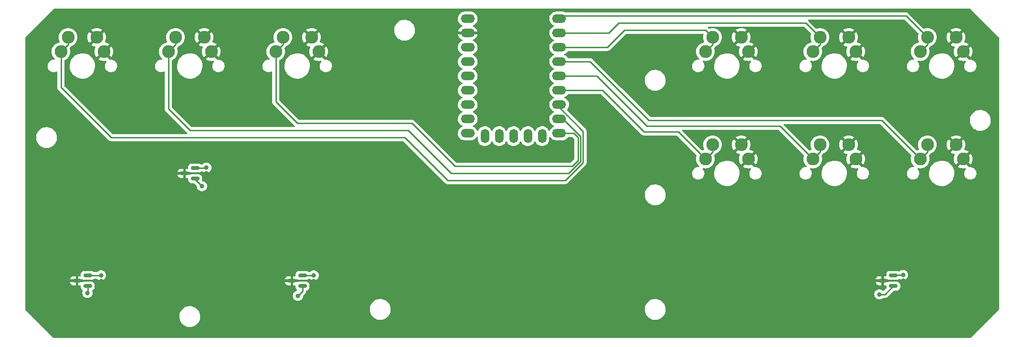
<source format=gbr>
%TF.GenerationSoftware,KiCad,Pcbnew,7.0.9*%
%TF.CreationDate,2024-01-30T16:44:38+01:00*%
%TF.ProjectId,tm-gamepad,746d2d67-616d-4657-9061-642e6b696361,rev?*%
%TF.SameCoordinates,Original*%
%TF.FileFunction,Copper,L2,Bot*%
%TF.FilePolarity,Positive*%
%FSLAX46Y46*%
G04 Gerber Fmt 4.6, Leading zero omitted, Abs format (unit mm)*
G04 Created by KiCad (PCBNEW 7.0.9) date 2024-01-30 16:44:38*
%MOMM*%
%LPD*%
G01*
G04 APERTURE LIST*
G04 Aperture macros list*
%AMRoundRect*
0 Rectangle with rounded corners*
0 $1 Rounding radius*
0 $2 $3 $4 $5 $6 $7 $8 $9 X,Y pos of 4 corners*
0 Add a 4 corners polygon primitive as box body*
4,1,4,$2,$3,$4,$5,$6,$7,$8,$9,$2,$3,0*
0 Add four circle primitives for the rounded corners*
1,1,$1+$1,$2,$3*
1,1,$1+$1,$4,$5*
1,1,$1+$1,$6,$7*
1,1,$1+$1,$8,$9*
0 Add four rect primitives between the rounded corners*
20,1,$1+$1,$2,$3,$4,$5,0*
20,1,$1+$1,$4,$5,$6,$7,0*
20,1,$1+$1,$6,$7,$8,$9,0*
20,1,$1+$1,$8,$9,$2,$3,0*%
G04 Aperture macros list end*
%TA.AperFunction,ComponentPad*%
%ADD10O,2.500000X1.500000*%
%TD*%
%TA.AperFunction,ComponentPad*%
%ADD11O,1.500000X2.500000*%
%TD*%
%TA.AperFunction,ComponentPad*%
%ADD12C,2.286000*%
%TD*%
%TA.AperFunction,SMDPad,CuDef*%
%ADD13RoundRect,0.150000X0.587500X0.150000X-0.587500X0.150000X-0.587500X-0.150000X0.587500X-0.150000X0*%
%TD*%
%TA.AperFunction,ViaPad*%
%ADD14C,0.800000*%
%TD*%
%TA.AperFunction,Conductor*%
%ADD15C,0.250000*%
%TD*%
G04 APERTURE END LIST*
D10*
%TO.P,U5,23,5V*%
%TO.N,5V*%
X124334000Y-37063000D03*
%TO.P,U5,22,GND*%
%TO.N,GND*%
X124334000Y-39603000D03*
%TO.P,U5,21,3V3*%
%TO.N,unconnected-(U5-3V3-Pad21)*%
X124334000Y-42143000D03*
%TO.P,U5,20,29*%
%TO.N,Net-(Back_A0-OUT)*%
X124334000Y-44683000D03*
%TO.P,U5,19,28*%
%TO.N,Net-(Back_A1-OUT)*%
X124334000Y-47223000D03*
%TO.P,U5,18,27*%
%TO.N,Net-(Back_A2-OUT)*%
X124334000Y-49763000D03*
%TO.P,U5,17,26*%
%TO.N,Net-(Back_A3-OUT)*%
X124334000Y-52303000D03*
%TO.P,U5,16,15*%
%TO.N,unconnected-(U5-15-Pad16)*%
X124334000Y-54843000D03*
%TO.P,U5,15,14*%
%TO.N,unconnected-(U5-14-Pad15)*%
X124334000Y-57383000D03*
D11*
%TO.P,U5,14,13*%
%TO.N,unconnected-(U5-13-Pad14)*%
X127374000Y-57883000D03*
%TO.P,U5,13,12*%
%TO.N,unconnected-(U5-12-Pad13)*%
X129914000Y-57883000D03*
%TO.P,U5,12,11*%
%TO.N,unconnected-(U5-11-Pad12)*%
X132454000Y-57883000D03*
%TO.P,U5,11,10*%
%TO.N,unconnected-(U5-10-Pad11)*%
X134994000Y-57883000D03*
%TO.P,U5,10,9*%
%TO.N,unconnected-(U5-9-Pad10)*%
X137534000Y-57883000D03*
D10*
%TO.P,U5,9,8*%
%TO.N,Digital8*%
X140574000Y-57383000D03*
%TO.P,U5,8,7*%
%TO.N,Digital7*%
X140574000Y-54843000D03*
%TO.P,U5,7,6*%
%TO.N,Digital6*%
X140574000Y-52303000D03*
%TO.P,U5,6,5*%
%TO.N,Digital5*%
X140574000Y-49763000D03*
%TO.P,U5,5,4*%
%TO.N,Digital4*%
X140574000Y-47223000D03*
%TO.P,U5,4,3*%
%TO.N,Digital3*%
X140574000Y-44683000D03*
%TO.P,U5,3,2*%
%TO.N,Digital2*%
X140574000Y-42143000D03*
%TO.P,U5,2,1*%
%TO.N,Digital1*%
X140574000Y-39603000D03*
%TO.P,U5,1,0*%
%TO.N,Digital0*%
X140574000Y-37063000D03*
%TD*%
D12*
%TO.P,SW4,2,2*%
%TO.N,GND*%
X193160000Y-61955000D03*
%TO.P,SW4,1,1*%
%TO.N,Digital4*%
X186810000Y-59415000D03*
%TO.P,SW4,2,2*%
%TO.N,GND*%
X191890000Y-59415000D03*
%TO.P,SW4,1,1*%
%TO.N,Digital4*%
X185540000Y-61955000D03*
%TD*%
%TO.P,SW8,1,1*%
%TO.N,Digital8*%
X90290000Y-42905000D03*
%TO.P,SW8,2,2*%
%TO.N,GND*%
X96640000Y-40365000D03*
%TO.P,SW8,1,1*%
%TO.N,Digital8*%
X91560000Y-40365000D03*
%TO.P,SW8,2,2*%
%TO.N,GND*%
X97910000Y-42905000D03*
%TD*%
%TO.P,SW7,1,1*%
%TO.N,Digital7*%
X71240000Y-42905000D03*
%TO.P,SW7,2,2*%
%TO.N,GND*%
X77590000Y-40365000D03*
%TO.P,SW7,1,1*%
%TO.N,Digital7*%
X72510000Y-40365000D03*
%TO.P,SW7,2,2*%
%TO.N,GND*%
X78860000Y-42905000D03*
%TD*%
%TO.P,SW6,1,1*%
%TO.N,Digital6*%
X52190000Y-42905000D03*
%TO.P,SW6,2,2*%
%TO.N,GND*%
X58540000Y-40365000D03*
%TO.P,SW6,1,1*%
%TO.N,Digital6*%
X53460000Y-40365000D03*
%TO.P,SW6,2,2*%
%TO.N,GND*%
X59810000Y-42905000D03*
%TD*%
%TO.P,SW5,2,2*%
%TO.N,GND*%
X174110000Y-61955000D03*
%TO.P,SW5,1,1*%
%TO.N,Digital5*%
X167760000Y-59415000D03*
%TO.P,SW5,2,2*%
%TO.N,GND*%
X172840000Y-59415000D03*
%TO.P,SW5,1,1*%
%TO.N,Digital5*%
X166490000Y-61955000D03*
%TD*%
%TO.P,SW3,2,2*%
%TO.N,GND*%
X212210000Y-61955000D03*
%TO.P,SW3,1,1*%
%TO.N,Digital3*%
X205860000Y-59415000D03*
%TO.P,SW3,2,2*%
%TO.N,GND*%
X210940000Y-59415000D03*
%TO.P,SW3,1,1*%
%TO.N,Digital3*%
X204590000Y-61955000D03*
%TD*%
%TO.P,SW2,2,2*%
%TO.N,GND*%
X174110000Y-42905000D03*
%TO.P,SW2,1,1*%
%TO.N,Digital2*%
X167760000Y-40365000D03*
%TO.P,SW2,2,2*%
%TO.N,GND*%
X172840000Y-40365000D03*
%TO.P,SW2,1,1*%
%TO.N,Digital2*%
X166490000Y-42905000D03*
%TD*%
%TO.P,SW1,1,1*%
%TO.N,Digital1*%
X185540000Y-42905000D03*
%TO.P,SW1,2,2*%
%TO.N,GND*%
X191890000Y-40365000D03*
%TO.P,SW1,1,1*%
%TO.N,Digital1*%
X186810000Y-40365000D03*
%TO.P,SW1,2,2*%
%TO.N,GND*%
X193160000Y-42905000D03*
%TD*%
%TO.P,SW0,2,2*%
%TO.N,GND*%
X212210000Y-42905000D03*
%TO.P,SW0,1,1*%
%TO.N,Digital0*%
X205860000Y-40365000D03*
%TO.P,SW0,2,2*%
%TO.N,GND*%
X210940000Y-40365000D03*
%TO.P,SW0,1,1*%
%TO.N,Digital0*%
X204590000Y-42905000D03*
%TD*%
D13*
%TO.P,Front_A3,1,VCC*%
%TO.N,5V*%
X199812500Y-82595000D03*
%TO.P,Front_A3,2,OUT*%
%TO.N,Net-(Back_A3-OUT)*%
X199812500Y-84495000D03*
%TO.P,Front_A3,3,GND*%
%TO.N,GND*%
X197937500Y-83545000D03*
%TD*%
%TO.P,Front_A0,1,VCC*%
%TO.N,5V*%
X75987500Y-63545000D03*
%TO.P,Front_A0,2,OUT*%
%TO.N,Net-(Back_A0-OUT)*%
X75987500Y-65445000D03*
%TO.P,Front_A0,3,GND*%
%TO.N,GND*%
X74112500Y-64495000D03*
%TD*%
%TO.P,Front_A2,3,GND*%
%TO.N,GND*%
X93162500Y-83545000D03*
%TO.P,Front_A2,2,OUT*%
%TO.N,Net-(Back_A2-OUT)*%
X95037500Y-84495000D03*
%TO.P,Front_A2,1,VCC*%
%TO.N,5V*%
X95037500Y-82595000D03*
%TD*%
%TO.P,Front_A1,3,GND*%
%TO.N,GND*%
X55062500Y-83545000D03*
%TO.P,Front_A1,2,OUT*%
%TO.N,Net-(Back_A1-OUT)*%
X56937500Y-84495000D03*
%TO.P,Front_A1,1,VCC*%
%TO.N,5V*%
X56937500Y-82595000D03*
%TD*%
D14*
%TO.N,5V*%
X59310758Y-82594692D03*
%TO.N,Net-(Back_A1-OUT)*%
X56889000Y-85704000D03*
%TO.N,GND*%
X59302000Y-83594156D03*
%TO.N,5V*%
X77971000Y-63495497D03*
%TO.N,Net-(Back_A0-OUT)*%
X77209000Y-66781000D03*
%TO.N,GND*%
X77971000Y-64495000D03*
X97034261Y-83593448D03*
%TO.N,5V*%
X97020124Y-82594045D03*
%TO.N,Net-(Back_A2-OUT)*%
X94227000Y-86212000D03*
%TO.N,Net-(Back_A3-OUT)*%
X197351000Y-85958000D03*
%TO.N,GND*%
X201542000Y-83545000D03*
%TO.N,5V*%
X201542000Y-82529000D03*
X201542000Y-82529000D03*
X201542000Y-82529000D03*
X201542000Y-82529000D03*
X201542000Y-82529000D03*
%TD*%
D15*
%TO.N,Digital2*%
X167760000Y-40365000D02*
X166490000Y-39095000D01*
X166490000Y-39095000D02*
X152139000Y-39095000D01*
X152139000Y-39095000D02*
X149091000Y-42143000D01*
X149091000Y-42143000D02*
X140074000Y-42143000D01*
%TO.N,Digital1*%
X186810000Y-40365000D02*
X184270000Y-37825000D01*
X184270000Y-37825000D02*
X151123000Y-37825000D01*
X151123000Y-37825000D02*
X149345000Y-39603000D01*
X149345000Y-39603000D02*
X140074000Y-39603000D01*
%TO.N,Digital0*%
X205860000Y-40365000D02*
X202050000Y-36555000D01*
X202050000Y-36555000D02*
X140582000Y-36555000D01*
X140582000Y-36555000D02*
X140074000Y-37063000D01*
%TO.N,Digital6*%
X140074000Y-52303000D02*
X144784000Y-57013000D01*
X144784000Y-62581792D02*
X141600792Y-65765000D01*
X144784000Y-57013000D02*
X144784000Y-62581792D01*
X141600792Y-65765000D02*
X120770000Y-65765000D01*
%TO.N,Digital7*%
X140074000Y-54843000D02*
X141218396Y-54843000D01*
X141218396Y-54843000D02*
X144334000Y-57958604D01*
X144334000Y-57958604D02*
X144334000Y-62395396D01*
X144334000Y-62395396D02*
X142234396Y-64495000D01*
X142234396Y-64495000D02*
X121405000Y-64495000D01*
%TO.N,Digital8*%
X140074000Y-57383000D02*
X143122000Y-57383000D01*
X143122000Y-57383000D02*
X143884000Y-58145000D01*
X143884000Y-58145000D02*
X143884000Y-62209000D01*
X143884000Y-62209000D02*
X142868000Y-63225000D01*
X142868000Y-63225000D02*
X122040000Y-63225000D01*
X122040000Y-63225000D02*
X114420000Y-55605000D01*
X114420000Y-55605000D02*
X94100000Y-55605000D01*
X94100000Y-55605000D02*
X90290000Y-51795000D01*
X90290000Y-51795000D02*
X90290000Y-42905000D01*
%TO.N,Digital5*%
X166490000Y-61955000D02*
X161664000Y-57129000D01*
X161664000Y-57129000D02*
X155568000Y-57129000D01*
X155568000Y-57129000D02*
X148202000Y-49763000D01*
X148202000Y-49763000D02*
X140074000Y-49763000D01*
%TO.N,Digital4*%
X185540000Y-61955000D02*
X179698000Y-56113000D01*
X156076000Y-56113000D02*
X147186000Y-47223000D01*
X179698000Y-56113000D02*
X156076000Y-56113000D01*
X147186000Y-47223000D02*
X140074000Y-47223000D01*
%TO.N,Digital3*%
X204590000Y-61955000D02*
X197732000Y-55097000D01*
X197732000Y-55097000D02*
X156457000Y-55097000D01*
X156457000Y-55097000D02*
X146043000Y-44683000D01*
X146043000Y-44683000D02*
X140074000Y-44683000D01*
%TO.N,Digital1*%
X140780000Y-38897000D02*
X140074000Y-39603000D01*
X140142000Y-39535000D02*
X139820000Y-39535000D01*
%TO.N,Net-(Back_A3-OUT)*%
X197351000Y-85958000D02*
X198349500Y-85958000D01*
X198349500Y-85958000D02*
X199812500Y-84495000D01*
%TO.N,GND*%
X201542000Y-83545000D02*
X201551305Y-83545000D01*
%TO.N,5V*%
X199878500Y-82529000D02*
X199812500Y-82595000D01*
X201542000Y-82529000D02*
X199878500Y-82529000D01*
%TO.N,Net-(Back_A1-OUT)*%
X56889000Y-85704000D02*
X56937500Y-85655500D01*
X56937500Y-85655500D02*
X56937500Y-84495000D01*
%TO.N,Net-(Back_A0-OUT)*%
X77209000Y-66781000D02*
X75987500Y-65559500D01*
X75987500Y-65559500D02*
X75987500Y-65445000D01*
%TO.N,Net-(Back_A2-OUT)*%
X95037500Y-84495000D02*
X95037500Y-85401500D01*
X95037500Y-85401500D02*
X94227000Y-86212000D01*
%TO.N,5V*%
X75987500Y-63545000D02*
X77921497Y-63545000D01*
X77921497Y-63545000D02*
X77971000Y-63495497D01*
X59310758Y-82594692D02*
X59310450Y-82595000D01*
X59310450Y-82595000D02*
X56937500Y-82595000D01*
X97020124Y-82594045D02*
X97019169Y-82595000D01*
X97019169Y-82595000D02*
X95037500Y-82595000D01*
%TO.N,Digital6*%
X52190000Y-42905000D02*
X52190000Y-49255000D01*
X52190000Y-49255000D02*
X61080000Y-58145000D01*
X61080000Y-58145000D02*
X113150000Y-58145000D01*
X113150000Y-58145000D02*
X120770000Y-65765000D01*
%TO.N,Digital7*%
X140260000Y-54775000D02*
X139820000Y-54775000D01*
X71240000Y-42905000D02*
X71240000Y-53065000D01*
X71240000Y-53065000D02*
X75050000Y-56875000D01*
X75050000Y-56875000D02*
X113785000Y-56875000D01*
X113785000Y-56875000D02*
X121405000Y-64495000D01*
%TO.N,Digital8*%
X139820000Y-57334720D02*
X139820000Y-57315000D01*
%TO.N,Digital2*%
X140142000Y-42397000D02*
X139820000Y-42075000D01*
%TO.N,Digital3*%
X140006000Y-44429000D02*
X139820000Y-44615000D01*
%TO.N,Digital5*%
X166490000Y-61955000D02*
X167760000Y-60685000D01*
X167760000Y-60685000D02*
X167760000Y-59415000D01*
%TO.N,Digital4*%
X185540000Y-61955000D02*
X186810000Y-60685000D01*
X186810000Y-60685000D02*
X186810000Y-59415000D01*
%TO.N,Digital3*%
X204590000Y-61955000D02*
X205860000Y-60685000D01*
X205860000Y-60685000D02*
X205860000Y-59415000D01*
%TO.N,Digital0*%
X204590000Y-42905000D02*
X205860000Y-41635000D01*
X205860000Y-41635000D02*
X205860000Y-40365000D01*
%TO.N,Digital1*%
X185540000Y-42905000D02*
X186810000Y-41635000D01*
X186810000Y-41635000D02*
X186810000Y-40365000D01*
%TO.N,Digital2*%
X166490000Y-42905000D02*
X167760000Y-41635000D01*
X167760000Y-41635000D02*
X167760000Y-40365000D01*
%TO.N,Digital8*%
X90290000Y-42905000D02*
X91560000Y-41635000D01*
X91560000Y-41635000D02*
X91560000Y-40365000D01*
%TO.N,Digital7*%
X71240000Y-42905000D02*
X72510000Y-41635000D01*
X72510000Y-41635000D02*
X72510000Y-40365000D01*
%TO.N,Digital6*%
X52190000Y-42905000D02*
X53460000Y-41635000D01*
X53460000Y-41635000D02*
X53460000Y-40365000D01*
X52190000Y-42905000D02*
X53333000Y-41762000D01*
%TO.N,Digital2*%
X139820000Y-42075000D02*
X139820000Y-42094720D01*
%TO.N,Digital8*%
X140260000Y-57315000D02*
X139820000Y-57315000D01*
%TO.N,unconnected-(U5-3V3-Pad21)*%
X124580000Y-42075000D02*
X123926396Y-42075000D01*
%TD*%
%TA.AperFunction,Conductor*%
%TO.N,GND*%
G36*
X213495677Y-35304685D02*
G01*
X213516319Y-35321319D01*
X218523681Y-40328681D01*
X218557166Y-40390004D01*
X218560000Y-40416362D01*
X218560000Y-88573638D01*
X218540315Y-88640677D01*
X218523681Y-88661319D01*
X213516319Y-93668681D01*
X213454996Y-93702166D01*
X213428638Y-93705000D01*
X50971362Y-93705000D01*
X50904323Y-93685315D01*
X50883681Y-93668681D01*
X47177763Y-89962763D01*
X73195787Y-89962763D01*
X73225413Y-90232013D01*
X73225415Y-90232024D01*
X73285192Y-90460674D01*
X73293928Y-90494088D01*
X73399870Y-90743390D01*
X73471998Y-90861575D01*
X73540979Y-90974605D01*
X73540986Y-90974615D01*
X73714253Y-91182819D01*
X73714259Y-91182824D01*
X73915998Y-91363582D01*
X74141910Y-91513044D01*
X74387176Y-91628020D01*
X74387183Y-91628022D01*
X74387185Y-91628023D01*
X74646557Y-91706057D01*
X74646564Y-91706058D01*
X74646569Y-91706060D01*
X74914561Y-91745500D01*
X74914566Y-91745500D01*
X75117636Y-91745500D01*
X75169133Y-91741730D01*
X75320156Y-91730677D01*
X75432758Y-91705593D01*
X75584546Y-91671782D01*
X75584548Y-91671781D01*
X75584553Y-91671780D01*
X75837558Y-91575014D01*
X76073777Y-91442441D01*
X76288177Y-91276888D01*
X76476186Y-91081881D01*
X76633799Y-90861579D01*
X76707787Y-90717669D01*
X76757649Y-90620690D01*
X76757651Y-90620684D01*
X76757656Y-90620675D01*
X76845118Y-90364305D01*
X76894319Y-90097933D01*
X76904212Y-89827235D01*
X76874586Y-89557982D01*
X76806072Y-89295912D01*
X76700130Y-89046610D01*
X76559018Y-88815390D01*
X76469747Y-88708119D01*
X76456968Y-88692763D01*
X106977787Y-88692763D01*
X107007413Y-88962013D01*
X107007415Y-88962024D01*
X107075926Y-89224082D01*
X107075928Y-89224088D01*
X107181870Y-89473390D01*
X107253998Y-89591575D01*
X107322979Y-89704605D01*
X107322986Y-89704615D01*
X107496253Y-89912819D01*
X107496259Y-89912824D01*
X107697998Y-90093582D01*
X107923910Y-90243044D01*
X108169176Y-90358020D01*
X108169183Y-90358022D01*
X108169185Y-90358023D01*
X108428557Y-90436057D01*
X108428564Y-90436058D01*
X108428569Y-90436060D01*
X108696561Y-90475500D01*
X108696566Y-90475500D01*
X108899636Y-90475500D01*
X108951133Y-90471730D01*
X109102156Y-90460677D01*
X109214758Y-90435593D01*
X109366546Y-90401782D01*
X109366548Y-90401781D01*
X109366553Y-90401780D01*
X109619558Y-90305014D01*
X109855777Y-90172441D01*
X110070177Y-90006888D01*
X110258186Y-89811881D01*
X110415799Y-89591579D01*
X110501091Y-89425685D01*
X110539649Y-89350690D01*
X110539651Y-89350684D01*
X110539656Y-89350675D01*
X110627118Y-89094305D01*
X110676319Y-88827933D01*
X110681259Y-88692763D01*
X155745787Y-88692763D01*
X155775413Y-88962013D01*
X155775415Y-88962024D01*
X155843926Y-89224082D01*
X155843928Y-89224088D01*
X155949870Y-89473390D01*
X156021998Y-89591575D01*
X156090979Y-89704605D01*
X156090986Y-89704615D01*
X156264253Y-89912819D01*
X156264259Y-89912824D01*
X156465998Y-90093582D01*
X156691910Y-90243044D01*
X156937176Y-90358020D01*
X156937183Y-90358022D01*
X156937185Y-90358023D01*
X157196557Y-90436057D01*
X157196564Y-90436058D01*
X157196569Y-90436060D01*
X157464561Y-90475500D01*
X157464566Y-90475500D01*
X157667636Y-90475500D01*
X157719133Y-90471730D01*
X157870156Y-90460677D01*
X157982758Y-90435593D01*
X158134546Y-90401782D01*
X158134548Y-90401781D01*
X158134553Y-90401780D01*
X158387558Y-90305014D01*
X158623777Y-90172441D01*
X158838177Y-90006888D01*
X159026186Y-89811881D01*
X159183799Y-89591579D01*
X159269091Y-89425685D01*
X159307649Y-89350690D01*
X159307651Y-89350684D01*
X159307656Y-89350675D01*
X159395118Y-89094305D01*
X159444319Y-88827933D01*
X159454212Y-88557235D01*
X159424586Y-88287982D01*
X159356072Y-88025912D01*
X159250130Y-87776610D01*
X159109018Y-87545390D01*
X159019747Y-87438119D01*
X158935746Y-87337180D01*
X158935740Y-87337175D01*
X158734002Y-87156418D01*
X158508092Y-87006957D01*
X158485034Y-86996148D01*
X158262824Y-86891980D01*
X158262819Y-86891978D01*
X158262814Y-86891976D01*
X158003442Y-86813942D01*
X158003428Y-86813939D01*
X157887791Y-86796921D01*
X157735439Y-86774500D01*
X157532369Y-86774500D01*
X157532364Y-86774500D01*
X157329844Y-86789323D01*
X157329831Y-86789325D01*
X157065453Y-86848217D01*
X157065446Y-86848220D01*
X156812439Y-86944987D01*
X156576226Y-87077557D01*
X156361822Y-87243112D01*
X156173822Y-87438109D01*
X156173816Y-87438116D01*
X156016202Y-87658419D01*
X156016199Y-87658424D01*
X155892350Y-87899309D01*
X155892343Y-87899327D01*
X155804884Y-88155685D01*
X155804881Y-88155699D01*
X155755681Y-88422068D01*
X155755680Y-88422075D01*
X155745787Y-88692763D01*
X110681259Y-88692763D01*
X110686212Y-88557235D01*
X110656586Y-88287982D01*
X110588072Y-88025912D01*
X110482130Y-87776610D01*
X110341018Y-87545390D01*
X110251747Y-87438119D01*
X110167746Y-87337180D01*
X110167740Y-87337175D01*
X109966002Y-87156418D01*
X109740092Y-87006957D01*
X109717034Y-86996148D01*
X109494824Y-86891980D01*
X109494819Y-86891978D01*
X109494814Y-86891976D01*
X109235442Y-86813942D01*
X109235428Y-86813939D01*
X109119791Y-86796921D01*
X108967439Y-86774500D01*
X108764369Y-86774500D01*
X108764364Y-86774500D01*
X108561844Y-86789323D01*
X108561831Y-86789325D01*
X108297453Y-86848217D01*
X108297446Y-86848220D01*
X108044439Y-86944987D01*
X107808226Y-87077557D01*
X107593822Y-87243112D01*
X107405822Y-87438109D01*
X107405816Y-87438116D01*
X107248202Y-87658419D01*
X107248199Y-87658424D01*
X107124350Y-87899309D01*
X107124343Y-87899327D01*
X107036884Y-88155685D01*
X107036881Y-88155699D01*
X106987681Y-88422068D01*
X106987680Y-88422075D01*
X106977787Y-88692763D01*
X76456968Y-88692763D01*
X76385746Y-88607180D01*
X76385740Y-88607175D01*
X76184002Y-88426418D01*
X75958092Y-88276957D01*
X75958090Y-88276956D01*
X75712824Y-88161980D01*
X75712819Y-88161978D01*
X75712814Y-88161976D01*
X75453442Y-88083942D01*
X75453428Y-88083939D01*
X75337791Y-88066921D01*
X75185439Y-88044500D01*
X74982369Y-88044500D01*
X74982364Y-88044500D01*
X74779844Y-88059323D01*
X74779831Y-88059325D01*
X74515453Y-88118217D01*
X74515446Y-88118220D01*
X74262439Y-88214987D01*
X74026226Y-88347557D01*
X73811822Y-88513112D01*
X73623822Y-88708109D01*
X73623816Y-88708116D01*
X73466202Y-88928419D01*
X73466199Y-88928424D01*
X73342350Y-89169309D01*
X73342343Y-89169327D01*
X73254884Y-89425685D01*
X73254881Y-89425699D01*
X73205681Y-89692068D01*
X73205680Y-89692075D01*
X73195787Y-89962763D01*
X47177763Y-89962763D01*
X45876319Y-88661319D01*
X45842834Y-88599996D01*
X45840000Y-88573638D01*
X45840000Y-83795001D01*
X53827704Y-83795001D01*
X53827899Y-83797486D01*
X53873718Y-83955198D01*
X53957314Y-84096552D01*
X53957321Y-84096561D01*
X54073438Y-84212678D01*
X54073447Y-84212685D01*
X54214803Y-84296282D01*
X54214806Y-84296283D01*
X54372504Y-84342099D01*
X54372510Y-84342100D01*
X54409356Y-84345000D01*
X54812500Y-84345000D01*
X55312500Y-84345000D01*
X55575500Y-84345000D01*
X55642539Y-84364685D01*
X55688294Y-84417489D01*
X55699500Y-84469000D01*
X55699500Y-84710696D01*
X55702401Y-84747567D01*
X55702402Y-84747573D01*
X55748254Y-84905393D01*
X55748255Y-84905396D01*
X55831917Y-85046862D01*
X55831923Y-85046870D01*
X55948129Y-85163076D01*
X55948138Y-85163083D01*
X56005039Y-85196734D01*
X56052722Y-85247803D01*
X56065226Y-85316545D01*
X56059849Y-85341784D01*
X56014771Y-85480519D01*
X56003326Y-85515744D01*
X55983540Y-85704000D01*
X56003326Y-85892256D01*
X56003327Y-85892259D01*
X56061818Y-86072277D01*
X56061821Y-86072284D01*
X56156467Y-86236216D01*
X56237559Y-86326277D01*
X56283129Y-86376888D01*
X56436265Y-86488148D01*
X56436270Y-86488151D01*
X56609192Y-86565142D01*
X56609197Y-86565144D01*
X56794354Y-86604500D01*
X56794355Y-86604500D01*
X56983644Y-86604500D01*
X56983646Y-86604500D01*
X57168803Y-86565144D01*
X57341730Y-86488151D01*
X57494871Y-86376888D01*
X57621533Y-86236216D01*
X57635514Y-86212000D01*
X93321540Y-86212000D01*
X93341326Y-86400256D01*
X93341327Y-86400259D01*
X93399818Y-86580277D01*
X93399821Y-86580284D01*
X93494467Y-86744216D01*
X93557246Y-86813939D01*
X93621129Y-86884888D01*
X93774265Y-86996148D01*
X93774270Y-86996151D01*
X93947192Y-87073142D01*
X93947197Y-87073144D01*
X94132354Y-87112500D01*
X94132355Y-87112500D01*
X94321644Y-87112500D01*
X94321646Y-87112500D01*
X94506803Y-87073144D01*
X94679730Y-86996151D01*
X94832871Y-86884888D01*
X94959533Y-86744216D01*
X95054179Y-86580284D01*
X95112674Y-86400256D01*
X95130321Y-86232344D01*
X95156904Y-86167734D01*
X95165951Y-86157638D01*
X95365589Y-85958000D01*
X196445540Y-85958000D01*
X196465326Y-86146256D01*
X196465327Y-86146259D01*
X196523818Y-86326277D01*
X196523821Y-86326284D01*
X196618467Y-86490216D01*
X196721369Y-86604500D01*
X196745129Y-86630888D01*
X196898265Y-86742148D01*
X196898270Y-86742151D01*
X197071192Y-86819142D01*
X197071197Y-86819144D01*
X197256354Y-86858500D01*
X197256355Y-86858500D01*
X197445644Y-86858500D01*
X197445646Y-86858500D01*
X197630803Y-86819144D01*
X197803730Y-86742151D01*
X197956871Y-86630888D01*
X197959788Y-86627647D01*
X197962600Y-86624526D01*
X198022087Y-86587879D01*
X198054748Y-86583500D01*
X198266757Y-86583500D01*
X198282377Y-86585224D01*
X198282404Y-86584939D01*
X198290160Y-86585671D01*
X198290167Y-86585673D01*
X198359314Y-86583500D01*
X198388850Y-86583500D01*
X198395728Y-86582630D01*
X198401541Y-86582172D01*
X198448127Y-86580709D01*
X198467369Y-86575117D01*
X198486412Y-86571174D01*
X198506292Y-86568664D01*
X198549622Y-86551507D01*
X198555146Y-86549617D01*
X198558896Y-86548527D01*
X198599890Y-86536618D01*
X198617129Y-86526422D01*
X198634603Y-86517862D01*
X198653227Y-86510488D01*
X198653227Y-86510487D01*
X198653232Y-86510486D01*
X198690949Y-86483082D01*
X198695805Y-86479892D01*
X198735920Y-86456170D01*
X198750089Y-86441999D01*
X198764879Y-86429368D01*
X198781087Y-86417594D01*
X198810799Y-86381676D01*
X198814712Y-86377376D01*
X199860272Y-85331819D01*
X199921595Y-85298334D01*
X199947953Y-85295500D01*
X200465696Y-85295500D01*
X200484131Y-85294049D01*
X200502569Y-85292598D01*
X200502571Y-85292597D01*
X200502573Y-85292597D01*
X200557135Y-85276745D01*
X200660398Y-85246744D01*
X200801865Y-85163081D01*
X200918081Y-85046865D01*
X201001744Y-84905398D01*
X201047598Y-84747569D01*
X201050500Y-84710694D01*
X201050500Y-84279306D01*
X201047598Y-84242431D01*
X201001744Y-84084602D01*
X200918081Y-83943135D01*
X200918079Y-83943133D01*
X200918076Y-83943129D01*
X200801870Y-83826923D01*
X200801862Y-83826917D01*
X200660396Y-83743255D01*
X200660393Y-83743254D01*
X200502573Y-83697402D01*
X200502567Y-83697401D01*
X200465696Y-83694500D01*
X200465694Y-83694500D01*
X199159306Y-83694500D01*
X199159304Y-83694500D01*
X199122432Y-83697401D01*
X199122426Y-83697402D01*
X198964606Y-83743254D01*
X198964603Y-83743255D01*
X198906306Y-83777732D01*
X198843185Y-83795000D01*
X198187500Y-83795000D01*
X198187500Y-84345000D01*
X198450500Y-84345000D01*
X198517539Y-84364685D01*
X198563294Y-84417489D01*
X198574500Y-84469000D01*
X198574500Y-84710696D01*
X198577401Y-84747567D01*
X198577402Y-84747570D01*
X198578990Y-84753035D01*
X198578791Y-84822904D01*
X198547595Y-84875312D01*
X198134989Y-85287919D01*
X198073666Y-85321404D01*
X198003975Y-85316420D01*
X197962707Y-85288343D01*
X197961701Y-85289461D01*
X197956869Y-85285110D01*
X197803734Y-85173851D01*
X197803729Y-85173848D01*
X197630807Y-85096857D01*
X197630802Y-85096855D01*
X197485001Y-85065865D01*
X197445646Y-85057500D01*
X197256354Y-85057500D01*
X197223897Y-85064398D01*
X197071197Y-85096855D01*
X197071192Y-85096857D01*
X196898270Y-85173848D01*
X196898265Y-85173851D01*
X196745129Y-85285111D01*
X196618466Y-85425785D01*
X196523821Y-85589715D01*
X196523818Y-85589722D01*
X196480697Y-85722436D01*
X196465326Y-85769744D01*
X196445540Y-85958000D01*
X95365589Y-85958000D01*
X95421288Y-85902301D01*
X95433542Y-85892486D01*
X95433359Y-85892264D01*
X95439366Y-85887292D01*
X95439377Y-85887286D01*
X95470275Y-85854382D01*
X95486727Y-85836864D01*
X95497171Y-85826418D01*
X95507620Y-85815971D01*
X95511879Y-85810478D01*
X95515652Y-85806061D01*
X95547562Y-85772082D01*
X95557213Y-85754524D01*
X95567896Y-85738261D01*
X95580173Y-85722436D01*
X95598685Y-85679653D01*
X95601238Y-85674441D01*
X95623697Y-85633592D01*
X95628680Y-85614180D01*
X95634981Y-85595780D01*
X95642937Y-85577396D01*
X95650229Y-85531352D01*
X95651406Y-85525671D01*
X95663000Y-85480519D01*
X95663000Y-85460483D01*
X95664527Y-85441082D01*
X95667660Y-85421304D01*
X95667074Y-85415109D01*
X95680358Y-85346516D01*
X95728619Y-85295992D01*
X95755928Y-85284359D01*
X95806136Y-85269772D01*
X95885398Y-85246744D01*
X96026865Y-85163081D01*
X96143081Y-85046865D01*
X96226744Y-84905398D01*
X96272598Y-84747569D01*
X96275500Y-84710694D01*
X96275500Y-84279306D01*
X96272598Y-84242431D01*
X96226744Y-84084602D01*
X96143081Y-83943135D01*
X96143079Y-83943133D01*
X96143076Y-83943129D01*
X96026870Y-83826923D01*
X96026862Y-83826917D01*
X95972895Y-83795001D01*
X196702704Y-83795001D01*
X196702899Y-83797486D01*
X196748718Y-83955198D01*
X196832314Y-84096552D01*
X196832321Y-84096561D01*
X196948438Y-84212678D01*
X196948447Y-84212685D01*
X197089803Y-84296282D01*
X197089806Y-84296283D01*
X197247504Y-84342099D01*
X197247510Y-84342100D01*
X197284356Y-84345000D01*
X197687500Y-84345000D01*
X197687500Y-83795000D01*
X196702705Y-83795000D01*
X196702704Y-83795001D01*
X95972895Y-83795001D01*
X95885396Y-83743255D01*
X95885393Y-83743254D01*
X95727573Y-83697402D01*
X95727567Y-83697401D01*
X95690696Y-83694500D01*
X95690694Y-83694500D01*
X94384306Y-83694500D01*
X94384304Y-83694500D01*
X94347432Y-83697401D01*
X94347426Y-83697402D01*
X94189606Y-83743254D01*
X94189603Y-83743255D01*
X94131306Y-83777732D01*
X94068185Y-83795000D01*
X93412500Y-83795000D01*
X93412500Y-84345000D01*
X93675500Y-84345000D01*
X93742539Y-84364685D01*
X93788294Y-84417489D01*
X93799500Y-84469000D01*
X93799500Y-84710696D01*
X93802401Y-84747567D01*
X93802402Y-84747573D01*
X93848254Y-84905393D01*
X93848255Y-84905396D01*
X93931917Y-85046862D01*
X93931923Y-85046870D01*
X94023810Y-85138757D01*
X94057295Y-85200080D01*
X94052311Y-85269772D01*
X94010439Y-85325705D01*
X93961912Y-85347728D01*
X93947195Y-85350856D01*
X93947192Y-85350857D01*
X93774270Y-85427848D01*
X93774265Y-85427851D01*
X93621129Y-85539111D01*
X93494466Y-85679785D01*
X93399821Y-85843715D01*
X93399818Y-85843722D01*
X93341327Y-86023740D01*
X93341326Y-86023744D01*
X93321540Y-86212000D01*
X57635514Y-86212000D01*
X57716179Y-86072284D01*
X57774674Y-85892256D01*
X57794460Y-85704000D01*
X57774674Y-85515744D01*
X57733784Y-85389901D01*
X57731790Y-85320061D01*
X57767870Y-85260228D01*
X57788584Y-85244859D01*
X57926865Y-85163081D01*
X58043081Y-85046865D01*
X58126744Y-84905398D01*
X58172598Y-84747569D01*
X58175500Y-84710694D01*
X58175500Y-84279306D01*
X58172598Y-84242431D01*
X58126744Y-84084602D01*
X58043081Y-83943135D01*
X58043079Y-83943133D01*
X58043076Y-83943129D01*
X57926870Y-83826923D01*
X57926862Y-83826917D01*
X57872895Y-83795001D01*
X91927704Y-83795001D01*
X91927899Y-83797486D01*
X91973718Y-83955198D01*
X92057314Y-84096552D01*
X92057321Y-84096561D01*
X92173438Y-84212678D01*
X92173447Y-84212685D01*
X92314803Y-84296282D01*
X92314806Y-84296283D01*
X92472504Y-84342099D01*
X92472510Y-84342100D01*
X92509356Y-84345000D01*
X92912500Y-84345000D01*
X92912500Y-83795000D01*
X91927705Y-83795000D01*
X91927704Y-83795001D01*
X57872895Y-83795001D01*
X57785396Y-83743255D01*
X57785393Y-83743254D01*
X57627573Y-83697402D01*
X57627567Y-83697401D01*
X57590696Y-83694500D01*
X57590694Y-83694500D01*
X56284306Y-83694500D01*
X56284304Y-83694500D01*
X56247432Y-83697401D01*
X56247426Y-83697402D01*
X56089606Y-83743254D01*
X56089603Y-83743255D01*
X56031306Y-83777732D01*
X55968185Y-83795000D01*
X55312500Y-83795000D01*
X55312500Y-84345000D01*
X54812500Y-84345000D01*
X54812500Y-83795000D01*
X53827705Y-83795000D01*
X53827704Y-83795001D01*
X45840000Y-83795001D01*
X45840000Y-83294998D01*
X53827704Y-83294998D01*
X53827705Y-83295000D01*
X54812500Y-83295000D01*
X55312500Y-83295000D01*
X55968185Y-83295000D01*
X56031306Y-83312268D01*
X56089602Y-83346744D01*
X56131224Y-83358836D01*
X56247426Y-83392597D01*
X56247429Y-83392597D01*
X56247431Y-83392598D01*
X56259722Y-83393565D01*
X56284304Y-83395500D01*
X56284306Y-83395500D01*
X57590696Y-83395500D01*
X57609131Y-83394049D01*
X57627569Y-83392598D01*
X57627571Y-83392597D01*
X57627573Y-83392597D01*
X57669191Y-83380505D01*
X57785398Y-83346744D01*
X57926865Y-83263081D01*
X57928420Y-83261526D01*
X57933128Y-83256819D01*
X57994451Y-83223334D01*
X58020809Y-83220500D01*
X58607287Y-83220500D01*
X58674326Y-83240185D01*
X58699438Y-83261529D01*
X58704882Y-83267576D01*
X58704888Y-83267581D01*
X58858023Y-83378840D01*
X58858028Y-83378843D01*
X59030950Y-83455834D01*
X59030955Y-83455836D01*
X59216112Y-83495192D01*
X59216113Y-83495192D01*
X59405402Y-83495192D01*
X59405404Y-83495192D01*
X59590561Y-83455836D01*
X59763488Y-83378843D01*
X59878891Y-83294998D01*
X91927704Y-83294998D01*
X91927705Y-83295000D01*
X92912500Y-83295000D01*
X93412500Y-83295000D01*
X94068185Y-83295000D01*
X94131306Y-83312268D01*
X94189602Y-83346744D01*
X94231224Y-83358836D01*
X94347426Y-83392597D01*
X94347429Y-83392597D01*
X94347431Y-83392598D01*
X94359722Y-83393565D01*
X94384304Y-83395500D01*
X94384306Y-83395500D01*
X95690696Y-83395500D01*
X95709131Y-83394049D01*
X95727569Y-83392598D01*
X95727571Y-83392597D01*
X95727573Y-83392597D01*
X95769191Y-83380505D01*
X95885398Y-83346744D01*
X96026865Y-83263081D01*
X96028420Y-83261526D01*
X96033128Y-83256819D01*
X96094451Y-83223334D01*
X96120809Y-83220500D01*
X96317236Y-83220500D01*
X96384275Y-83240185D01*
X96409384Y-83261526D01*
X96414251Y-83266931D01*
X96414259Y-83266938D01*
X96567389Y-83378193D01*
X96567394Y-83378196D01*
X96740316Y-83455187D01*
X96740321Y-83455189D01*
X96925478Y-83494545D01*
X96925479Y-83494545D01*
X97114768Y-83494545D01*
X97114770Y-83494545D01*
X97299927Y-83455189D01*
X97472854Y-83378196D01*
X97587367Y-83294998D01*
X196702704Y-83294998D01*
X196702705Y-83295000D01*
X197687500Y-83295000D01*
X198187500Y-83295000D01*
X198843185Y-83295000D01*
X198906306Y-83312268D01*
X198964602Y-83346744D01*
X199006224Y-83358836D01*
X199122426Y-83392597D01*
X199122429Y-83392597D01*
X199122431Y-83392598D01*
X199134722Y-83393565D01*
X199159304Y-83395500D01*
X199159306Y-83395500D01*
X200465696Y-83395500D01*
X200484131Y-83394049D01*
X200502569Y-83392598D01*
X200502571Y-83392597D01*
X200502573Y-83392597D01*
X200544191Y-83380505D01*
X200660398Y-83346744D01*
X200801865Y-83263081D01*
X200818919Y-83246026D01*
X200880240Y-83212540D01*
X200949932Y-83217523D01*
X200979480Y-83233384D01*
X201088055Y-83312268D01*
X201089270Y-83313151D01*
X201262192Y-83390142D01*
X201262197Y-83390144D01*
X201447354Y-83429500D01*
X201447355Y-83429500D01*
X201636644Y-83429500D01*
X201636646Y-83429500D01*
X201821803Y-83390144D01*
X201994730Y-83313151D01*
X202147871Y-83201888D01*
X202274533Y-83061216D01*
X202369179Y-82897284D01*
X202427674Y-82717256D01*
X202447460Y-82529000D01*
X202427674Y-82340744D01*
X202369179Y-82160716D01*
X202274533Y-81996784D01*
X202147871Y-81856112D01*
X202147870Y-81856111D01*
X201994734Y-81744851D01*
X201994729Y-81744848D01*
X201821807Y-81667857D01*
X201821802Y-81667855D01*
X201676001Y-81636865D01*
X201636646Y-81628500D01*
X201447354Y-81628500D01*
X201414897Y-81635398D01*
X201262197Y-81667855D01*
X201262192Y-81667857D01*
X201089270Y-81744848D01*
X201089265Y-81744851D01*
X200936130Y-81856110D01*
X200936126Y-81856114D01*
X200930400Y-81862474D01*
X200870913Y-81899121D01*
X200838252Y-81903500D01*
X200796187Y-81903500D01*
X200733066Y-81886232D01*
X200692893Y-81862474D01*
X200660398Y-81843256D01*
X200660397Y-81843255D01*
X200660396Y-81843255D01*
X200660393Y-81843254D01*
X200502573Y-81797402D01*
X200502567Y-81797401D01*
X200465696Y-81794500D01*
X200465694Y-81794500D01*
X199159306Y-81794500D01*
X199159304Y-81794500D01*
X199122432Y-81797401D01*
X199122426Y-81797402D01*
X198964606Y-81843254D01*
X198964603Y-81843255D01*
X198823137Y-81926917D01*
X198823129Y-81926923D01*
X198706923Y-82043129D01*
X198706917Y-82043137D01*
X198623255Y-82184603D01*
X198623254Y-82184606D01*
X198577402Y-82342426D01*
X198577401Y-82342432D01*
X198574500Y-82379304D01*
X198574500Y-82621000D01*
X198554815Y-82688039D01*
X198502011Y-82733794D01*
X198450500Y-82745000D01*
X198187500Y-82745000D01*
X198187500Y-83295000D01*
X197687500Y-83295000D01*
X197687500Y-82745000D01*
X197284356Y-82745000D01*
X197247510Y-82747899D01*
X197247504Y-82747900D01*
X197089806Y-82793716D01*
X197089803Y-82793717D01*
X196948447Y-82877314D01*
X196948438Y-82877321D01*
X196832321Y-82993438D01*
X196832314Y-82993447D01*
X196748718Y-83134801D01*
X196702899Y-83292513D01*
X196702704Y-83294998D01*
X97587367Y-83294998D01*
X97625995Y-83266933D01*
X97752657Y-83126261D01*
X97847303Y-82962329D01*
X97905798Y-82782301D01*
X97925584Y-82594045D01*
X97905798Y-82405789D01*
X97847303Y-82225761D01*
X97752657Y-82061829D01*
X97625995Y-81921157D01*
X97625994Y-81921156D01*
X97472858Y-81809896D01*
X97472853Y-81809893D01*
X97299931Y-81732902D01*
X97299926Y-81732900D01*
X97154125Y-81701910D01*
X97114770Y-81693545D01*
X96925478Y-81693545D01*
X96893021Y-81700443D01*
X96740321Y-81732900D01*
X96740316Y-81732902D01*
X96567394Y-81809893D01*
X96567389Y-81809896D01*
X96414254Y-81921155D01*
X96413671Y-81921803D01*
X96407667Y-81928470D01*
X96348183Y-81965120D01*
X96315517Y-81969500D01*
X96120809Y-81969500D01*
X96053770Y-81949815D01*
X96033128Y-81933181D01*
X96026870Y-81926923D01*
X96026862Y-81926917D01*
X95885396Y-81843255D01*
X95885393Y-81843254D01*
X95727573Y-81797402D01*
X95727567Y-81797401D01*
X95690696Y-81794500D01*
X95690694Y-81794500D01*
X94384306Y-81794500D01*
X94384304Y-81794500D01*
X94347432Y-81797401D01*
X94347426Y-81797402D01*
X94189606Y-81843254D01*
X94189603Y-81843255D01*
X94048137Y-81926917D01*
X94048129Y-81926923D01*
X93931923Y-82043129D01*
X93931917Y-82043137D01*
X93848255Y-82184603D01*
X93848254Y-82184606D01*
X93802402Y-82342426D01*
X93802401Y-82342432D01*
X93799500Y-82379304D01*
X93799500Y-82621000D01*
X93779815Y-82688039D01*
X93727011Y-82733794D01*
X93675500Y-82745000D01*
X93412500Y-82745000D01*
X93412500Y-83295000D01*
X92912500Y-83295000D01*
X92912500Y-82745000D01*
X92509356Y-82745000D01*
X92472510Y-82747899D01*
X92472504Y-82747900D01*
X92314806Y-82793716D01*
X92314803Y-82793717D01*
X92173447Y-82877314D01*
X92173438Y-82877321D01*
X92057321Y-82993438D01*
X92057314Y-82993447D01*
X91973718Y-83134801D01*
X91927899Y-83292513D01*
X91927704Y-83294998D01*
X59878891Y-83294998D01*
X59916629Y-83267580D01*
X60043291Y-83126908D01*
X60137937Y-82962976D01*
X60196432Y-82782948D01*
X60216218Y-82594692D01*
X60196432Y-82406436D01*
X60137937Y-82226408D01*
X60043291Y-82062476D01*
X59916629Y-81921804D01*
X59916621Y-81921798D01*
X59763492Y-81810543D01*
X59763487Y-81810540D01*
X59590565Y-81733549D01*
X59590560Y-81733547D01*
X59444759Y-81702557D01*
X59405404Y-81694192D01*
X59216112Y-81694192D01*
X59183655Y-81701090D01*
X59030955Y-81733547D01*
X59030950Y-81733549D01*
X58858028Y-81810540D01*
X58858023Y-81810543D01*
X58704893Y-81921798D01*
X58704886Y-81921804D01*
X58698882Y-81928473D01*
X58639395Y-81965121D01*
X58606733Y-81969500D01*
X58020809Y-81969500D01*
X57953770Y-81949815D01*
X57933128Y-81933181D01*
X57926870Y-81926923D01*
X57926862Y-81926917D01*
X57785396Y-81843255D01*
X57785393Y-81843254D01*
X57627573Y-81797402D01*
X57627567Y-81797401D01*
X57590696Y-81794500D01*
X57590694Y-81794500D01*
X56284306Y-81794500D01*
X56284304Y-81794500D01*
X56247432Y-81797401D01*
X56247426Y-81797402D01*
X56089606Y-81843254D01*
X56089603Y-81843255D01*
X55948137Y-81926917D01*
X55948129Y-81926923D01*
X55831923Y-82043129D01*
X55831917Y-82043137D01*
X55748255Y-82184603D01*
X55748254Y-82184606D01*
X55702402Y-82342426D01*
X55702401Y-82342432D01*
X55699500Y-82379304D01*
X55699500Y-82621000D01*
X55679815Y-82688039D01*
X55627011Y-82733794D01*
X55575500Y-82745000D01*
X55312500Y-82745000D01*
X55312500Y-83295000D01*
X54812500Y-83295000D01*
X54812500Y-82745000D01*
X54409356Y-82745000D01*
X54372510Y-82747899D01*
X54372504Y-82747900D01*
X54214806Y-82793716D01*
X54214803Y-82793717D01*
X54073447Y-82877314D01*
X54073438Y-82877321D01*
X53957321Y-82993438D01*
X53957314Y-82993447D01*
X53873718Y-83134801D01*
X53827899Y-83292513D01*
X53827704Y-83294998D01*
X45840000Y-83294998D01*
X45840000Y-68372763D01*
X155745787Y-68372763D01*
X155775413Y-68642013D01*
X155775415Y-68642024D01*
X155843926Y-68904082D01*
X155843928Y-68904088D01*
X155949870Y-69153390D01*
X156021998Y-69271575D01*
X156090979Y-69384605D01*
X156090986Y-69384615D01*
X156264253Y-69592819D01*
X156264259Y-69592824D01*
X156465998Y-69773582D01*
X156691910Y-69923044D01*
X156937176Y-70038020D01*
X156937183Y-70038022D01*
X156937185Y-70038023D01*
X157196557Y-70116057D01*
X157196564Y-70116058D01*
X157196569Y-70116060D01*
X157464561Y-70155500D01*
X157464566Y-70155500D01*
X157667636Y-70155500D01*
X157719133Y-70151730D01*
X157870156Y-70140677D01*
X157982758Y-70115593D01*
X158134546Y-70081782D01*
X158134548Y-70081781D01*
X158134553Y-70081780D01*
X158387558Y-69985014D01*
X158623777Y-69852441D01*
X158838177Y-69686888D01*
X159026186Y-69491881D01*
X159183799Y-69271579D01*
X159257787Y-69127669D01*
X159307649Y-69030690D01*
X159307651Y-69030684D01*
X159307656Y-69030675D01*
X159395118Y-68774305D01*
X159444319Y-68507933D01*
X159454212Y-68237235D01*
X159424586Y-67967982D01*
X159356072Y-67705912D01*
X159250130Y-67456610D01*
X159109018Y-67225390D01*
X159107845Y-67223981D01*
X158935746Y-67017180D01*
X158935740Y-67017175D01*
X158734002Y-66836418D01*
X158508092Y-66686957D01*
X158508090Y-66686956D01*
X158262824Y-66571980D01*
X158262819Y-66571978D01*
X158262814Y-66571976D01*
X158003442Y-66493942D01*
X158003428Y-66493939D01*
X157887791Y-66476921D01*
X157735439Y-66454500D01*
X157532369Y-66454500D01*
X157532364Y-66454500D01*
X157329844Y-66469323D01*
X157329831Y-66469325D01*
X157065453Y-66528217D01*
X157065446Y-66528220D01*
X156812439Y-66624987D01*
X156576226Y-66757557D01*
X156576224Y-66757558D01*
X156576223Y-66757559D01*
X156519514Y-66801348D01*
X156361822Y-66923112D01*
X156173822Y-67118109D01*
X156173816Y-67118116D01*
X156016202Y-67338419D01*
X156016199Y-67338424D01*
X155892350Y-67579309D01*
X155892343Y-67579327D01*
X155804884Y-67835685D01*
X155804881Y-67835699D01*
X155755681Y-68102068D01*
X155755680Y-68102075D01*
X155745787Y-68372763D01*
X45840000Y-68372763D01*
X45840000Y-64745001D01*
X72877704Y-64745001D01*
X72877899Y-64747486D01*
X72923718Y-64905198D01*
X73007314Y-65046552D01*
X73007321Y-65046561D01*
X73123438Y-65162678D01*
X73123447Y-65162685D01*
X73264803Y-65246282D01*
X73264806Y-65246283D01*
X73422504Y-65292099D01*
X73422510Y-65292100D01*
X73459356Y-65295000D01*
X73862500Y-65295000D01*
X74362500Y-65295000D01*
X74625500Y-65295000D01*
X74692539Y-65314685D01*
X74738294Y-65367489D01*
X74749500Y-65419000D01*
X74749500Y-65660696D01*
X74752401Y-65697567D01*
X74752402Y-65697573D01*
X74798254Y-65855393D01*
X74798255Y-65855396D01*
X74798256Y-65855398D01*
X74835681Y-65918681D01*
X74881917Y-65996862D01*
X74881923Y-65996870D01*
X74998129Y-66113076D01*
X74998133Y-66113079D01*
X74998135Y-66113081D01*
X75139602Y-66196744D01*
X75181224Y-66208836D01*
X75297426Y-66242597D01*
X75297429Y-66242597D01*
X75297431Y-66242598D01*
X75304585Y-66243161D01*
X75334304Y-66245500D01*
X75334306Y-66245500D01*
X75737548Y-66245500D01*
X75804587Y-66265185D01*
X75825229Y-66281819D01*
X76270038Y-66726629D01*
X76303523Y-66787952D01*
X76305678Y-66801348D01*
X76313968Y-66880227D01*
X76323326Y-66969256D01*
X76323327Y-66969259D01*
X76381818Y-67149277D01*
X76381821Y-67149284D01*
X76476467Y-67313216D01*
X76603129Y-67453888D01*
X76756265Y-67565148D01*
X76756270Y-67565151D01*
X76929192Y-67642142D01*
X76929197Y-67642144D01*
X77114354Y-67681500D01*
X77114355Y-67681500D01*
X77303644Y-67681500D01*
X77303646Y-67681500D01*
X77488803Y-67642144D01*
X77661730Y-67565151D01*
X77814871Y-67453888D01*
X77941533Y-67313216D01*
X78036179Y-67149284D01*
X78094674Y-66969256D01*
X78114460Y-66781000D01*
X78094674Y-66592744D01*
X78036179Y-66412716D01*
X77941533Y-66248784D01*
X77814871Y-66108112D01*
X77814870Y-66108111D01*
X77661734Y-65996851D01*
X77661729Y-65996848D01*
X77488807Y-65919857D01*
X77488802Y-65919855D01*
X77307780Y-65881378D01*
X77246298Y-65848186D01*
X77212522Y-65787022D01*
X77214484Y-65725494D01*
X77222598Y-65697569D01*
X77225500Y-65660694D01*
X77225500Y-65229306D01*
X77222598Y-65192431D01*
X77213594Y-65161441D01*
X77183350Y-65057339D01*
X77176744Y-65034602D01*
X77093081Y-64893135D01*
X77093079Y-64893133D01*
X77093076Y-64893129D01*
X76976870Y-64776923D01*
X76976862Y-64776917D01*
X76835396Y-64693255D01*
X76835393Y-64693254D01*
X76677573Y-64647402D01*
X76677567Y-64647401D01*
X76640696Y-64644500D01*
X76640694Y-64644500D01*
X75334306Y-64644500D01*
X75334304Y-64644500D01*
X75297432Y-64647401D01*
X75297426Y-64647402D01*
X75139606Y-64693254D01*
X75139603Y-64693255D01*
X75081306Y-64727732D01*
X75018185Y-64745000D01*
X74362500Y-64745000D01*
X74362500Y-65295000D01*
X73862500Y-65295000D01*
X73862500Y-64745000D01*
X72877705Y-64745000D01*
X72877704Y-64745001D01*
X45840000Y-64745001D01*
X45840000Y-64244998D01*
X72877704Y-64244998D01*
X72877705Y-64245000D01*
X73862500Y-64245000D01*
X74362500Y-64245000D01*
X75018185Y-64245000D01*
X75081306Y-64262268D01*
X75139602Y-64296744D01*
X75181224Y-64308836D01*
X75297426Y-64342597D01*
X75297429Y-64342597D01*
X75297431Y-64342598D01*
X75309722Y-64343565D01*
X75334304Y-64345500D01*
X75334306Y-64345500D01*
X76640696Y-64345500D01*
X76659131Y-64344049D01*
X76677569Y-64342598D01*
X76677571Y-64342597D01*
X76677573Y-64342597D01*
X76719191Y-64330505D01*
X76835398Y-64296744D01*
X76976865Y-64213081D01*
X76976870Y-64213076D01*
X76983128Y-64206819D01*
X77044451Y-64173334D01*
X77070809Y-64170500D01*
X77327750Y-64170500D01*
X77394789Y-64190185D01*
X77400635Y-64194182D01*
X77518265Y-64279645D01*
X77518270Y-64279648D01*
X77691192Y-64356639D01*
X77691197Y-64356641D01*
X77876354Y-64395997D01*
X77876355Y-64395997D01*
X78065644Y-64395997D01*
X78065646Y-64395997D01*
X78250803Y-64356641D01*
X78423730Y-64279648D01*
X78576871Y-64168385D01*
X78703533Y-64027713D01*
X78798179Y-63863781D01*
X78856674Y-63683753D01*
X78876460Y-63495497D01*
X78856674Y-63307241D01*
X78798179Y-63127213D01*
X78703533Y-62963281D01*
X78576871Y-62822609D01*
X78576870Y-62822608D01*
X78423734Y-62711348D01*
X78423729Y-62711345D01*
X78250807Y-62634354D01*
X78250802Y-62634352D01*
X78086831Y-62599500D01*
X78065646Y-62594997D01*
X77876354Y-62594997D01*
X77855169Y-62599500D01*
X77691197Y-62634352D01*
X77691192Y-62634354D01*
X77518270Y-62711345D01*
X77518265Y-62711348D01*
X77365130Y-62822607D01*
X77365123Y-62822613D01*
X77314829Y-62878472D01*
X77255343Y-62915121D01*
X77222679Y-62919500D01*
X77070809Y-62919500D01*
X77003770Y-62899815D01*
X76983128Y-62883181D01*
X76976870Y-62876923D01*
X76976862Y-62876917D01*
X76835396Y-62793255D01*
X76835393Y-62793254D01*
X76677573Y-62747402D01*
X76677567Y-62747401D01*
X76640696Y-62744500D01*
X76640694Y-62744500D01*
X75334306Y-62744500D01*
X75334304Y-62744500D01*
X75297432Y-62747401D01*
X75297426Y-62747402D01*
X75139606Y-62793254D01*
X75139603Y-62793255D01*
X74998137Y-62876917D01*
X74998129Y-62876923D01*
X74881923Y-62993129D01*
X74881917Y-62993137D01*
X74798255Y-63134603D01*
X74798254Y-63134606D01*
X74752402Y-63292426D01*
X74752401Y-63292432D01*
X74749500Y-63329304D01*
X74749500Y-63571000D01*
X74729815Y-63638039D01*
X74677011Y-63683794D01*
X74625500Y-63695000D01*
X74362500Y-63695000D01*
X74362500Y-64245000D01*
X73862500Y-64245000D01*
X73862500Y-63695000D01*
X73459356Y-63695000D01*
X73422510Y-63697899D01*
X73422504Y-63697900D01*
X73264806Y-63743716D01*
X73264803Y-63743717D01*
X73123447Y-63827314D01*
X73123438Y-63827321D01*
X73007321Y-63943438D01*
X73007314Y-63943447D01*
X72923718Y-64084801D01*
X72877899Y-64242513D01*
X72877704Y-64244998D01*
X45840000Y-64244998D01*
X45840000Y-58212763D01*
X47795787Y-58212763D01*
X47825413Y-58482013D01*
X47825415Y-58482024D01*
X47893507Y-58742479D01*
X47893928Y-58744088D01*
X47999870Y-58993390D01*
X48131503Y-59209078D01*
X48140979Y-59224605D01*
X48140986Y-59224615D01*
X48314253Y-59432819D01*
X48314259Y-59432824D01*
X48419240Y-59526887D01*
X48515998Y-59613582D01*
X48741910Y-59763044D01*
X48987176Y-59878020D01*
X48987183Y-59878022D01*
X48987185Y-59878023D01*
X49246557Y-59956057D01*
X49246564Y-59956058D01*
X49246569Y-59956060D01*
X49514561Y-59995500D01*
X49514566Y-59995500D01*
X49717636Y-59995500D01*
X49769133Y-59991730D01*
X49920156Y-59980677D01*
X50032758Y-59955593D01*
X50184546Y-59921782D01*
X50184548Y-59921781D01*
X50184553Y-59921780D01*
X50437558Y-59825014D01*
X50673777Y-59692441D01*
X50888177Y-59526888D01*
X51076186Y-59331881D01*
X51233799Y-59111579D01*
X51328306Y-58927762D01*
X51357649Y-58870690D01*
X51357651Y-58870684D01*
X51357656Y-58870675D01*
X51445118Y-58614305D01*
X51494319Y-58347933D01*
X51504212Y-58077235D01*
X51474586Y-57807982D01*
X51406072Y-57545912D01*
X51300130Y-57296610D01*
X51159018Y-57065390D01*
X51107251Y-57003185D01*
X50985746Y-56857180D01*
X50985740Y-56857175D01*
X50784002Y-56676418D01*
X50558092Y-56526957D01*
X50533298Y-56515334D01*
X50312824Y-56411980D01*
X50312819Y-56411978D01*
X50312814Y-56411976D01*
X50053442Y-56333942D01*
X50053428Y-56333939D01*
X49937791Y-56316921D01*
X49785439Y-56294500D01*
X49582369Y-56294500D01*
X49582364Y-56294500D01*
X49379844Y-56309323D01*
X49379831Y-56309325D01*
X49115453Y-56368217D01*
X49115446Y-56368220D01*
X48862439Y-56464987D01*
X48626226Y-56597557D01*
X48626224Y-56597558D01*
X48626223Y-56597559D01*
X48565508Y-56644441D01*
X48411822Y-56763112D01*
X48223822Y-56958109D01*
X48223816Y-56958116D01*
X48066202Y-57178419D01*
X48066199Y-57178424D01*
X47942350Y-57419309D01*
X47942343Y-57419327D01*
X47854884Y-57675685D01*
X47854881Y-57675699D01*
X47805681Y-57942068D01*
X47805680Y-57942075D01*
X47795787Y-58212763D01*
X45840000Y-58212763D01*
X45840000Y-45392355D01*
X49814843Y-45392355D01*
X49824852Y-45602459D01*
X49874442Y-45806871D01*
X49891693Y-45844645D01*
X49961820Y-45998204D01*
X49961824Y-45998210D01*
X50083826Y-46169539D01*
X50083831Y-46169544D01*
X50236063Y-46314697D01*
X50413014Y-46428416D01*
X50608288Y-46506593D01*
X50758839Y-46535609D01*
X50814828Y-46546400D01*
X50814829Y-46546400D01*
X50972461Y-46546400D01*
X50972468Y-46546400D01*
X51129389Y-46531416D01*
X51331211Y-46472156D01*
X51383680Y-46445105D01*
X51452286Y-46431882D01*
X51517151Y-46457850D01*
X51557680Y-46514763D01*
X51564500Y-46555321D01*
X51564500Y-49172255D01*
X51562775Y-49187872D01*
X51563061Y-49187899D01*
X51562326Y-49195665D01*
X51564500Y-49264814D01*
X51564500Y-49294343D01*
X51564501Y-49294360D01*
X51565368Y-49301231D01*
X51565826Y-49307050D01*
X51567290Y-49353624D01*
X51567291Y-49353627D01*
X51572880Y-49372867D01*
X51576824Y-49391911D01*
X51579336Y-49411791D01*
X51596490Y-49455119D01*
X51598382Y-49460647D01*
X51611381Y-49505388D01*
X51621580Y-49522634D01*
X51630138Y-49540103D01*
X51637514Y-49558732D01*
X51664898Y-49596423D01*
X51668106Y-49601307D01*
X51691827Y-49641416D01*
X51691833Y-49641424D01*
X51705990Y-49655580D01*
X51718627Y-49670375D01*
X51730406Y-49686587D01*
X51754682Y-49706670D01*
X51766309Y-49716288D01*
X51770620Y-49720210D01*
X56180829Y-54130419D01*
X60579194Y-58528784D01*
X60589019Y-58541048D01*
X60589240Y-58540866D01*
X60594210Y-58546873D01*
X60594213Y-58546876D01*
X60594214Y-58546877D01*
X60644651Y-58594241D01*
X60665530Y-58615120D01*
X60671004Y-58619366D01*
X60675442Y-58623156D01*
X60709418Y-58655062D01*
X60709422Y-58655064D01*
X60726973Y-58664713D01*
X60743231Y-58675392D01*
X60759064Y-58687674D01*
X60781015Y-58697172D01*
X60801837Y-58706183D01*
X60807081Y-58708752D01*
X60847908Y-58731197D01*
X60867312Y-58736179D01*
X60885710Y-58742478D01*
X60904105Y-58750438D01*
X60950129Y-58757726D01*
X60955832Y-58758907D01*
X61000981Y-58770500D01*
X61021016Y-58770500D01*
X61040413Y-58772026D01*
X61060196Y-58775160D01*
X61106584Y-58770775D01*
X61112422Y-58770500D01*
X112839548Y-58770500D01*
X112906587Y-58790185D01*
X112927228Y-58806818D01*
X116607757Y-62487348D01*
X120269197Y-66148788D01*
X120279022Y-66161051D01*
X120279243Y-66160869D01*
X120284214Y-66166878D01*
X120305043Y-66186437D01*
X120334635Y-66214226D01*
X120355529Y-66235120D01*
X120361011Y-66239373D01*
X120365443Y-66243157D01*
X120399418Y-66275062D01*
X120416976Y-66284714D01*
X120433235Y-66295395D01*
X120449064Y-66307673D01*
X120491838Y-66326182D01*
X120497056Y-66328738D01*
X120537908Y-66351197D01*
X120557316Y-66356180D01*
X120575717Y-66362480D01*
X120594104Y-66370437D01*
X120637488Y-66377308D01*
X120640119Y-66377725D01*
X120645839Y-66378909D01*
X120690981Y-66390500D01*
X120711016Y-66390500D01*
X120730414Y-66392026D01*
X120750194Y-66395159D01*
X120750195Y-66395160D01*
X120750195Y-66395159D01*
X120750196Y-66395160D01*
X120796584Y-66390775D01*
X120802422Y-66390500D01*
X141518049Y-66390500D01*
X141533669Y-66392224D01*
X141533696Y-66391939D01*
X141541452Y-66392671D01*
X141541459Y-66392673D01*
X141610606Y-66390500D01*
X141640142Y-66390500D01*
X141647020Y-66389630D01*
X141652833Y-66389172D01*
X141699419Y-66387709D01*
X141718661Y-66382117D01*
X141737704Y-66378174D01*
X141757584Y-66375664D01*
X141800914Y-66358507D01*
X141806438Y-66356617D01*
X141810188Y-66355527D01*
X141851182Y-66343618D01*
X141868421Y-66333422D01*
X141885895Y-66324862D01*
X141904519Y-66317488D01*
X141904519Y-66317487D01*
X141904524Y-66317486D01*
X141942241Y-66290082D01*
X141947097Y-66286892D01*
X141987212Y-66263170D01*
X142001381Y-66248999D01*
X142016171Y-66236368D01*
X142032379Y-66224594D01*
X142062091Y-66188676D01*
X142066004Y-66184376D01*
X145167788Y-63082593D01*
X145180042Y-63072778D01*
X145179859Y-63072556D01*
X145185866Y-63067584D01*
X145185877Y-63067578D01*
X145216775Y-63034674D01*
X145233227Y-63017156D01*
X145243671Y-63006710D01*
X145254120Y-62996263D01*
X145258379Y-62990770D01*
X145262152Y-62986353D01*
X145294062Y-62952374D01*
X145303715Y-62934812D01*
X145314389Y-62918562D01*
X145326673Y-62902728D01*
X145345180Y-62859959D01*
X145347749Y-62854716D01*
X145365400Y-62822609D01*
X145370197Y-62813884D01*
X145375177Y-62794483D01*
X145381478Y-62776080D01*
X145389438Y-62757688D01*
X145396730Y-62711641D01*
X145397911Y-62705944D01*
X145409500Y-62660811D01*
X145409500Y-62640775D01*
X145411027Y-62621374D01*
X145414160Y-62601596D01*
X145409775Y-62555207D01*
X145409500Y-62549369D01*
X145409500Y-57095742D01*
X145411224Y-57080122D01*
X145410939Y-57080096D01*
X145411671Y-57072340D01*
X145411673Y-57072333D01*
X145409500Y-57003185D01*
X145409500Y-56973650D01*
X145408631Y-56966772D01*
X145408172Y-56960943D01*
X145406709Y-56914372D01*
X145401122Y-56895144D01*
X145397174Y-56876084D01*
X145396883Y-56873779D01*
X145394664Y-56856208D01*
X145394663Y-56856206D01*
X145394663Y-56856204D01*
X145377512Y-56812887D01*
X145375619Y-56807358D01*
X145362618Y-56762609D01*
X145362616Y-56762606D01*
X145352423Y-56745371D01*
X145343861Y-56727894D01*
X145336487Y-56709270D01*
X145336486Y-56709268D01*
X145309079Y-56671545D01*
X145305888Y-56666686D01*
X145282172Y-56626583D01*
X145282165Y-56626574D01*
X145268006Y-56612415D01*
X145255368Y-56597619D01*
X145243594Y-56581413D01*
X145224457Y-56565582D01*
X145207688Y-56551709D01*
X145203376Y-56547786D01*
X141987785Y-53332194D01*
X141954300Y-53270871D01*
X141959284Y-53201179D01*
X141985837Y-53158824D01*
X142055632Y-53085825D01*
X142179635Y-52897968D01*
X142268103Y-52690988D01*
X142318191Y-52471537D01*
X142328290Y-52246670D01*
X142298075Y-52023613D01*
X142228517Y-51809536D01*
X142121852Y-51611319D01*
X141981508Y-51435334D01*
X141811996Y-51287235D01*
X141618767Y-51171787D01*
X141618768Y-51171787D01*
X141618766Y-51171786D01*
X141618764Y-51171785D01*
X141559896Y-51149691D01*
X141504050Y-51107706D01*
X141479767Y-51042191D01*
X141494759Y-50973949D01*
X141544265Y-50924645D01*
X141549610Y-50921907D01*
X141717973Y-50840829D01*
X141900078Y-50708522D01*
X142055632Y-50545825D01*
X142122721Y-50444188D01*
X142176081Y-50399084D01*
X142226208Y-50388500D01*
X147891548Y-50388500D01*
X147958587Y-50408185D01*
X147979229Y-50424819D01*
X155067197Y-57512788D01*
X155077022Y-57525051D01*
X155077243Y-57524869D01*
X155082214Y-57530878D01*
X155104063Y-57551395D01*
X155132635Y-57578226D01*
X155153529Y-57599120D01*
X155159011Y-57603373D01*
X155163443Y-57607157D01*
X155197418Y-57639062D01*
X155214976Y-57648714D01*
X155231235Y-57659395D01*
X155247064Y-57671673D01*
X155289838Y-57690182D01*
X155295056Y-57692738D01*
X155335908Y-57715197D01*
X155355316Y-57720180D01*
X155373717Y-57726480D01*
X155392104Y-57734437D01*
X155435488Y-57741308D01*
X155438119Y-57741725D01*
X155443839Y-57742909D01*
X155488981Y-57754500D01*
X155509016Y-57754500D01*
X155528414Y-57756026D01*
X155548194Y-57759159D01*
X155548195Y-57759160D01*
X155548195Y-57759159D01*
X155548196Y-57759160D01*
X155594584Y-57754775D01*
X155600422Y-57754500D01*
X161353548Y-57754500D01*
X161420587Y-57774185D01*
X161441229Y-57790819D01*
X164914442Y-61264032D01*
X164947927Y-61325355D01*
X164942943Y-61395047D01*
X164941322Y-61399165D01*
X164922108Y-61445552D01*
X164922102Y-61445569D01*
X164861715Y-61697101D01*
X164841418Y-61955000D01*
X164861715Y-62212898D01*
X164922102Y-62464430D01*
X164922106Y-62464442D01*
X165021102Y-62703441D01*
X165156267Y-62924009D01*
X165156270Y-62924014D01*
X165209502Y-62986340D01*
X165324276Y-63120724D01*
X165371066Y-63160686D01*
X165388188Y-63175310D01*
X165426381Y-63233817D01*
X165426879Y-63303685D01*
X165389525Y-63362731D01*
X165326178Y-63392209D01*
X165307656Y-63393600D01*
X165167532Y-63393600D01*
X165010611Y-63408584D01*
X165010607Y-63408585D01*
X164808791Y-63467843D01*
X164621831Y-63564228D01*
X164456490Y-63694252D01*
X164456489Y-63694253D01*
X164318749Y-63853214D01*
X164318740Y-63853225D01*
X164213574Y-64035379D01*
X164144779Y-64234148D01*
X164144778Y-64234153D01*
X164144778Y-64234154D01*
X164114843Y-64442355D01*
X164124852Y-64652459D01*
X164174442Y-64856871D01*
X164226637Y-64971163D01*
X164261820Y-65048204D01*
X164261824Y-65048210D01*
X164383826Y-65219539D01*
X164383831Y-65219544D01*
X164536063Y-65364697D01*
X164713014Y-65478416D01*
X164908288Y-65556593D01*
X165037084Y-65581416D01*
X165114828Y-65596400D01*
X165114829Y-65596400D01*
X165272461Y-65596400D01*
X165272468Y-65596400D01*
X165429389Y-65581416D01*
X165631211Y-65522156D01*
X165818170Y-65425771D01*
X165983510Y-65295747D01*
X166121255Y-65136781D01*
X166226426Y-64954619D01*
X166295222Y-64755846D01*
X166321919Y-64570167D01*
X168051833Y-64570167D01*
X168081910Y-64869142D01*
X168081911Y-64869149D01*
X168151568Y-65161441D01*
X168151571Y-65161453D01*
X168259566Y-65441853D01*
X168259573Y-65441868D01*
X168403979Y-65705375D01*
X168403983Y-65705381D01*
X168495296Y-65829312D01*
X168582223Y-65947290D01*
X168690050Y-66058782D01*
X168791120Y-66163288D01*
X168791127Y-66163294D01*
X168833487Y-66196745D01*
X169026946Y-66349518D01*
X169285487Y-66502652D01*
X169562133Y-66619960D01*
X169562136Y-66619960D01*
X169562139Y-66619962D01*
X169707039Y-66659654D01*
X169851946Y-66699348D01*
X170149755Y-66739400D01*
X170149760Y-66739400D01*
X170375041Y-66739400D01*
X170538513Y-66728456D01*
X170599819Y-66724352D01*
X170894287Y-66664499D01*
X171178151Y-66565931D01*
X171446343Y-66430407D01*
X171694080Y-66260346D01*
X171916939Y-66058782D01*
X172110943Y-65829312D01*
X172272631Y-65576032D01*
X172399118Y-65303460D01*
X172488146Y-65016462D01*
X172538126Y-64720158D01*
X172548167Y-64419836D01*
X172518089Y-64120855D01*
X172448430Y-63828551D01*
X172340431Y-63548140D01*
X172196021Y-63284625D01*
X172017777Y-63042710D01*
X171808879Y-62826711D01*
X171808872Y-62826705D01*
X171573055Y-62640483D01*
X171573056Y-62640483D01*
X171573054Y-62640482D01*
X171314513Y-62487348D01*
X171037867Y-62370040D01*
X171037860Y-62370037D01*
X170748059Y-62290653D01*
X170748056Y-62290652D01*
X170748054Y-62290652D01*
X170450245Y-62250600D01*
X170224967Y-62250600D01*
X170224959Y-62250600D01*
X170000183Y-62265647D01*
X170000174Y-62265649D01*
X169705710Y-62325501D01*
X169421847Y-62424069D01*
X169421844Y-62424071D01*
X169153662Y-62559589D01*
X168905918Y-62729655D01*
X168683062Y-62931216D01*
X168489058Y-63160686D01*
X168489056Y-63160688D01*
X168327366Y-63413972D01*
X168202175Y-63683753D01*
X168200882Y-63686540D01*
X168182447Y-63745968D01*
X168111854Y-63973535D01*
X168061874Y-64269842D01*
X168051833Y-64570167D01*
X166321919Y-64570167D01*
X166325157Y-64547645D01*
X166315148Y-64337541D01*
X166265558Y-64133129D01*
X166178179Y-63941795D01*
X166126698Y-63869500D01*
X166052743Y-63765644D01*
X166054378Y-63764479D01*
X166029130Y-63709190D01*
X166039074Y-63640032D01*
X166084830Y-63587229D01*
X166151870Y-63567545D01*
X166180811Y-63570970D01*
X166232105Y-63583285D01*
X166490000Y-63603582D01*
X166747895Y-63583285D01*
X166999440Y-63522895D01*
X167238441Y-63423897D01*
X167459012Y-63288731D01*
X167655724Y-63120724D01*
X167823731Y-62924012D01*
X167958897Y-62703441D01*
X168057895Y-62464440D01*
X168118285Y-62212895D01*
X168138582Y-61955000D01*
X168118285Y-61697105D01*
X168057895Y-61445560D01*
X168038676Y-61399162D01*
X168031208Y-61329698D01*
X168062482Y-61267218D01*
X168065529Y-61264060D01*
X168143788Y-61185801D01*
X168156042Y-61175986D01*
X168155859Y-61175764D01*
X168161866Y-61170792D01*
X168161877Y-61170786D01*
X168196883Y-61133508D01*
X168209227Y-61120364D01*
X168219671Y-61109918D01*
X168230120Y-61099471D01*
X168234379Y-61093978D01*
X168238152Y-61089561D01*
X168270062Y-61055582D01*
X168279713Y-61038024D01*
X168290396Y-61021761D01*
X168302673Y-61005936D01*
X168302676Y-61005927D01*
X168306644Y-60999221D01*
X168308063Y-61000060D01*
X168346815Y-60953481D01*
X168368482Y-60941870D01*
X168508437Y-60883899D01*
X168508438Y-60883898D01*
X168508441Y-60883897D01*
X168729012Y-60748731D01*
X168925724Y-60580724D01*
X169093731Y-60384012D01*
X169228897Y-60163441D01*
X169327895Y-59924440D01*
X169388285Y-59672895D01*
X169408582Y-59415000D01*
X171191920Y-59415000D01*
X171212211Y-59672820D01*
X171272582Y-59924285D01*
X171371549Y-60163213D01*
X171506673Y-60383714D01*
X171506676Y-60383719D01*
X171511767Y-60389679D01*
X172163337Y-59738109D01*
X172186670Y-59792200D01*
X172291269Y-59932701D01*
X172425450Y-60045293D01*
X172517187Y-60091365D01*
X171865319Y-60743232D01*
X171871283Y-60748325D01*
X172091786Y-60883450D01*
X172330715Y-60982417D01*
X172556790Y-61036692D01*
X172617383Y-61071482D01*
X172649547Y-61133508D01*
X172643071Y-61203077D01*
X172642405Y-61204718D01*
X172542583Y-61445710D01*
X172542583Y-61445712D01*
X172482211Y-61697179D01*
X172461920Y-61955000D01*
X172482211Y-62212820D01*
X172542582Y-62464285D01*
X172641549Y-62703213D01*
X172776673Y-62923714D01*
X172776676Y-62923719D01*
X172781767Y-62929679D01*
X173433337Y-62278108D01*
X173456670Y-62332200D01*
X173561269Y-62472701D01*
X173695450Y-62585293D01*
X173787187Y-62631365D01*
X173135319Y-63283232D01*
X173141283Y-63288325D01*
X173361786Y-63423450D01*
X173600714Y-63522417D01*
X173852179Y-63582788D01*
X174110000Y-63603079D01*
X174367819Y-63582788D01*
X174428117Y-63568312D01*
X174497899Y-63571803D01*
X174554717Y-63612466D01*
X174580530Y-63677393D01*
X174567144Y-63745968D01*
X174550777Y-63770088D01*
X174478753Y-63853208D01*
X174478740Y-63853225D01*
X174373574Y-64035379D01*
X174304779Y-64234148D01*
X174304778Y-64234153D01*
X174304778Y-64234154D01*
X174274843Y-64442355D01*
X174284852Y-64652459D01*
X174334442Y-64856871D01*
X174386637Y-64971163D01*
X174421820Y-65048204D01*
X174421824Y-65048210D01*
X174543826Y-65219539D01*
X174543831Y-65219544D01*
X174696063Y-65364697D01*
X174873014Y-65478416D01*
X175068288Y-65556593D01*
X175197084Y-65581416D01*
X175274828Y-65596400D01*
X175274829Y-65596400D01*
X175432461Y-65596400D01*
X175432468Y-65596400D01*
X175589389Y-65581416D01*
X175791211Y-65522156D01*
X175978170Y-65425771D01*
X176143510Y-65295747D01*
X176281255Y-65136781D01*
X176386426Y-64954619D01*
X176455222Y-64755846D01*
X176485157Y-64547645D01*
X176475148Y-64337541D01*
X176425558Y-64133129D01*
X176338179Y-63941795D01*
X176338175Y-63941789D01*
X176216173Y-63770460D01*
X176216167Y-63770454D01*
X176063939Y-63625305D01*
X176063937Y-63625303D01*
X175886986Y-63511584D01*
X175886984Y-63511583D01*
X175691721Y-63433410D01*
X175691714Y-63433407D01*
X175691712Y-63433407D01*
X175691709Y-63433406D01*
X175691708Y-63433406D01*
X175485172Y-63393600D01*
X175485171Y-63393600D01*
X175327532Y-63393600D01*
X175220671Y-63403803D01*
X175152065Y-63390580D01*
X175101499Y-63342365D01*
X175087616Y-63286169D01*
X174435399Y-62633952D01*
X174448575Y-62629157D01*
X174594920Y-62532905D01*
X174715123Y-62405497D01*
X174787935Y-62279382D01*
X175438231Y-62929678D01*
X175438232Y-62929678D01*
X175443319Y-62923723D01*
X175443326Y-62923713D01*
X175578450Y-62703213D01*
X175677417Y-62464285D01*
X175737788Y-62212820D01*
X175758079Y-61955000D01*
X175737788Y-61697179D01*
X175677417Y-61445714D01*
X175578450Y-61206786D01*
X175443325Y-60986283D01*
X175438232Y-60980319D01*
X174786662Y-61631889D01*
X174763330Y-61577800D01*
X174658731Y-61437299D01*
X174524550Y-61324707D01*
X174432811Y-61278634D01*
X175084679Y-60626767D01*
X175084679Y-60626766D01*
X175078719Y-60621676D01*
X175078714Y-60621673D01*
X174858213Y-60486549D01*
X174619285Y-60387582D01*
X174393208Y-60333307D01*
X174332616Y-60298516D01*
X174300452Y-60236490D01*
X174306928Y-60166921D01*
X174307594Y-60165280D01*
X174407417Y-59924285D01*
X174467788Y-59672820D01*
X174488079Y-59415000D01*
X174467788Y-59157179D01*
X174407417Y-58905714D01*
X174308450Y-58666786D01*
X174173325Y-58446283D01*
X174168232Y-58440319D01*
X173516662Y-59091889D01*
X173493330Y-59037800D01*
X173388731Y-58897299D01*
X173254550Y-58784707D01*
X173162812Y-58738634D01*
X173814679Y-58086767D01*
X173814679Y-58086766D01*
X173808719Y-58081676D01*
X173808714Y-58081673D01*
X173588213Y-57946549D01*
X173349285Y-57847582D01*
X173097820Y-57787211D01*
X172840000Y-57766920D01*
X172582179Y-57787211D01*
X172330714Y-57847582D01*
X172091786Y-57946549D01*
X171871289Y-58081670D01*
X171871273Y-58081682D01*
X171865320Y-58086766D01*
X171865320Y-58086767D01*
X172514600Y-58736047D01*
X172501425Y-58740843D01*
X172355080Y-58837095D01*
X172234877Y-58964503D01*
X172162064Y-59090617D01*
X171511767Y-58440320D01*
X171511766Y-58440320D01*
X171506682Y-58446273D01*
X171506670Y-58446289D01*
X171371549Y-58666786D01*
X171272582Y-58905714D01*
X171212211Y-59157179D01*
X171191920Y-59415000D01*
X169408582Y-59415000D01*
X169388285Y-59157105D01*
X169327895Y-58905560D01*
X169258740Y-58738605D01*
X169228897Y-58666558D01*
X169102827Y-58460832D01*
X169093731Y-58445988D01*
X169093730Y-58445987D01*
X169093729Y-58445985D01*
X169026928Y-58367771D01*
X168925724Y-58249276D01*
X168765420Y-58112364D01*
X168729014Y-58081270D01*
X168729009Y-58081267D01*
X168508441Y-57946102D01*
X168304441Y-57861603D01*
X168269440Y-57847105D01*
X168269436Y-57847104D01*
X168269430Y-57847102D01*
X168017898Y-57786715D01*
X167760000Y-57766418D01*
X167502101Y-57786715D01*
X167250569Y-57847102D01*
X167250557Y-57847106D01*
X167011558Y-57946102D01*
X166790990Y-58081267D01*
X166790985Y-58081270D01*
X166594276Y-58249276D01*
X166426270Y-58445985D01*
X166426267Y-58445990D01*
X166291102Y-58666558D01*
X166192106Y-58905557D01*
X166192102Y-58905569D01*
X166131715Y-59157101D01*
X166111418Y-59415000D01*
X166131715Y-59672898D01*
X166192102Y-59924430D01*
X166192106Y-59924442D01*
X166291719Y-60164930D01*
X166299188Y-60234400D01*
X166267913Y-60296879D01*
X166207824Y-60332531D01*
X166206105Y-60332957D01*
X165980569Y-60387102D01*
X165980552Y-60387108D01*
X165934165Y-60406322D01*
X165864696Y-60413791D01*
X165802217Y-60382515D01*
X165799032Y-60379442D01*
X162369772Y-56950181D01*
X162336287Y-56888858D01*
X162341271Y-56819166D01*
X162383143Y-56763233D01*
X162448607Y-56738816D01*
X162457453Y-56738500D01*
X179387548Y-56738500D01*
X179454587Y-56758185D01*
X179475229Y-56774819D01*
X183964442Y-61264032D01*
X183997927Y-61325355D01*
X183992943Y-61395047D01*
X183991322Y-61399165D01*
X183972108Y-61445552D01*
X183972102Y-61445569D01*
X183911715Y-61697101D01*
X183891418Y-61955000D01*
X183911715Y-62212898D01*
X183972102Y-62464430D01*
X183972106Y-62464442D01*
X184071102Y-62703441D01*
X184206267Y-62924009D01*
X184206270Y-62924014D01*
X184259502Y-62986340D01*
X184374276Y-63120724D01*
X184421066Y-63160686D01*
X184438188Y-63175310D01*
X184476381Y-63233817D01*
X184476879Y-63303685D01*
X184439525Y-63362731D01*
X184376178Y-63392209D01*
X184357656Y-63393600D01*
X184217532Y-63393600D01*
X184060611Y-63408584D01*
X184060607Y-63408585D01*
X183858791Y-63467843D01*
X183671831Y-63564228D01*
X183506490Y-63694252D01*
X183506489Y-63694253D01*
X183368749Y-63853214D01*
X183368740Y-63853225D01*
X183263574Y-64035379D01*
X183194779Y-64234148D01*
X183194778Y-64234153D01*
X183194778Y-64234154D01*
X183164843Y-64442355D01*
X183174852Y-64652459D01*
X183224442Y-64856871D01*
X183276637Y-64971163D01*
X183311820Y-65048204D01*
X183311824Y-65048210D01*
X183433826Y-65219539D01*
X183433831Y-65219544D01*
X183586063Y-65364697D01*
X183763014Y-65478416D01*
X183958288Y-65556593D01*
X184087084Y-65581416D01*
X184164828Y-65596400D01*
X184164829Y-65596400D01*
X184322461Y-65596400D01*
X184322468Y-65596400D01*
X184479389Y-65581416D01*
X184681211Y-65522156D01*
X184868170Y-65425771D01*
X185033510Y-65295747D01*
X185171255Y-65136781D01*
X185276426Y-64954619D01*
X185345222Y-64755846D01*
X185371919Y-64570167D01*
X187101833Y-64570167D01*
X187131910Y-64869142D01*
X187131911Y-64869149D01*
X187201568Y-65161441D01*
X187201571Y-65161453D01*
X187309566Y-65441853D01*
X187309573Y-65441868D01*
X187453979Y-65705375D01*
X187453983Y-65705381D01*
X187545296Y-65829312D01*
X187632223Y-65947290D01*
X187740050Y-66058782D01*
X187841120Y-66163288D01*
X187841127Y-66163294D01*
X187883487Y-66196745D01*
X188076946Y-66349518D01*
X188335487Y-66502652D01*
X188612133Y-66619960D01*
X188612136Y-66619960D01*
X188612139Y-66619962D01*
X188757039Y-66659654D01*
X188901946Y-66699348D01*
X189199755Y-66739400D01*
X189199760Y-66739400D01*
X189425041Y-66739400D01*
X189588513Y-66728456D01*
X189649819Y-66724352D01*
X189944287Y-66664499D01*
X190228151Y-66565931D01*
X190496343Y-66430407D01*
X190744080Y-66260346D01*
X190966939Y-66058782D01*
X191160943Y-65829312D01*
X191322631Y-65576032D01*
X191449118Y-65303460D01*
X191538146Y-65016462D01*
X191588126Y-64720158D01*
X191598167Y-64419836D01*
X191568089Y-64120855D01*
X191498430Y-63828551D01*
X191390431Y-63548140D01*
X191246021Y-63284625D01*
X191067777Y-63042710D01*
X190858879Y-62826711D01*
X190858872Y-62826705D01*
X190623055Y-62640483D01*
X190623056Y-62640483D01*
X190623054Y-62640482D01*
X190364513Y-62487348D01*
X190087867Y-62370040D01*
X190087860Y-62370037D01*
X189798059Y-62290653D01*
X189798056Y-62290652D01*
X189798054Y-62290652D01*
X189500245Y-62250600D01*
X189274967Y-62250600D01*
X189274959Y-62250600D01*
X189050183Y-62265647D01*
X189050174Y-62265649D01*
X188755710Y-62325501D01*
X188471847Y-62424069D01*
X188471844Y-62424071D01*
X188203662Y-62559589D01*
X187955918Y-62729655D01*
X187733062Y-62931216D01*
X187539058Y-63160686D01*
X187539056Y-63160688D01*
X187377366Y-63413972D01*
X187252175Y-63683753D01*
X187250882Y-63686540D01*
X187232447Y-63745968D01*
X187161854Y-63973535D01*
X187111874Y-64269842D01*
X187101833Y-64570167D01*
X185371919Y-64570167D01*
X185375157Y-64547645D01*
X185365148Y-64337541D01*
X185315558Y-64133129D01*
X185228179Y-63941795D01*
X185176698Y-63869500D01*
X185102743Y-63765644D01*
X185104378Y-63764479D01*
X185079130Y-63709190D01*
X185089074Y-63640032D01*
X185134830Y-63587229D01*
X185201870Y-63567545D01*
X185230811Y-63570970D01*
X185282105Y-63583285D01*
X185540000Y-63603582D01*
X185797895Y-63583285D01*
X186049440Y-63522895D01*
X186288441Y-63423897D01*
X186509012Y-63288731D01*
X186705724Y-63120724D01*
X186873731Y-62924012D01*
X187008897Y-62703441D01*
X187107895Y-62464440D01*
X187168285Y-62212895D01*
X187188582Y-61955000D01*
X187168285Y-61697105D01*
X187107895Y-61445560D01*
X187088676Y-61399162D01*
X187081208Y-61329698D01*
X187112482Y-61267218D01*
X187115529Y-61264060D01*
X187193788Y-61185801D01*
X187206042Y-61175986D01*
X187205859Y-61175764D01*
X187211866Y-61170792D01*
X187211877Y-61170786D01*
X187246883Y-61133508D01*
X187259227Y-61120364D01*
X187269671Y-61109918D01*
X187280120Y-61099471D01*
X187284379Y-61093978D01*
X187288152Y-61089561D01*
X187320062Y-61055582D01*
X187329713Y-61038024D01*
X187340396Y-61021761D01*
X187352673Y-61005936D01*
X187352676Y-61005927D01*
X187356644Y-60999221D01*
X187358063Y-61000060D01*
X187396815Y-60953481D01*
X187418482Y-60941870D01*
X187558437Y-60883899D01*
X187558438Y-60883898D01*
X187558441Y-60883897D01*
X187779012Y-60748731D01*
X187975724Y-60580724D01*
X188143731Y-60384012D01*
X188278897Y-60163441D01*
X188377895Y-59924440D01*
X188438285Y-59672895D01*
X188458582Y-59415000D01*
X190241920Y-59415000D01*
X190262211Y-59672820D01*
X190322582Y-59924285D01*
X190421549Y-60163213D01*
X190556673Y-60383714D01*
X190556676Y-60383719D01*
X190561767Y-60389679D01*
X191213337Y-59738109D01*
X191236670Y-59792200D01*
X191341269Y-59932701D01*
X191475450Y-60045293D01*
X191567187Y-60091365D01*
X190915319Y-60743232D01*
X190921283Y-60748325D01*
X191141786Y-60883450D01*
X191380715Y-60982417D01*
X191606790Y-61036692D01*
X191667383Y-61071482D01*
X191699547Y-61133508D01*
X191693071Y-61203077D01*
X191692405Y-61204718D01*
X191592583Y-61445710D01*
X191592583Y-61445712D01*
X191532211Y-61697179D01*
X191511920Y-61955000D01*
X191532211Y-62212820D01*
X191592582Y-62464285D01*
X191691549Y-62703213D01*
X191826673Y-62923714D01*
X191826676Y-62923719D01*
X191831767Y-62929679D01*
X192483337Y-62278108D01*
X192506670Y-62332200D01*
X192611269Y-62472701D01*
X192745450Y-62585293D01*
X192837187Y-62631365D01*
X192185319Y-63283232D01*
X192191283Y-63288325D01*
X192411786Y-63423450D01*
X192650714Y-63522417D01*
X192902179Y-63582788D01*
X193160000Y-63603079D01*
X193417819Y-63582788D01*
X193478117Y-63568312D01*
X193547899Y-63571803D01*
X193604717Y-63612466D01*
X193630530Y-63677393D01*
X193617144Y-63745968D01*
X193600777Y-63770088D01*
X193528753Y-63853208D01*
X193528740Y-63853225D01*
X193423574Y-64035379D01*
X193354779Y-64234148D01*
X193354778Y-64234153D01*
X193354778Y-64234154D01*
X193324843Y-64442355D01*
X193334852Y-64652459D01*
X193384442Y-64856871D01*
X193436637Y-64971163D01*
X193471820Y-65048204D01*
X193471824Y-65048210D01*
X193593826Y-65219539D01*
X193593831Y-65219544D01*
X193746063Y-65364697D01*
X193923014Y-65478416D01*
X194118288Y-65556593D01*
X194247084Y-65581416D01*
X194324828Y-65596400D01*
X194324829Y-65596400D01*
X194482461Y-65596400D01*
X194482468Y-65596400D01*
X194639389Y-65581416D01*
X194841211Y-65522156D01*
X195028170Y-65425771D01*
X195193510Y-65295747D01*
X195331255Y-65136781D01*
X195436426Y-64954619D01*
X195505222Y-64755846D01*
X195535157Y-64547645D01*
X195525148Y-64337541D01*
X195475558Y-64133129D01*
X195388179Y-63941795D01*
X195388175Y-63941789D01*
X195266173Y-63770460D01*
X195266167Y-63770454D01*
X195113939Y-63625305D01*
X195113937Y-63625303D01*
X194936986Y-63511584D01*
X194936984Y-63511583D01*
X194741721Y-63433410D01*
X194741714Y-63433407D01*
X194741712Y-63433407D01*
X194741709Y-63433406D01*
X194741708Y-63433406D01*
X194535172Y-63393600D01*
X194535171Y-63393600D01*
X194377532Y-63393600D01*
X194270671Y-63403803D01*
X194202065Y-63390580D01*
X194151499Y-63342365D01*
X194137616Y-63286169D01*
X193485399Y-62633952D01*
X193498575Y-62629157D01*
X193644920Y-62532905D01*
X193765123Y-62405497D01*
X193837935Y-62279382D01*
X194488231Y-62929678D01*
X194488232Y-62929678D01*
X194493319Y-62923723D01*
X194493326Y-62923713D01*
X194628450Y-62703213D01*
X194727417Y-62464285D01*
X194787788Y-62212820D01*
X194808079Y-61955000D01*
X194787788Y-61697179D01*
X194727417Y-61445714D01*
X194628450Y-61206786D01*
X194493325Y-60986283D01*
X194488232Y-60980319D01*
X193836662Y-61631889D01*
X193813330Y-61577800D01*
X193708731Y-61437299D01*
X193574550Y-61324707D01*
X193482811Y-61278634D01*
X194134679Y-60626767D01*
X194134679Y-60626766D01*
X194128719Y-60621676D01*
X194128714Y-60621673D01*
X193908213Y-60486549D01*
X193669285Y-60387582D01*
X193443208Y-60333307D01*
X193382616Y-60298516D01*
X193350452Y-60236490D01*
X193356928Y-60166921D01*
X193357594Y-60165280D01*
X193457417Y-59924285D01*
X193517788Y-59672820D01*
X193538079Y-59415000D01*
X193517788Y-59157179D01*
X193457417Y-58905714D01*
X193358450Y-58666786D01*
X193223325Y-58446283D01*
X193218232Y-58440319D01*
X192566662Y-59091889D01*
X192543330Y-59037800D01*
X192438731Y-58897299D01*
X192304550Y-58784707D01*
X192212812Y-58738634D01*
X192864679Y-58086767D01*
X192864679Y-58086766D01*
X192858719Y-58081676D01*
X192858714Y-58081673D01*
X192638213Y-57946549D01*
X192399285Y-57847582D01*
X192147820Y-57787211D01*
X191890000Y-57766920D01*
X191632179Y-57787211D01*
X191380714Y-57847582D01*
X191141786Y-57946549D01*
X190921289Y-58081670D01*
X190921273Y-58081682D01*
X190915320Y-58086766D01*
X190915320Y-58086767D01*
X191564600Y-58736047D01*
X191551425Y-58740843D01*
X191405080Y-58837095D01*
X191284877Y-58964503D01*
X191212064Y-59090617D01*
X190561767Y-58440320D01*
X190561766Y-58440320D01*
X190556682Y-58446273D01*
X190556670Y-58446289D01*
X190421549Y-58666786D01*
X190322582Y-58905714D01*
X190262211Y-59157179D01*
X190241920Y-59415000D01*
X188458582Y-59415000D01*
X188438285Y-59157105D01*
X188377895Y-58905560D01*
X188308740Y-58738605D01*
X188278897Y-58666558D01*
X188152827Y-58460832D01*
X188143731Y-58445988D01*
X188143730Y-58445987D01*
X188143729Y-58445985D01*
X188076928Y-58367771D01*
X187975724Y-58249276D01*
X187815420Y-58112364D01*
X187779014Y-58081270D01*
X187779009Y-58081267D01*
X187558441Y-57946102D01*
X187354441Y-57861603D01*
X187319440Y-57847105D01*
X187319436Y-57847104D01*
X187319430Y-57847102D01*
X187067898Y-57786715D01*
X186810000Y-57766418D01*
X186552101Y-57786715D01*
X186300569Y-57847102D01*
X186300557Y-57847106D01*
X186061558Y-57946102D01*
X185840990Y-58081267D01*
X185840985Y-58081270D01*
X185644276Y-58249276D01*
X185476270Y-58445985D01*
X185476267Y-58445990D01*
X185341102Y-58666558D01*
X185242106Y-58905557D01*
X185242102Y-58905569D01*
X185181715Y-59157101D01*
X185161418Y-59415000D01*
X185181715Y-59672898D01*
X185242102Y-59924430D01*
X185242106Y-59924442D01*
X185341719Y-60164930D01*
X185349188Y-60234400D01*
X185317913Y-60296879D01*
X185257824Y-60332531D01*
X185256105Y-60332957D01*
X185030569Y-60387102D01*
X185030552Y-60387108D01*
X184984165Y-60406322D01*
X184914696Y-60413791D01*
X184852217Y-60382515D01*
X184849032Y-60379442D01*
X180403772Y-55934181D01*
X180370287Y-55872858D01*
X180375271Y-55803166D01*
X180417143Y-55747233D01*
X180482607Y-55722816D01*
X180491453Y-55722500D01*
X197421548Y-55722500D01*
X197488587Y-55742185D01*
X197509229Y-55758819D01*
X203014442Y-61264032D01*
X203047927Y-61325355D01*
X203042943Y-61395047D01*
X203041322Y-61399165D01*
X203022108Y-61445552D01*
X203022102Y-61445569D01*
X202961715Y-61697101D01*
X202941418Y-61955000D01*
X202961715Y-62212898D01*
X203022102Y-62464430D01*
X203022106Y-62464442D01*
X203121102Y-62703441D01*
X203256267Y-62924009D01*
X203256270Y-62924014D01*
X203309502Y-62986340D01*
X203424276Y-63120724D01*
X203471066Y-63160686D01*
X203488188Y-63175310D01*
X203526381Y-63233817D01*
X203526879Y-63303685D01*
X203489525Y-63362731D01*
X203426178Y-63392209D01*
X203407656Y-63393600D01*
X203267532Y-63393600D01*
X203110611Y-63408584D01*
X203110607Y-63408585D01*
X202908791Y-63467843D01*
X202721831Y-63564228D01*
X202556490Y-63694252D01*
X202556489Y-63694253D01*
X202418749Y-63853214D01*
X202418740Y-63853225D01*
X202313574Y-64035379D01*
X202244779Y-64234148D01*
X202244778Y-64234153D01*
X202244778Y-64234154D01*
X202214843Y-64442355D01*
X202224852Y-64652459D01*
X202274442Y-64856871D01*
X202326637Y-64971163D01*
X202361820Y-65048204D01*
X202361824Y-65048210D01*
X202483826Y-65219539D01*
X202483831Y-65219544D01*
X202636063Y-65364697D01*
X202813014Y-65478416D01*
X203008288Y-65556593D01*
X203137084Y-65581416D01*
X203214828Y-65596400D01*
X203214829Y-65596400D01*
X203372461Y-65596400D01*
X203372468Y-65596400D01*
X203529389Y-65581416D01*
X203731211Y-65522156D01*
X203918170Y-65425771D01*
X204083510Y-65295747D01*
X204221255Y-65136781D01*
X204326426Y-64954619D01*
X204395222Y-64755846D01*
X204421919Y-64570167D01*
X206151833Y-64570167D01*
X206181910Y-64869142D01*
X206181911Y-64869149D01*
X206251568Y-65161441D01*
X206251571Y-65161453D01*
X206359566Y-65441853D01*
X206359573Y-65441868D01*
X206503979Y-65705375D01*
X206503983Y-65705381D01*
X206595296Y-65829312D01*
X206682223Y-65947290D01*
X206790050Y-66058782D01*
X206891120Y-66163288D01*
X206891127Y-66163294D01*
X206933487Y-66196745D01*
X207126946Y-66349518D01*
X207385487Y-66502652D01*
X207662133Y-66619960D01*
X207662136Y-66619960D01*
X207662139Y-66619962D01*
X207807039Y-66659654D01*
X207951946Y-66699348D01*
X208249755Y-66739400D01*
X208249760Y-66739400D01*
X208475041Y-66739400D01*
X208638513Y-66728456D01*
X208699819Y-66724352D01*
X208994287Y-66664499D01*
X209278151Y-66565931D01*
X209546343Y-66430407D01*
X209794080Y-66260346D01*
X210016939Y-66058782D01*
X210210943Y-65829312D01*
X210372631Y-65576032D01*
X210499118Y-65303460D01*
X210588146Y-65016462D01*
X210638126Y-64720158D01*
X210648167Y-64419836D01*
X210618089Y-64120855D01*
X210548430Y-63828551D01*
X210440431Y-63548140D01*
X210296021Y-63284625D01*
X210117777Y-63042710D01*
X209908879Y-62826711D01*
X209908872Y-62826705D01*
X209673055Y-62640483D01*
X209673056Y-62640483D01*
X209673054Y-62640482D01*
X209414513Y-62487348D01*
X209137867Y-62370040D01*
X209137860Y-62370037D01*
X208848059Y-62290653D01*
X208848056Y-62290652D01*
X208848054Y-62290652D01*
X208550245Y-62250600D01*
X208324967Y-62250600D01*
X208324959Y-62250600D01*
X208100183Y-62265647D01*
X208100174Y-62265649D01*
X207805710Y-62325501D01*
X207521847Y-62424069D01*
X207521844Y-62424071D01*
X207253662Y-62559589D01*
X207005918Y-62729655D01*
X206783062Y-62931216D01*
X206589058Y-63160686D01*
X206589056Y-63160688D01*
X206427366Y-63413972D01*
X206302175Y-63683753D01*
X206300882Y-63686540D01*
X206282447Y-63745968D01*
X206211854Y-63973535D01*
X206161874Y-64269842D01*
X206151833Y-64570167D01*
X204421919Y-64570167D01*
X204425157Y-64547645D01*
X204415148Y-64337541D01*
X204365558Y-64133129D01*
X204278179Y-63941795D01*
X204226698Y-63869500D01*
X204152743Y-63765644D01*
X204154378Y-63764479D01*
X204129130Y-63709190D01*
X204139074Y-63640032D01*
X204184830Y-63587229D01*
X204251870Y-63567545D01*
X204280811Y-63570970D01*
X204332105Y-63583285D01*
X204590000Y-63603582D01*
X204847895Y-63583285D01*
X205099440Y-63522895D01*
X205338441Y-63423897D01*
X205559012Y-63288731D01*
X205755724Y-63120724D01*
X205923731Y-62924012D01*
X206058897Y-62703441D01*
X206157895Y-62464440D01*
X206218285Y-62212895D01*
X206238582Y-61955000D01*
X206218285Y-61697105D01*
X206157895Y-61445560D01*
X206138676Y-61399162D01*
X206131208Y-61329698D01*
X206162482Y-61267218D01*
X206165529Y-61264060D01*
X206243788Y-61185801D01*
X206256042Y-61175986D01*
X206255859Y-61175764D01*
X206261866Y-61170792D01*
X206261877Y-61170786D01*
X206296883Y-61133508D01*
X206309227Y-61120364D01*
X206319671Y-61109918D01*
X206330120Y-61099471D01*
X206334379Y-61093978D01*
X206338152Y-61089561D01*
X206370062Y-61055582D01*
X206379713Y-61038024D01*
X206390396Y-61021761D01*
X206402673Y-61005936D01*
X206402676Y-61005927D01*
X206406644Y-60999221D01*
X206408063Y-61000060D01*
X206446815Y-60953481D01*
X206468482Y-60941870D01*
X206608437Y-60883899D01*
X206608438Y-60883898D01*
X206608441Y-60883897D01*
X206829012Y-60748731D01*
X207025724Y-60580724D01*
X207193731Y-60384012D01*
X207328897Y-60163441D01*
X207427895Y-59924440D01*
X207488285Y-59672895D01*
X207508582Y-59415000D01*
X209291920Y-59415000D01*
X209312211Y-59672820D01*
X209372582Y-59924285D01*
X209471549Y-60163213D01*
X209606673Y-60383714D01*
X209606676Y-60383719D01*
X209611767Y-60389679D01*
X210263337Y-59738109D01*
X210286670Y-59792200D01*
X210391269Y-59932701D01*
X210525450Y-60045293D01*
X210617187Y-60091365D01*
X209965319Y-60743232D01*
X209971283Y-60748325D01*
X210191786Y-60883450D01*
X210430715Y-60982417D01*
X210656790Y-61036692D01*
X210717383Y-61071482D01*
X210749547Y-61133508D01*
X210743071Y-61203077D01*
X210742405Y-61204718D01*
X210642583Y-61445710D01*
X210642583Y-61445712D01*
X210582211Y-61697179D01*
X210561920Y-61955000D01*
X210582211Y-62212820D01*
X210642582Y-62464285D01*
X210741549Y-62703213D01*
X210876673Y-62923714D01*
X210876676Y-62923719D01*
X210881767Y-62929679D01*
X211533337Y-62278108D01*
X211556670Y-62332200D01*
X211661269Y-62472701D01*
X211795450Y-62585293D01*
X211887187Y-62631365D01*
X211235319Y-63283232D01*
X211241283Y-63288325D01*
X211461786Y-63423450D01*
X211700714Y-63522417D01*
X211952179Y-63582788D01*
X212210000Y-63603079D01*
X212467819Y-63582788D01*
X212528117Y-63568312D01*
X212597899Y-63571803D01*
X212654717Y-63612466D01*
X212680530Y-63677393D01*
X212667144Y-63745968D01*
X212650777Y-63770088D01*
X212578753Y-63853208D01*
X212578740Y-63853225D01*
X212473574Y-64035379D01*
X212404779Y-64234148D01*
X212404778Y-64234153D01*
X212404778Y-64234154D01*
X212374843Y-64442355D01*
X212384852Y-64652459D01*
X212434442Y-64856871D01*
X212486637Y-64971163D01*
X212521820Y-65048204D01*
X212521824Y-65048210D01*
X212643826Y-65219539D01*
X212643831Y-65219544D01*
X212796063Y-65364697D01*
X212973014Y-65478416D01*
X213168288Y-65556593D01*
X213297084Y-65581416D01*
X213374828Y-65596400D01*
X213374829Y-65596400D01*
X213532461Y-65596400D01*
X213532468Y-65596400D01*
X213689389Y-65581416D01*
X213891211Y-65522156D01*
X214078170Y-65425771D01*
X214243510Y-65295747D01*
X214381255Y-65136781D01*
X214486426Y-64954619D01*
X214555222Y-64755846D01*
X214585157Y-64547645D01*
X214575148Y-64337541D01*
X214525558Y-64133129D01*
X214438179Y-63941795D01*
X214438175Y-63941789D01*
X214316173Y-63770460D01*
X214316167Y-63770454D01*
X214163939Y-63625305D01*
X214163937Y-63625303D01*
X213986986Y-63511584D01*
X213986984Y-63511583D01*
X213791721Y-63433410D01*
X213791714Y-63433407D01*
X213791712Y-63433407D01*
X213791709Y-63433406D01*
X213791708Y-63433406D01*
X213585172Y-63393600D01*
X213585171Y-63393600D01*
X213427532Y-63393600D01*
X213320671Y-63403803D01*
X213252065Y-63390580D01*
X213201499Y-63342365D01*
X213187616Y-63286169D01*
X212535399Y-62633952D01*
X212548575Y-62629157D01*
X212694920Y-62532905D01*
X212815123Y-62405497D01*
X212887935Y-62279382D01*
X213538231Y-62929678D01*
X213538232Y-62929678D01*
X213543319Y-62923723D01*
X213543326Y-62923713D01*
X213678450Y-62703213D01*
X213777417Y-62464285D01*
X213837788Y-62212820D01*
X213858079Y-61955000D01*
X213837788Y-61697179D01*
X213777417Y-61445714D01*
X213678450Y-61206786D01*
X213543325Y-60986283D01*
X213538232Y-60980319D01*
X212886662Y-61631889D01*
X212863330Y-61577800D01*
X212758731Y-61437299D01*
X212624550Y-61324707D01*
X212532811Y-61278634D01*
X213184679Y-60626767D01*
X213184679Y-60626766D01*
X213178719Y-60621676D01*
X213178714Y-60621673D01*
X212958213Y-60486549D01*
X212719285Y-60387582D01*
X212493208Y-60333307D01*
X212432616Y-60298516D01*
X212400452Y-60236490D01*
X212406928Y-60166921D01*
X212407594Y-60165280D01*
X212507417Y-59924285D01*
X212567788Y-59672820D01*
X212588079Y-59415000D01*
X212567788Y-59157179D01*
X212507417Y-58905714D01*
X212408450Y-58666786D01*
X212273325Y-58446283D01*
X212268232Y-58440319D01*
X211616662Y-59091889D01*
X211593330Y-59037800D01*
X211488731Y-58897299D01*
X211354550Y-58784707D01*
X211262812Y-58738634D01*
X211914679Y-58086767D01*
X211914679Y-58086766D01*
X211908719Y-58081676D01*
X211908714Y-58081673D01*
X211688213Y-57946549D01*
X211449285Y-57847582D01*
X211197820Y-57787211D01*
X210940000Y-57766920D01*
X210682179Y-57787211D01*
X210430714Y-57847582D01*
X210191786Y-57946549D01*
X209971289Y-58081670D01*
X209971273Y-58081682D01*
X209965320Y-58086766D01*
X209965320Y-58086767D01*
X210614600Y-58736047D01*
X210601425Y-58740843D01*
X210455080Y-58837095D01*
X210334877Y-58964503D01*
X210262064Y-59090617D01*
X209611767Y-58440320D01*
X209611766Y-58440320D01*
X209606682Y-58446273D01*
X209606670Y-58446289D01*
X209471549Y-58666786D01*
X209372582Y-58905714D01*
X209312211Y-59157179D01*
X209291920Y-59415000D01*
X207508582Y-59415000D01*
X207488285Y-59157105D01*
X207427895Y-58905560D01*
X207358740Y-58738605D01*
X207328897Y-58666558D01*
X207202827Y-58460832D01*
X207193731Y-58445988D01*
X207193730Y-58445987D01*
X207193729Y-58445985D01*
X207126928Y-58367771D01*
X207025724Y-58249276D01*
X206865420Y-58112364D01*
X206829014Y-58081270D01*
X206829009Y-58081267D01*
X206608441Y-57946102D01*
X206404441Y-57861603D01*
X206369440Y-57847105D01*
X206369436Y-57847104D01*
X206369430Y-57847102D01*
X206117898Y-57786715D01*
X205860000Y-57766418D01*
X205602101Y-57786715D01*
X205350569Y-57847102D01*
X205350557Y-57847106D01*
X205111558Y-57946102D01*
X204890990Y-58081267D01*
X204890985Y-58081270D01*
X204694276Y-58249276D01*
X204526270Y-58445985D01*
X204526267Y-58445990D01*
X204391102Y-58666558D01*
X204292106Y-58905557D01*
X204292102Y-58905569D01*
X204231715Y-59157101D01*
X204211418Y-59415000D01*
X204231715Y-59672898D01*
X204292102Y-59924430D01*
X204292106Y-59924442D01*
X204391719Y-60164930D01*
X204399188Y-60234400D01*
X204367913Y-60296879D01*
X204307824Y-60332531D01*
X204306105Y-60332957D01*
X204080569Y-60387102D01*
X204080552Y-60387108D01*
X204034165Y-60406322D01*
X203964696Y-60413791D01*
X203902217Y-60382515D01*
X203899032Y-60379442D01*
X201078393Y-57558803D01*
X198684354Y-55164763D01*
X213403787Y-55164763D01*
X213433413Y-55434013D01*
X213433415Y-55434024D01*
X213501926Y-55696082D01*
X213501928Y-55696088D01*
X213607870Y-55945390D01*
X213748979Y-56176605D01*
X213748986Y-56176615D01*
X213922253Y-56384819D01*
X213922259Y-56384824D01*
X213981025Y-56437478D01*
X214123998Y-56565582D01*
X214349910Y-56715044D01*
X214595176Y-56830020D01*
X214595183Y-56830022D01*
X214595185Y-56830023D01*
X214854557Y-56908057D01*
X214854564Y-56908058D01*
X214854569Y-56908060D01*
X215122561Y-56947500D01*
X215122566Y-56947500D01*
X215325636Y-56947500D01*
X215377133Y-56943730D01*
X215528156Y-56932677D01*
X215641938Y-56907331D01*
X215792546Y-56873782D01*
X215792548Y-56873781D01*
X215792553Y-56873780D01*
X216045558Y-56777014D01*
X216281777Y-56644441D01*
X216496177Y-56478888D01*
X216684186Y-56283881D01*
X216841799Y-56063579D01*
X216915787Y-55919669D01*
X216965649Y-55822690D01*
X216965651Y-55822684D01*
X216965656Y-55822675D01*
X217053118Y-55566305D01*
X217102319Y-55299933D01*
X217112212Y-55029235D01*
X217082586Y-54759982D01*
X217014072Y-54497912D01*
X216908130Y-54248610D01*
X216767018Y-54017390D01*
X216677747Y-53910119D01*
X216593746Y-53809180D01*
X216593740Y-53809175D01*
X216392002Y-53628418D01*
X216166092Y-53478957D01*
X216117775Y-53456307D01*
X215920824Y-53363980D01*
X215920819Y-53363978D01*
X215920814Y-53363976D01*
X215661442Y-53285942D01*
X215661428Y-53285939D01*
X215538422Y-53267837D01*
X215393439Y-53246500D01*
X215190369Y-53246500D01*
X215190364Y-53246500D01*
X214987844Y-53261323D01*
X214987831Y-53261325D01*
X214723453Y-53320217D01*
X214723446Y-53320220D01*
X214470439Y-53416987D01*
X214234226Y-53549557D01*
X214234224Y-53549558D01*
X214234223Y-53549559D01*
X214191963Y-53582191D01*
X214019822Y-53715112D01*
X213831822Y-53910109D01*
X213831816Y-53910116D01*
X213674202Y-54130419D01*
X213674199Y-54130424D01*
X213550350Y-54371309D01*
X213550343Y-54371327D01*
X213462884Y-54627685D01*
X213462881Y-54627699D01*
X213413681Y-54894068D01*
X213413680Y-54894075D01*
X213403787Y-55164763D01*
X198684354Y-55164763D01*
X198232803Y-54713212D01*
X198222980Y-54700950D01*
X198222759Y-54701134D01*
X198217786Y-54695123D01*
X198167364Y-54647773D01*
X198156919Y-54637328D01*
X198146475Y-54626883D01*
X198140986Y-54622625D01*
X198136561Y-54618847D01*
X198102582Y-54586938D01*
X198102580Y-54586936D01*
X198102577Y-54586935D01*
X198085029Y-54577288D01*
X198068763Y-54566604D01*
X198052933Y-54554325D01*
X198010168Y-54535818D01*
X198004922Y-54533248D01*
X197964093Y-54510803D01*
X197964092Y-54510802D01*
X197944693Y-54505822D01*
X197926281Y-54499518D01*
X197907898Y-54491562D01*
X197907892Y-54491560D01*
X197861874Y-54484272D01*
X197856152Y-54483087D01*
X197811021Y-54471500D01*
X197811019Y-54471500D01*
X197790984Y-54471500D01*
X197771586Y-54469973D01*
X197764162Y-54468797D01*
X197751805Y-54466840D01*
X197751804Y-54466840D01*
X197705416Y-54471225D01*
X197699578Y-54471500D01*
X156767452Y-54471500D01*
X156700413Y-54451815D01*
X156679771Y-54435181D01*
X151619607Y-49375017D01*
X150297353Y-48052763D01*
X155745787Y-48052763D01*
X155775413Y-48322013D01*
X155775415Y-48322024D01*
X155835720Y-48552693D01*
X155843928Y-48584088D01*
X155949870Y-48833390D01*
X156086236Y-49056834D01*
X156090979Y-49064605D01*
X156090986Y-49064615D01*
X156264253Y-49272819D01*
X156264259Y-49272824D01*
X156397177Y-49391918D01*
X156465998Y-49453582D01*
X156691910Y-49603044D01*
X156937176Y-49718020D01*
X156937183Y-49718022D01*
X156937185Y-49718023D01*
X157196557Y-49796057D01*
X157196564Y-49796058D01*
X157196569Y-49796060D01*
X157464561Y-49835500D01*
X157464566Y-49835500D01*
X157667636Y-49835500D01*
X157719133Y-49831730D01*
X157870156Y-49820677D01*
X157982758Y-49795593D01*
X158134546Y-49761782D01*
X158134548Y-49761781D01*
X158134553Y-49761780D01*
X158387558Y-49665014D01*
X158623777Y-49532441D01*
X158838177Y-49366888D01*
X159026186Y-49171881D01*
X159183799Y-48951579D01*
X159288859Y-48747236D01*
X159307649Y-48710690D01*
X159307651Y-48710684D01*
X159307656Y-48710675D01*
X159395118Y-48454305D01*
X159444319Y-48187933D01*
X159454212Y-47917235D01*
X159424586Y-47647982D01*
X159356072Y-47385912D01*
X159250130Y-47136610D01*
X159109018Y-46905390D01*
X159102275Y-46897287D01*
X158935746Y-46697180D01*
X158935740Y-46697175D01*
X158734002Y-46516418D01*
X158508092Y-46366957D01*
X158396611Y-46314697D01*
X158262824Y-46251980D01*
X158262819Y-46251978D01*
X158262814Y-46251976D01*
X158003442Y-46173942D01*
X158003428Y-46173939D01*
X157887791Y-46156921D01*
X157735439Y-46134500D01*
X157532369Y-46134500D01*
X157532364Y-46134500D01*
X157329844Y-46149323D01*
X157329831Y-46149325D01*
X157065453Y-46208217D01*
X157065446Y-46208220D01*
X156812439Y-46304987D01*
X156576226Y-46437557D01*
X156576224Y-46437558D01*
X156576223Y-46437559D01*
X156563813Y-46447142D01*
X156361822Y-46603112D01*
X156173822Y-46798109D01*
X156173816Y-46798116D01*
X156016202Y-47018419D01*
X156016199Y-47018424D01*
X155892350Y-47259309D01*
X155892343Y-47259327D01*
X155804884Y-47515685D01*
X155804881Y-47515699D01*
X155755681Y-47782068D01*
X155755680Y-47782075D01*
X155745787Y-48052763D01*
X150297353Y-48052763D01*
X146543803Y-44299212D01*
X146533980Y-44286950D01*
X146533759Y-44287134D01*
X146528786Y-44281123D01*
X146478364Y-44233773D01*
X146467919Y-44223328D01*
X146457475Y-44212883D01*
X146451986Y-44208625D01*
X146447561Y-44204847D01*
X146413582Y-44172938D01*
X146413580Y-44172936D01*
X146413577Y-44172935D01*
X146396029Y-44163288D01*
X146379763Y-44152604D01*
X146363933Y-44140325D01*
X146321168Y-44121818D01*
X146315922Y-44119248D01*
X146275093Y-44096803D01*
X146275092Y-44096802D01*
X146255693Y-44091822D01*
X146237281Y-44085518D01*
X146218898Y-44077562D01*
X146218892Y-44077560D01*
X146172874Y-44070272D01*
X146167152Y-44069087D01*
X146122021Y-44057500D01*
X146122019Y-44057500D01*
X146101984Y-44057500D01*
X146082586Y-44055973D01*
X146075162Y-44054797D01*
X146062805Y-44052840D01*
X146062804Y-44052840D01*
X146016416Y-44057225D01*
X146010578Y-44057500D01*
X142231552Y-44057500D01*
X142164513Y-44037815D01*
X142125457Y-43995609D01*
X142124919Y-43995965D01*
X142122762Y-43992698D01*
X142122360Y-43992263D01*
X142121852Y-43991319D01*
X141981510Y-43815336D01*
X141981508Y-43815334D01*
X141811996Y-43667235D01*
X141618767Y-43551787D01*
X141618768Y-43551787D01*
X141618766Y-43551786D01*
X141618764Y-43551785D01*
X141559896Y-43529691D01*
X141504050Y-43487706D01*
X141479767Y-43422191D01*
X141494759Y-43353949D01*
X141544265Y-43304645D01*
X141549610Y-43301907D01*
X141717973Y-43220829D01*
X141900078Y-43088522D01*
X142055632Y-42925825D01*
X142122721Y-42824188D01*
X142176081Y-42779084D01*
X142226208Y-42768500D01*
X149008257Y-42768500D01*
X149023877Y-42770224D01*
X149023904Y-42769939D01*
X149031660Y-42770671D01*
X149031667Y-42770673D01*
X149100814Y-42768500D01*
X149130350Y-42768500D01*
X149137228Y-42767630D01*
X149143041Y-42767172D01*
X149189627Y-42765709D01*
X149208869Y-42760117D01*
X149227912Y-42756174D01*
X149247792Y-42753664D01*
X149291122Y-42736507D01*
X149296646Y-42734617D01*
X149300396Y-42733527D01*
X149341390Y-42721618D01*
X149358629Y-42711422D01*
X149376103Y-42702862D01*
X149394727Y-42695488D01*
X149394727Y-42695487D01*
X149394732Y-42695486D01*
X149432449Y-42668082D01*
X149437305Y-42664892D01*
X149477420Y-42641170D01*
X149491589Y-42626999D01*
X149506379Y-42614368D01*
X149522587Y-42602594D01*
X149552299Y-42566676D01*
X149556212Y-42562376D01*
X152361772Y-39756819D01*
X152423095Y-39723334D01*
X152449453Y-39720500D01*
X166067237Y-39720500D01*
X166134276Y-39740185D01*
X166180031Y-39792989D01*
X166189975Y-39862147D01*
X166187811Y-39873441D01*
X166185664Y-39882390D01*
X166131715Y-40107101D01*
X166111418Y-40365000D01*
X166131715Y-40622898D01*
X166192102Y-40874430D01*
X166192106Y-40874442D01*
X166291719Y-41114930D01*
X166299188Y-41184400D01*
X166267913Y-41246879D01*
X166207824Y-41282531D01*
X166206105Y-41282957D01*
X165980569Y-41337102D01*
X165980557Y-41337106D01*
X165741558Y-41436102D01*
X165520990Y-41571267D01*
X165520985Y-41571270D01*
X165324276Y-41739276D01*
X165156270Y-41935985D01*
X165156267Y-41935990D01*
X165021102Y-42156558D01*
X164922106Y-42395557D01*
X164922102Y-42395569D01*
X164861715Y-42647101D01*
X164841418Y-42905000D01*
X164861715Y-43162898D01*
X164922102Y-43414430D01*
X164922106Y-43414442D01*
X165021102Y-43653441D01*
X165156267Y-43874009D01*
X165156270Y-43874014D01*
X165162423Y-43881218D01*
X165324276Y-44070724D01*
X165348979Y-44091822D01*
X165388188Y-44125310D01*
X165426381Y-44183817D01*
X165426879Y-44253685D01*
X165389525Y-44312731D01*
X165326178Y-44342209D01*
X165307656Y-44343600D01*
X165167532Y-44343600D01*
X165010611Y-44358584D01*
X165010607Y-44358585D01*
X164808791Y-44417843D01*
X164621831Y-44514228D01*
X164456490Y-44644252D01*
X164456489Y-44644253D01*
X164318749Y-44803214D01*
X164318740Y-44803225D01*
X164213574Y-44985379D01*
X164144779Y-45184148D01*
X164144778Y-45184153D01*
X164144778Y-45184154D01*
X164114843Y-45392355D01*
X164124852Y-45602459D01*
X164174442Y-45806871D01*
X164191693Y-45844645D01*
X164261820Y-45998204D01*
X164261824Y-45998210D01*
X164383826Y-46169539D01*
X164383831Y-46169544D01*
X164536063Y-46314697D01*
X164713014Y-46428416D01*
X164908288Y-46506593D01*
X165058839Y-46535609D01*
X165114828Y-46546400D01*
X165114829Y-46546400D01*
X165272461Y-46546400D01*
X165272468Y-46546400D01*
X165429389Y-46531416D01*
X165631211Y-46472156D01*
X165818170Y-46375771D01*
X165983510Y-46245747D01*
X166121255Y-46086781D01*
X166226426Y-45904619D01*
X166295222Y-45705846D01*
X166321919Y-45520167D01*
X168051833Y-45520167D01*
X168081910Y-45819142D01*
X168081911Y-45819149D01*
X168151568Y-46111441D01*
X168151571Y-46111453D01*
X168259566Y-46391853D01*
X168259573Y-46391868D01*
X168403979Y-46655375D01*
X168403983Y-46655381D01*
X168495296Y-46779312D01*
X168582223Y-46897290D01*
X168791121Y-47113289D01*
X169026946Y-47299518D01*
X169285487Y-47452652D01*
X169562133Y-47569960D01*
X169562136Y-47569960D01*
X169562139Y-47569962D01*
X169707039Y-47609654D01*
X169851946Y-47649348D01*
X170149755Y-47689400D01*
X170149760Y-47689400D01*
X170375041Y-47689400D01*
X170538513Y-47678456D01*
X170599819Y-47674352D01*
X170894287Y-47614499D01*
X171178151Y-47515931D01*
X171446343Y-47380407D01*
X171694080Y-47210346D01*
X171916939Y-47008782D01*
X172110943Y-46779312D01*
X172272631Y-46526032D01*
X172399118Y-46253460D01*
X172488146Y-45966462D01*
X172538126Y-45670158D01*
X172548167Y-45369836D01*
X172518089Y-45070855D01*
X172448430Y-44778551D01*
X172340431Y-44498140D01*
X172196021Y-44234625D01*
X172180001Y-44212883D01*
X172112904Y-44121818D01*
X172017777Y-43992710D01*
X171808879Y-43776711D01*
X171808872Y-43776705D01*
X171573055Y-43590483D01*
X171573056Y-43590483D01*
X171573054Y-43590482D01*
X171314513Y-43437348D01*
X171037867Y-43320040D01*
X171037860Y-43320037D01*
X170748059Y-43240653D01*
X170748056Y-43240652D01*
X170748054Y-43240652D01*
X170450245Y-43200600D01*
X170224967Y-43200600D01*
X170224959Y-43200600D01*
X170000183Y-43215647D01*
X170000174Y-43215649D01*
X169705710Y-43275501D01*
X169421847Y-43374069D01*
X169421844Y-43374071D01*
X169153662Y-43509589D01*
X168905918Y-43679655D01*
X168683062Y-43881216D01*
X168489058Y-44110686D01*
X168489056Y-44110688D01*
X168327366Y-44363972D01*
X168200886Y-44636531D01*
X168200882Y-44636540D01*
X168193856Y-44659190D01*
X168111854Y-44923535D01*
X168061874Y-45219842D01*
X168051833Y-45520167D01*
X166321919Y-45520167D01*
X166325157Y-45497645D01*
X166315148Y-45287541D01*
X166265558Y-45083129D01*
X166178179Y-44891795D01*
X166149515Y-44851542D01*
X166052743Y-44715644D01*
X166054378Y-44714479D01*
X166029130Y-44659190D01*
X166039074Y-44590032D01*
X166084830Y-44537229D01*
X166151870Y-44517545D01*
X166180811Y-44520970D01*
X166232105Y-44533285D01*
X166490000Y-44553582D01*
X166747895Y-44533285D01*
X166999440Y-44472895D01*
X167238441Y-44373897D01*
X167459012Y-44238731D01*
X167655724Y-44070724D01*
X167823731Y-43874012D01*
X167958897Y-43653441D01*
X168057895Y-43414440D01*
X168118285Y-43162895D01*
X168138582Y-42905000D01*
X168118285Y-42647105D01*
X168057895Y-42395560D01*
X168038676Y-42349162D01*
X168031208Y-42279698D01*
X168062482Y-42217218D01*
X168065529Y-42214060D01*
X168143788Y-42135801D01*
X168156042Y-42125986D01*
X168155859Y-42125764D01*
X168161866Y-42120792D01*
X168161877Y-42120786D01*
X168196883Y-42083508D01*
X168209227Y-42070364D01*
X168219671Y-42059918D01*
X168230120Y-42049471D01*
X168234379Y-42043978D01*
X168238152Y-42039561D01*
X168270062Y-42005582D01*
X168279713Y-41988024D01*
X168290396Y-41971761D01*
X168302673Y-41955936D01*
X168302676Y-41955927D01*
X168306644Y-41949221D01*
X168308063Y-41950060D01*
X168346815Y-41903481D01*
X168368482Y-41891870D01*
X168508437Y-41833899D01*
X168508438Y-41833898D01*
X168508441Y-41833897D01*
X168729012Y-41698731D01*
X168925724Y-41530724D01*
X169093731Y-41334012D01*
X169228897Y-41113441D01*
X169327895Y-40874440D01*
X169388285Y-40622895D01*
X169408582Y-40365000D01*
X171191920Y-40365000D01*
X171212211Y-40622820D01*
X171272582Y-40874285D01*
X171371549Y-41113213D01*
X171506673Y-41333714D01*
X171506676Y-41333719D01*
X171511767Y-41339679D01*
X172163337Y-40688109D01*
X172186670Y-40742200D01*
X172291269Y-40882701D01*
X172425450Y-40995293D01*
X172517187Y-41041365D01*
X171865319Y-41693232D01*
X171871283Y-41698325D01*
X172091786Y-41833450D01*
X172330715Y-41932417D01*
X172556790Y-41986692D01*
X172617383Y-42021482D01*
X172649547Y-42083508D01*
X172643071Y-42153077D01*
X172642405Y-42154718D01*
X172542583Y-42395710D01*
X172542583Y-42395712D01*
X172482211Y-42647179D01*
X172461920Y-42905000D01*
X172482211Y-43162820D01*
X172542582Y-43414285D01*
X172641549Y-43653213D01*
X172776673Y-43873714D01*
X172776676Y-43873719D01*
X172781767Y-43879679D01*
X173433337Y-43228108D01*
X173456670Y-43282200D01*
X173561269Y-43422701D01*
X173695450Y-43535293D01*
X173787187Y-43581365D01*
X173135319Y-44233232D01*
X173141283Y-44238325D01*
X173361786Y-44373450D01*
X173600714Y-44472417D01*
X173852179Y-44532788D01*
X174110000Y-44553079D01*
X174367819Y-44532788D01*
X174428117Y-44518312D01*
X174497899Y-44521803D01*
X174554717Y-44562466D01*
X174580530Y-44627393D01*
X174567144Y-44695968D01*
X174550777Y-44720088D01*
X174478753Y-44803208D01*
X174478740Y-44803225D01*
X174373574Y-44985379D01*
X174304779Y-45184148D01*
X174304778Y-45184153D01*
X174304778Y-45184154D01*
X174274843Y-45392355D01*
X174284852Y-45602459D01*
X174334442Y-45806871D01*
X174351693Y-45844645D01*
X174421820Y-45998204D01*
X174421824Y-45998210D01*
X174543826Y-46169539D01*
X174543831Y-46169544D01*
X174696063Y-46314697D01*
X174873014Y-46428416D01*
X175068288Y-46506593D01*
X175218839Y-46535609D01*
X175274828Y-46546400D01*
X175274829Y-46546400D01*
X175432461Y-46546400D01*
X175432468Y-46546400D01*
X175589389Y-46531416D01*
X175791211Y-46472156D01*
X175978170Y-46375771D01*
X176143510Y-46245747D01*
X176281255Y-46086781D01*
X176386426Y-45904619D01*
X176455222Y-45705846D01*
X176485157Y-45497645D01*
X176475148Y-45287541D01*
X176425558Y-45083129D01*
X176338179Y-44891795D01*
X176309515Y-44851542D01*
X176216173Y-44720460D01*
X176216167Y-44720454D01*
X176063939Y-44575305D01*
X176063937Y-44575303D01*
X175886986Y-44461584D01*
X175886984Y-44461583D01*
X175691721Y-44383410D01*
X175691714Y-44383407D01*
X175691712Y-44383407D01*
X175691709Y-44383406D01*
X175691708Y-44383406D01*
X175485172Y-44343600D01*
X175485171Y-44343600D01*
X175327532Y-44343600D01*
X175220671Y-44353803D01*
X175152065Y-44340580D01*
X175101499Y-44292365D01*
X175087616Y-44236169D01*
X174435399Y-43583952D01*
X174448575Y-43579157D01*
X174594920Y-43482905D01*
X174715123Y-43355497D01*
X174787935Y-43229382D01*
X175438231Y-43879678D01*
X175438232Y-43879678D01*
X175443319Y-43873723D01*
X175443326Y-43873713D01*
X175578450Y-43653213D01*
X175677417Y-43414285D01*
X175737788Y-43162820D01*
X175758079Y-42905000D01*
X175737788Y-42647179D01*
X175677417Y-42395714D01*
X175578450Y-42156786D01*
X175443325Y-41936283D01*
X175438232Y-41930319D01*
X174786662Y-42581889D01*
X174763330Y-42527800D01*
X174658731Y-42387299D01*
X174524550Y-42274707D01*
X174432811Y-42228634D01*
X175084679Y-41576767D01*
X175084679Y-41576766D01*
X175078719Y-41571676D01*
X175078714Y-41571673D01*
X174858213Y-41436549D01*
X174619285Y-41337582D01*
X174393208Y-41283307D01*
X174332616Y-41248516D01*
X174300452Y-41186490D01*
X174306928Y-41116921D01*
X174307594Y-41115280D01*
X174407417Y-40874285D01*
X174467788Y-40622820D01*
X174488079Y-40365000D01*
X174467788Y-40107179D01*
X174407417Y-39855714D01*
X174308450Y-39616786D01*
X174173325Y-39396283D01*
X174168232Y-39390319D01*
X173516662Y-40041889D01*
X173493330Y-39987800D01*
X173388731Y-39847299D01*
X173254550Y-39734707D01*
X173162812Y-39688634D01*
X173814679Y-39036767D01*
X173814679Y-39036766D01*
X173808719Y-39031676D01*
X173808714Y-39031673D01*
X173588213Y-38896549D01*
X173349285Y-38797582D01*
X173097820Y-38737211D01*
X172840000Y-38716920D01*
X172582179Y-38737211D01*
X172330714Y-38797582D01*
X172091786Y-38896549D01*
X171871289Y-39031670D01*
X171871273Y-39031682D01*
X171865320Y-39036766D01*
X171865320Y-39036767D01*
X172514600Y-39686047D01*
X172501425Y-39690843D01*
X172355080Y-39787095D01*
X172234877Y-39914503D01*
X172162064Y-40040617D01*
X171511767Y-39390320D01*
X171511766Y-39390320D01*
X171506682Y-39396273D01*
X171506670Y-39396289D01*
X171371549Y-39616786D01*
X171272582Y-39855714D01*
X171212211Y-40107179D01*
X171191920Y-40365000D01*
X169408582Y-40365000D01*
X169388285Y-40107105D01*
X169327895Y-39855560D01*
X169252703Y-39674032D01*
X169228897Y-39616558D01*
X169130102Y-39455341D01*
X169093731Y-39395988D01*
X169093730Y-39395987D01*
X169093729Y-39395985D01*
X169032009Y-39323721D01*
X168925724Y-39199276D01*
X168812999Y-39103000D01*
X168729014Y-39031270D01*
X168729009Y-39031267D01*
X168508441Y-38896102D01*
X168304441Y-38811603D01*
X168269440Y-38797105D01*
X168269436Y-38797104D01*
X168269430Y-38797102D01*
X168017898Y-38736715D01*
X167760000Y-38716418D01*
X167502101Y-38736715D01*
X167250560Y-38797104D01*
X167204164Y-38816322D01*
X167134695Y-38823789D01*
X167072216Y-38792514D01*
X167069032Y-38789441D01*
X166990803Y-38711212D01*
X166980980Y-38698950D01*
X166980759Y-38699134D01*
X166975786Y-38693123D01*
X166954956Y-38673562D01*
X166945723Y-38664891D01*
X166910329Y-38604652D01*
X166913121Y-38534838D01*
X166953215Y-38477617D01*
X167017880Y-38451155D01*
X167030607Y-38450500D01*
X183959548Y-38450500D01*
X184026587Y-38470185D01*
X184047229Y-38486819D01*
X185234441Y-39674032D01*
X185267926Y-39735355D01*
X185262942Y-39805047D01*
X185261322Y-39809164D01*
X185242104Y-39855560D01*
X185181715Y-40107101D01*
X185161418Y-40365000D01*
X185181715Y-40622898D01*
X185242102Y-40874430D01*
X185242106Y-40874442D01*
X185341719Y-41114930D01*
X185349188Y-41184400D01*
X185317913Y-41246879D01*
X185257824Y-41282531D01*
X185256105Y-41282957D01*
X185030569Y-41337102D01*
X185030557Y-41337106D01*
X184791558Y-41436102D01*
X184570990Y-41571267D01*
X184570985Y-41571270D01*
X184374276Y-41739276D01*
X184206270Y-41935985D01*
X184206267Y-41935990D01*
X184071102Y-42156558D01*
X183972106Y-42395557D01*
X183972102Y-42395569D01*
X183911715Y-42647101D01*
X183891418Y-42905000D01*
X183911715Y-43162898D01*
X183972102Y-43414430D01*
X183972106Y-43414442D01*
X184071102Y-43653441D01*
X184206267Y-43874009D01*
X184206270Y-43874014D01*
X184212423Y-43881218D01*
X184374276Y-44070724D01*
X184398979Y-44091822D01*
X184438188Y-44125310D01*
X184476381Y-44183817D01*
X184476879Y-44253685D01*
X184439525Y-44312731D01*
X184376178Y-44342209D01*
X184357656Y-44343600D01*
X184217532Y-44343600D01*
X184060611Y-44358584D01*
X184060607Y-44358585D01*
X183858791Y-44417843D01*
X183671831Y-44514228D01*
X183506490Y-44644252D01*
X183506489Y-44644253D01*
X183368749Y-44803214D01*
X183368740Y-44803225D01*
X183263574Y-44985379D01*
X183194779Y-45184148D01*
X183194778Y-45184153D01*
X183194778Y-45184154D01*
X183164843Y-45392355D01*
X183174852Y-45602459D01*
X183224442Y-45806871D01*
X183241693Y-45844645D01*
X183311820Y-45998204D01*
X183311824Y-45998210D01*
X183433826Y-46169539D01*
X183433831Y-46169544D01*
X183586063Y-46314697D01*
X183763014Y-46428416D01*
X183958288Y-46506593D01*
X184108839Y-46535609D01*
X184164828Y-46546400D01*
X184164829Y-46546400D01*
X184322461Y-46546400D01*
X184322468Y-46546400D01*
X184479389Y-46531416D01*
X184681211Y-46472156D01*
X184868170Y-46375771D01*
X185033510Y-46245747D01*
X185171255Y-46086781D01*
X185276426Y-45904619D01*
X185345222Y-45705846D01*
X185371919Y-45520167D01*
X187101833Y-45520167D01*
X187131910Y-45819142D01*
X187131911Y-45819149D01*
X187201568Y-46111441D01*
X187201571Y-46111453D01*
X187309566Y-46391853D01*
X187309573Y-46391868D01*
X187453979Y-46655375D01*
X187453983Y-46655381D01*
X187545296Y-46779312D01*
X187632223Y-46897290D01*
X187841121Y-47113289D01*
X188076946Y-47299518D01*
X188335487Y-47452652D01*
X188612133Y-47569960D01*
X188612136Y-47569960D01*
X188612139Y-47569962D01*
X188757039Y-47609654D01*
X188901946Y-47649348D01*
X189199755Y-47689400D01*
X189199760Y-47689400D01*
X189425041Y-47689400D01*
X189588513Y-47678456D01*
X189649819Y-47674352D01*
X189944287Y-47614499D01*
X190228151Y-47515931D01*
X190496343Y-47380407D01*
X190744080Y-47210346D01*
X190966939Y-47008782D01*
X191160943Y-46779312D01*
X191322631Y-46526032D01*
X191449118Y-46253460D01*
X191538146Y-45966462D01*
X191588126Y-45670158D01*
X191598167Y-45369836D01*
X191568089Y-45070855D01*
X191498430Y-44778551D01*
X191390431Y-44498140D01*
X191246021Y-44234625D01*
X191230001Y-44212883D01*
X191162904Y-44121818D01*
X191067777Y-43992710D01*
X190858879Y-43776711D01*
X190858872Y-43776705D01*
X190623055Y-43590483D01*
X190623056Y-43590483D01*
X190623054Y-43590482D01*
X190364513Y-43437348D01*
X190087867Y-43320040D01*
X190087860Y-43320037D01*
X189798059Y-43240653D01*
X189798056Y-43240652D01*
X189798054Y-43240652D01*
X189500245Y-43200600D01*
X189274967Y-43200600D01*
X189274959Y-43200600D01*
X189050183Y-43215647D01*
X189050174Y-43215649D01*
X188755710Y-43275501D01*
X188471847Y-43374069D01*
X188471844Y-43374071D01*
X188203662Y-43509589D01*
X187955918Y-43679655D01*
X187733062Y-43881216D01*
X187539058Y-44110686D01*
X187539056Y-44110688D01*
X187377366Y-44363972D01*
X187250886Y-44636531D01*
X187250882Y-44636540D01*
X187243856Y-44659190D01*
X187161854Y-44923535D01*
X187111874Y-45219842D01*
X187101833Y-45520167D01*
X185371919Y-45520167D01*
X185375157Y-45497645D01*
X185365148Y-45287541D01*
X185315558Y-45083129D01*
X185228179Y-44891795D01*
X185199515Y-44851542D01*
X185102743Y-44715644D01*
X185104378Y-44714479D01*
X185079130Y-44659190D01*
X185089074Y-44590032D01*
X185134830Y-44537229D01*
X185201870Y-44517545D01*
X185230811Y-44520970D01*
X185282105Y-44533285D01*
X185540000Y-44553582D01*
X185797895Y-44533285D01*
X186049440Y-44472895D01*
X186288441Y-44373897D01*
X186509012Y-44238731D01*
X186705724Y-44070724D01*
X186873731Y-43874012D01*
X187008897Y-43653441D01*
X187107895Y-43414440D01*
X187168285Y-43162895D01*
X187188582Y-42905000D01*
X187168285Y-42647105D01*
X187107895Y-42395560D01*
X187088676Y-42349162D01*
X187081208Y-42279698D01*
X187112482Y-42217218D01*
X187115529Y-42214060D01*
X187193788Y-42135801D01*
X187206042Y-42125986D01*
X187205859Y-42125764D01*
X187211866Y-42120792D01*
X187211877Y-42120786D01*
X187246883Y-42083508D01*
X187259227Y-42070364D01*
X187269671Y-42059918D01*
X187280120Y-42049471D01*
X187284379Y-42043978D01*
X187288152Y-42039561D01*
X187320062Y-42005582D01*
X187329713Y-41988024D01*
X187340396Y-41971761D01*
X187352673Y-41955936D01*
X187352676Y-41955927D01*
X187356644Y-41949221D01*
X187358063Y-41950060D01*
X187396815Y-41903481D01*
X187418482Y-41891870D01*
X187558437Y-41833899D01*
X187558438Y-41833898D01*
X187558441Y-41833897D01*
X187779012Y-41698731D01*
X187975724Y-41530724D01*
X188143731Y-41334012D01*
X188278897Y-41113441D01*
X188377895Y-40874440D01*
X188438285Y-40622895D01*
X188458582Y-40365000D01*
X190241920Y-40365000D01*
X190262211Y-40622820D01*
X190322582Y-40874285D01*
X190421549Y-41113213D01*
X190556673Y-41333714D01*
X190556676Y-41333719D01*
X190561767Y-41339679D01*
X191213337Y-40688109D01*
X191236670Y-40742200D01*
X191341269Y-40882701D01*
X191475450Y-40995293D01*
X191567187Y-41041365D01*
X190915319Y-41693232D01*
X190921283Y-41698325D01*
X191141786Y-41833450D01*
X191380715Y-41932417D01*
X191606790Y-41986692D01*
X191667383Y-42021482D01*
X191699547Y-42083508D01*
X191693071Y-42153077D01*
X191692405Y-42154718D01*
X191592583Y-42395710D01*
X191592583Y-42395712D01*
X191532211Y-42647179D01*
X191511920Y-42905000D01*
X191532211Y-43162820D01*
X191592582Y-43414285D01*
X191691549Y-43653213D01*
X191826673Y-43873714D01*
X191826676Y-43873719D01*
X191831767Y-43879679D01*
X192483337Y-43228108D01*
X192506670Y-43282200D01*
X192611269Y-43422701D01*
X192745450Y-43535293D01*
X192837187Y-43581365D01*
X192185319Y-44233232D01*
X192191283Y-44238325D01*
X192411786Y-44373450D01*
X192650714Y-44472417D01*
X192902179Y-44532788D01*
X193160000Y-44553079D01*
X193417819Y-44532788D01*
X193478117Y-44518312D01*
X193547899Y-44521803D01*
X193604717Y-44562466D01*
X193630530Y-44627393D01*
X193617144Y-44695968D01*
X193600777Y-44720088D01*
X193528753Y-44803208D01*
X193528740Y-44803225D01*
X193423574Y-44985379D01*
X193354779Y-45184148D01*
X193354778Y-45184153D01*
X193354778Y-45184154D01*
X193324843Y-45392355D01*
X193334852Y-45602459D01*
X193384442Y-45806871D01*
X193401693Y-45844645D01*
X193471820Y-45998204D01*
X193471824Y-45998210D01*
X193593826Y-46169539D01*
X193593831Y-46169544D01*
X193746063Y-46314697D01*
X193923014Y-46428416D01*
X194118288Y-46506593D01*
X194268839Y-46535609D01*
X194324828Y-46546400D01*
X194324829Y-46546400D01*
X194482461Y-46546400D01*
X194482468Y-46546400D01*
X194639389Y-46531416D01*
X194841211Y-46472156D01*
X195028170Y-46375771D01*
X195193510Y-46245747D01*
X195331255Y-46086781D01*
X195436426Y-45904619D01*
X195505222Y-45705846D01*
X195535157Y-45497645D01*
X195525148Y-45287541D01*
X195475558Y-45083129D01*
X195388179Y-44891795D01*
X195359515Y-44851542D01*
X195266173Y-44720460D01*
X195266167Y-44720454D01*
X195113939Y-44575305D01*
X195113937Y-44575303D01*
X194936986Y-44461584D01*
X194936984Y-44461583D01*
X194741721Y-44383410D01*
X194741714Y-44383407D01*
X194741712Y-44383407D01*
X194741709Y-44383406D01*
X194741708Y-44383406D01*
X194535172Y-44343600D01*
X194535171Y-44343600D01*
X194377532Y-44343600D01*
X194270671Y-44353803D01*
X194202065Y-44340580D01*
X194151499Y-44292365D01*
X194137616Y-44236169D01*
X193485399Y-43583952D01*
X193498575Y-43579157D01*
X193644920Y-43482905D01*
X193765123Y-43355497D01*
X193837935Y-43229382D01*
X194488231Y-43879678D01*
X194488232Y-43879678D01*
X194493319Y-43873723D01*
X194493326Y-43873713D01*
X194628450Y-43653213D01*
X194727417Y-43414285D01*
X194787788Y-43162820D01*
X194808079Y-42905000D01*
X194787788Y-42647179D01*
X194727417Y-42395714D01*
X194628450Y-42156786D01*
X194493325Y-41936283D01*
X194488232Y-41930319D01*
X193836662Y-42581889D01*
X193813330Y-42527800D01*
X193708731Y-42387299D01*
X193574550Y-42274707D01*
X193482811Y-42228634D01*
X194134679Y-41576767D01*
X194134679Y-41576766D01*
X194128719Y-41571676D01*
X194128714Y-41571673D01*
X193908213Y-41436549D01*
X193669285Y-41337582D01*
X193443208Y-41283307D01*
X193382616Y-41248516D01*
X193350452Y-41186490D01*
X193356928Y-41116921D01*
X193357594Y-41115280D01*
X193457417Y-40874285D01*
X193517788Y-40622820D01*
X193538079Y-40365000D01*
X193517788Y-40107179D01*
X193457417Y-39855714D01*
X193358450Y-39616786D01*
X193223325Y-39396283D01*
X193218232Y-39390319D01*
X192566662Y-40041889D01*
X192543330Y-39987800D01*
X192438731Y-39847299D01*
X192304550Y-39734707D01*
X192212812Y-39688634D01*
X192864679Y-39036767D01*
X192864679Y-39036766D01*
X192858719Y-39031676D01*
X192858714Y-39031673D01*
X192638213Y-38896549D01*
X192399285Y-38797582D01*
X192147820Y-38737211D01*
X191890000Y-38716920D01*
X191632179Y-38737211D01*
X191380714Y-38797582D01*
X191141786Y-38896549D01*
X190921289Y-39031670D01*
X190921273Y-39031682D01*
X190915320Y-39036766D01*
X190915320Y-39036767D01*
X191564600Y-39686047D01*
X191551425Y-39690843D01*
X191405080Y-39787095D01*
X191284877Y-39914503D01*
X191212064Y-40040617D01*
X190561767Y-39390320D01*
X190561766Y-39390320D01*
X190556682Y-39396273D01*
X190556670Y-39396289D01*
X190421549Y-39616786D01*
X190322582Y-39855714D01*
X190262211Y-40107179D01*
X190241920Y-40365000D01*
X188458582Y-40365000D01*
X188438285Y-40107105D01*
X188377895Y-39855560D01*
X188302703Y-39674032D01*
X188278897Y-39616558D01*
X188180102Y-39455341D01*
X188143731Y-39395988D01*
X188143730Y-39395987D01*
X188143729Y-39395985D01*
X188082009Y-39323721D01*
X187975724Y-39199276D01*
X187862999Y-39103000D01*
X187779014Y-39031270D01*
X187779009Y-39031267D01*
X187558441Y-38896102D01*
X187354441Y-38811603D01*
X187319440Y-38797105D01*
X187319436Y-38797104D01*
X187319430Y-38797102D01*
X187067898Y-38736715D01*
X186810000Y-38716418D01*
X186552101Y-38736715D01*
X186300560Y-38797104D01*
X186254164Y-38816322D01*
X186184695Y-38823789D01*
X186122216Y-38792514D01*
X186119032Y-38789441D01*
X184770803Y-37441212D01*
X184760980Y-37428950D01*
X184760759Y-37429134D01*
X184755786Y-37423123D01*
X184734956Y-37403562D01*
X184725723Y-37394891D01*
X184690329Y-37334652D01*
X184693121Y-37264838D01*
X184733215Y-37207617D01*
X184797880Y-37181155D01*
X184810607Y-37180500D01*
X201739548Y-37180500D01*
X201806587Y-37200185D01*
X201827229Y-37216819D01*
X204284442Y-39674032D01*
X204317927Y-39735355D01*
X204312943Y-39805047D01*
X204311322Y-39809165D01*
X204292108Y-39855552D01*
X204292102Y-39855569D01*
X204231715Y-40107101D01*
X204211418Y-40365000D01*
X204231715Y-40622898D01*
X204292102Y-40874430D01*
X204292106Y-40874442D01*
X204391719Y-41114930D01*
X204399188Y-41184400D01*
X204367913Y-41246879D01*
X204307824Y-41282531D01*
X204306105Y-41282957D01*
X204080569Y-41337102D01*
X204080557Y-41337106D01*
X203841558Y-41436102D01*
X203620990Y-41571267D01*
X203620985Y-41571270D01*
X203424276Y-41739276D01*
X203256270Y-41935985D01*
X203256267Y-41935990D01*
X203121102Y-42156558D01*
X203022106Y-42395557D01*
X203022102Y-42395569D01*
X202961715Y-42647101D01*
X202941418Y-42905000D01*
X202961715Y-43162898D01*
X203022102Y-43414430D01*
X203022106Y-43414442D01*
X203121102Y-43653441D01*
X203256267Y-43874009D01*
X203256270Y-43874014D01*
X203262423Y-43881218D01*
X203424276Y-44070724D01*
X203448979Y-44091822D01*
X203488188Y-44125310D01*
X203526381Y-44183817D01*
X203526879Y-44253685D01*
X203489525Y-44312731D01*
X203426178Y-44342209D01*
X203407656Y-44343600D01*
X203267532Y-44343600D01*
X203110611Y-44358584D01*
X203110607Y-44358585D01*
X202908791Y-44417843D01*
X202721831Y-44514228D01*
X202556490Y-44644252D01*
X202556489Y-44644253D01*
X202418749Y-44803214D01*
X202418740Y-44803225D01*
X202313574Y-44985379D01*
X202244779Y-45184148D01*
X202244778Y-45184153D01*
X202244778Y-45184154D01*
X202214843Y-45392355D01*
X202224852Y-45602459D01*
X202274442Y-45806871D01*
X202291693Y-45844645D01*
X202361820Y-45998204D01*
X202361824Y-45998210D01*
X202483826Y-46169539D01*
X202483831Y-46169544D01*
X202636063Y-46314697D01*
X202813014Y-46428416D01*
X203008288Y-46506593D01*
X203158839Y-46535609D01*
X203214828Y-46546400D01*
X203214829Y-46546400D01*
X203372461Y-46546400D01*
X203372468Y-46546400D01*
X203529389Y-46531416D01*
X203731211Y-46472156D01*
X203918170Y-46375771D01*
X204083510Y-46245747D01*
X204221255Y-46086781D01*
X204326426Y-45904619D01*
X204395222Y-45705846D01*
X204421919Y-45520167D01*
X206151833Y-45520167D01*
X206181910Y-45819142D01*
X206181911Y-45819149D01*
X206251568Y-46111441D01*
X206251571Y-46111453D01*
X206359566Y-46391853D01*
X206359573Y-46391868D01*
X206503979Y-46655375D01*
X206503983Y-46655381D01*
X206595296Y-46779312D01*
X206682223Y-46897290D01*
X206891121Y-47113289D01*
X207126946Y-47299518D01*
X207385487Y-47452652D01*
X207662133Y-47569960D01*
X207662136Y-47569960D01*
X207662139Y-47569962D01*
X207807039Y-47609654D01*
X207951946Y-47649348D01*
X208249755Y-47689400D01*
X208249760Y-47689400D01*
X208475041Y-47689400D01*
X208638513Y-47678456D01*
X208699819Y-47674352D01*
X208994287Y-47614499D01*
X209278151Y-47515931D01*
X209546343Y-47380407D01*
X209794080Y-47210346D01*
X210016939Y-47008782D01*
X210210943Y-46779312D01*
X210372631Y-46526032D01*
X210499118Y-46253460D01*
X210588146Y-45966462D01*
X210638126Y-45670158D01*
X210648167Y-45369836D01*
X210618089Y-45070855D01*
X210548430Y-44778551D01*
X210440431Y-44498140D01*
X210296021Y-44234625D01*
X210280001Y-44212883D01*
X210212904Y-44121818D01*
X210117777Y-43992710D01*
X209908879Y-43776711D01*
X209908872Y-43776705D01*
X209673055Y-43590483D01*
X209673056Y-43590483D01*
X209673054Y-43590482D01*
X209414513Y-43437348D01*
X209137867Y-43320040D01*
X209137860Y-43320037D01*
X208848059Y-43240653D01*
X208848056Y-43240652D01*
X208848054Y-43240652D01*
X208550245Y-43200600D01*
X208324967Y-43200600D01*
X208324959Y-43200600D01*
X208100183Y-43215647D01*
X208100174Y-43215649D01*
X207805710Y-43275501D01*
X207521847Y-43374069D01*
X207521844Y-43374071D01*
X207253662Y-43509589D01*
X207005918Y-43679655D01*
X206783062Y-43881216D01*
X206589058Y-44110686D01*
X206589056Y-44110688D01*
X206427366Y-44363972D01*
X206300886Y-44636531D01*
X206300882Y-44636540D01*
X206293856Y-44659190D01*
X206211854Y-44923535D01*
X206161874Y-45219842D01*
X206151833Y-45520167D01*
X204421919Y-45520167D01*
X204425157Y-45497645D01*
X204415148Y-45287541D01*
X204365558Y-45083129D01*
X204278179Y-44891795D01*
X204249515Y-44851542D01*
X204152743Y-44715644D01*
X204154378Y-44714479D01*
X204129130Y-44659190D01*
X204139074Y-44590032D01*
X204184830Y-44537229D01*
X204251870Y-44517545D01*
X204280811Y-44520970D01*
X204332105Y-44533285D01*
X204590000Y-44553582D01*
X204847895Y-44533285D01*
X205099440Y-44472895D01*
X205338441Y-44373897D01*
X205559012Y-44238731D01*
X205755724Y-44070724D01*
X205923731Y-43874012D01*
X206058897Y-43653441D01*
X206157895Y-43414440D01*
X206218285Y-43162895D01*
X206238582Y-42905000D01*
X206218285Y-42647105D01*
X206157895Y-42395560D01*
X206138676Y-42349162D01*
X206131208Y-42279698D01*
X206162482Y-42217218D01*
X206165529Y-42214060D01*
X206243788Y-42135801D01*
X206256042Y-42125986D01*
X206255859Y-42125764D01*
X206261866Y-42120792D01*
X206261877Y-42120786D01*
X206296883Y-42083508D01*
X206309227Y-42070364D01*
X206319671Y-42059918D01*
X206330120Y-42049471D01*
X206334379Y-42043978D01*
X206338152Y-42039561D01*
X206370062Y-42005582D01*
X206379713Y-41988024D01*
X206390396Y-41971761D01*
X206402673Y-41955936D01*
X206402676Y-41955927D01*
X206406644Y-41949221D01*
X206408063Y-41950060D01*
X206446815Y-41903481D01*
X206468482Y-41891870D01*
X206608437Y-41833899D01*
X206608438Y-41833898D01*
X206608441Y-41833897D01*
X206829012Y-41698731D01*
X207025724Y-41530724D01*
X207193731Y-41334012D01*
X207328897Y-41113441D01*
X207427895Y-40874440D01*
X207488285Y-40622895D01*
X207508582Y-40365000D01*
X209291920Y-40365000D01*
X209312211Y-40622820D01*
X209372582Y-40874285D01*
X209471549Y-41113213D01*
X209606673Y-41333714D01*
X209606676Y-41333719D01*
X209611767Y-41339679D01*
X210263337Y-40688109D01*
X210286670Y-40742200D01*
X210391269Y-40882701D01*
X210525450Y-40995293D01*
X210617187Y-41041365D01*
X209965319Y-41693232D01*
X209971283Y-41698325D01*
X210191786Y-41833450D01*
X210430715Y-41932417D01*
X210656790Y-41986692D01*
X210717383Y-42021482D01*
X210749547Y-42083508D01*
X210743071Y-42153077D01*
X210742405Y-42154718D01*
X210642583Y-42395710D01*
X210642583Y-42395712D01*
X210582211Y-42647179D01*
X210561920Y-42905000D01*
X210582211Y-43162820D01*
X210642582Y-43414285D01*
X210741549Y-43653213D01*
X210876673Y-43873714D01*
X210876676Y-43873719D01*
X210881767Y-43879679D01*
X211533337Y-43228108D01*
X211556670Y-43282200D01*
X211661269Y-43422701D01*
X211795450Y-43535293D01*
X211887187Y-43581365D01*
X211235319Y-44233232D01*
X211241283Y-44238325D01*
X211461786Y-44373450D01*
X211700714Y-44472417D01*
X211952179Y-44532788D01*
X212210000Y-44553079D01*
X212467819Y-44532788D01*
X212528117Y-44518312D01*
X212597899Y-44521803D01*
X212654717Y-44562466D01*
X212680530Y-44627393D01*
X212667144Y-44695968D01*
X212650777Y-44720088D01*
X212578753Y-44803208D01*
X212578740Y-44803225D01*
X212473574Y-44985379D01*
X212404779Y-45184148D01*
X212404778Y-45184153D01*
X212404778Y-45184154D01*
X212374843Y-45392355D01*
X212384852Y-45602459D01*
X212434442Y-45806871D01*
X212451693Y-45844645D01*
X212521820Y-45998204D01*
X212521824Y-45998210D01*
X212643826Y-46169539D01*
X212643831Y-46169544D01*
X212796063Y-46314697D01*
X212973014Y-46428416D01*
X213168288Y-46506593D01*
X213318839Y-46535609D01*
X213374828Y-46546400D01*
X213374829Y-46546400D01*
X213532461Y-46546400D01*
X213532468Y-46546400D01*
X213689389Y-46531416D01*
X213891211Y-46472156D01*
X214078170Y-46375771D01*
X214243510Y-46245747D01*
X214381255Y-46086781D01*
X214486426Y-45904619D01*
X214555222Y-45705846D01*
X214585157Y-45497645D01*
X214575148Y-45287541D01*
X214525558Y-45083129D01*
X214438179Y-44891795D01*
X214409515Y-44851542D01*
X214316173Y-44720460D01*
X214316167Y-44720454D01*
X214163939Y-44575305D01*
X214163937Y-44575303D01*
X213986986Y-44461584D01*
X213986984Y-44461583D01*
X213791721Y-44383410D01*
X213791714Y-44383407D01*
X213791712Y-44383407D01*
X213791709Y-44383406D01*
X213791708Y-44383406D01*
X213585172Y-44343600D01*
X213585171Y-44343600D01*
X213427532Y-44343600D01*
X213320671Y-44353803D01*
X213252065Y-44340580D01*
X213201499Y-44292365D01*
X213187616Y-44236169D01*
X212535399Y-43583952D01*
X212548575Y-43579157D01*
X212694920Y-43482905D01*
X212815123Y-43355497D01*
X212887935Y-43229382D01*
X213538231Y-43879678D01*
X213538232Y-43879678D01*
X213543319Y-43873723D01*
X213543326Y-43873713D01*
X213678450Y-43653213D01*
X213777417Y-43414285D01*
X213837788Y-43162820D01*
X213858079Y-42905000D01*
X213837788Y-42647179D01*
X213777417Y-42395714D01*
X213678450Y-42156786D01*
X213543325Y-41936283D01*
X213538232Y-41930319D01*
X212886662Y-42581889D01*
X212863330Y-42527800D01*
X212758731Y-42387299D01*
X212624550Y-42274707D01*
X212532811Y-42228634D01*
X213184679Y-41576767D01*
X213184679Y-41576766D01*
X213178719Y-41571676D01*
X213178714Y-41571673D01*
X212958213Y-41436549D01*
X212719285Y-41337582D01*
X212493208Y-41283307D01*
X212432616Y-41248516D01*
X212400452Y-41186490D01*
X212406928Y-41116921D01*
X212407594Y-41115280D01*
X212507417Y-40874285D01*
X212567788Y-40622820D01*
X212588079Y-40365000D01*
X212567788Y-40107179D01*
X212507417Y-39855714D01*
X212408450Y-39616786D01*
X212273325Y-39396283D01*
X212268232Y-39390319D01*
X211616662Y-40041889D01*
X211593330Y-39987800D01*
X211488731Y-39847299D01*
X211354550Y-39734707D01*
X211262812Y-39688634D01*
X211914679Y-39036767D01*
X211914679Y-39036766D01*
X211908719Y-39031676D01*
X211908714Y-39031673D01*
X211688213Y-38896549D01*
X211449285Y-38797582D01*
X211197820Y-38737211D01*
X210940000Y-38716920D01*
X210682179Y-38737211D01*
X210430714Y-38797582D01*
X210191786Y-38896549D01*
X209971289Y-39031670D01*
X209971273Y-39031682D01*
X209965320Y-39036766D01*
X209965320Y-39036767D01*
X210614600Y-39686047D01*
X210601425Y-39690843D01*
X210455080Y-39787095D01*
X210334877Y-39914503D01*
X210262064Y-40040617D01*
X209611767Y-39390320D01*
X209611766Y-39390320D01*
X209606682Y-39396273D01*
X209606670Y-39396289D01*
X209471549Y-39616786D01*
X209372582Y-39855714D01*
X209312211Y-40107179D01*
X209291920Y-40365000D01*
X207508582Y-40365000D01*
X207488285Y-40107105D01*
X207427895Y-39855560D01*
X207352703Y-39674032D01*
X207328897Y-39616558D01*
X207230102Y-39455341D01*
X207193731Y-39395988D01*
X207193730Y-39395987D01*
X207193729Y-39395985D01*
X207132009Y-39323721D01*
X207025724Y-39199276D01*
X206912999Y-39103000D01*
X206829014Y-39031270D01*
X206829009Y-39031267D01*
X206608441Y-38896102D01*
X206404441Y-38811603D01*
X206369440Y-38797105D01*
X206369436Y-38797104D01*
X206369430Y-38797102D01*
X206117898Y-38736715D01*
X205860000Y-38716418D01*
X205602101Y-38736715D01*
X205350560Y-38797104D01*
X205304164Y-38816322D01*
X205234695Y-38823789D01*
X205172216Y-38792514D01*
X205169032Y-38789441D01*
X202550803Y-36171212D01*
X202540980Y-36158950D01*
X202540759Y-36159134D01*
X202535786Y-36153123D01*
X202497828Y-36117478D01*
X202485364Y-36105773D01*
X202474919Y-36095328D01*
X202464475Y-36084883D01*
X202458986Y-36080625D01*
X202454561Y-36076847D01*
X202420582Y-36044938D01*
X202420580Y-36044936D01*
X202420577Y-36044935D01*
X202403029Y-36035288D01*
X202386763Y-36024604D01*
X202370933Y-36012325D01*
X202328168Y-35993818D01*
X202322922Y-35991248D01*
X202282093Y-35968803D01*
X202282092Y-35968802D01*
X202262693Y-35963822D01*
X202244281Y-35957518D01*
X202225898Y-35949562D01*
X202225892Y-35949560D01*
X202179874Y-35942272D01*
X202174152Y-35941087D01*
X202129021Y-35929500D01*
X202129019Y-35929500D01*
X202108984Y-35929500D01*
X202089586Y-35927973D01*
X202082162Y-35926797D01*
X202069805Y-35924840D01*
X202069804Y-35924840D01*
X202023416Y-35929225D01*
X202017578Y-35929500D01*
X141635178Y-35929500D01*
X141591608Y-35921593D01*
X141530798Y-35898771D01*
X141408023Y-35852692D01*
X141186550Y-35812500D01*
X141186547Y-35812500D01*
X140017845Y-35812500D01*
X139979399Y-35815960D01*
X139849813Y-35827622D01*
X139849807Y-35827623D01*
X139632839Y-35887503D01*
X139632826Y-35887508D01*
X139430033Y-35985167D01*
X139430025Y-35985171D01*
X139247927Y-36117473D01*
X139247925Y-36117474D01*
X139092366Y-36280176D01*
X138968363Y-36468033D01*
X138879899Y-36675004D01*
X138879895Y-36675017D01*
X138829810Y-36894457D01*
X138829808Y-36894468D01*
X138824769Y-37006674D01*
X138819710Y-37119330D01*
X138849925Y-37342387D01*
X138849926Y-37342390D01*
X138919483Y-37556465D01*
X139026146Y-37754678D01*
X139026148Y-37754681D01*
X139166489Y-37930663D01*
X139166491Y-37930664D01*
X139166492Y-37930666D01*
X139336004Y-38078765D01*
X139529236Y-38194215D01*
X139588102Y-38216307D01*
X139643949Y-38258292D01*
X139668232Y-38323806D01*
X139653241Y-38392049D01*
X139603735Y-38441353D01*
X139598331Y-38444120D01*
X139430033Y-38525167D01*
X139430025Y-38525171D01*
X139247927Y-38657473D01*
X139247925Y-38657474D01*
X139092366Y-38820176D01*
X138968363Y-39008033D01*
X138879899Y-39215004D01*
X138879895Y-39215017D01*
X138829810Y-39434457D01*
X138829808Y-39434468D01*
X138820985Y-39630934D01*
X138819710Y-39659330D01*
X138849925Y-39882387D01*
X138849926Y-39882390D01*
X138919483Y-40096465D01*
X139026146Y-40294678D01*
X139026148Y-40294681D01*
X139166489Y-40470663D01*
X139166491Y-40470664D01*
X139166492Y-40470666D01*
X139336004Y-40618765D01*
X139529236Y-40734215D01*
X139588102Y-40756307D01*
X139643949Y-40798292D01*
X139668232Y-40863806D01*
X139653241Y-40932049D01*
X139603735Y-40981353D01*
X139598331Y-40984120D01*
X139430033Y-41065167D01*
X139430025Y-41065171D01*
X139247927Y-41197473D01*
X139247925Y-41197474D01*
X139092366Y-41360176D01*
X138968363Y-41548033D01*
X138879899Y-41755004D01*
X138879895Y-41755017D01*
X138829810Y-41974457D01*
X138829808Y-41974468D01*
X138819855Y-42196095D01*
X138819710Y-42199330D01*
X138849925Y-42422387D01*
X138849926Y-42422390D01*
X138919483Y-42636465D01*
X139026146Y-42834678D01*
X139026148Y-42834681D01*
X139166489Y-43010663D01*
X139166491Y-43010664D01*
X139166492Y-43010666D01*
X139336004Y-43158765D01*
X139529236Y-43274215D01*
X139588102Y-43296307D01*
X139643949Y-43338292D01*
X139668232Y-43403806D01*
X139653241Y-43472049D01*
X139603735Y-43521353D01*
X139598331Y-43524120D01*
X139430033Y-43605167D01*
X139430025Y-43605171D01*
X139247927Y-43737473D01*
X139247925Y-43737474D01*
X139092366Y-43900176D01*
X138968363Y-44088033D01*
X138879899Y-44295004D01*
X138879895Y-44295017D01*
X138829810Y-44514457D01*
X138829808Y-44514468D01*
X138820557Y-44720460D01*
X138819710Y-44739330D01*
X138849925Y-44962387D01*
X138849926Y-44962390D01*
X138919483Y-45176465D01*
X139026146Y-45374678D01*
X139026148Y-45374681D01*
X139166489Y-45550663D01*
X139166491Y-45550664D01*
X139166492Y-45550666D01*
X139336004Y-45698765D01*
X139529236Y-45814215D01*
X139588102Y-45836307D01*
X139643949Y-45878292D01*
X139668232Y-45943806D01*
X139653241Y-46012049D01*
X139603735Y-46061353D01*
X139598331Y-46064120D01*
X139430033Y-46145167D01*
X139430025Y-46145171D01*
X139247927Y-46277473D01*
X139247925Y-46277474D01*
X139092366Y-46440176D01*
X138968363Y-46628033D01*
X138879899Y-46835004D01*
X138879895Y-46835017D01*
X138829810Y-47054457D01*
X138829808Y-47054468D01*
X138824769Y-47166674D01*
X138819710Y-47279330D01*
X138849925Y-47502387D01*
X138849926Y-47502390D01*
X138919483Y-47716465D01*
X139026146Y-47914678D01*
X139026148Y-47914681D01*
X139166489Y-48090663D01*
X139166491Y-48090664D01*
X139166492Y-48090666D01*
X139336004Y-48238765D01*
X139529236Y-48354215D01*
X139588102Y-48376307D01*
X139643949Y-48418292D01*
X139668232Y-48483806D01*
X139653241Y-48552049D01*
X139603735Y-48601353D01*
X139598331Y-48604120D01*
X139430033Y-48685167D01*
X139430025Y-48685171D01*
X139247927Y-48817473D01*
X139247925Y-48817474D01*
X139092366Y-48980176D01*
X138968363Y-49168033D01*
X138879899Y-49375004D01*
X138879895Y-49375017D01*
X138829810Y-49594457D01*
X138829808Y-49594468D01*
X138820755Y-49796057D01*
X138819710Y-49819330D01*
X138849925Y-50042387D01*
X138849926Y-50042390D01*
X138919483Y-50256465D01*
X139026146Y-50454678D01*
X139026148Y-50454681D01*
X139166489Y-50630663D01*
X139166491Y-50630664D01*
X139166492Y-50630666D01*
X139336004Y-50778765D01*
X139529236Y-50894215D01*
X139588102Y-50916307D01*
X139643949Y-50958292D01*
X139668232Y-51023806D01*
X139653241Y-51092049D01*
X139603735Y-51141353D01*
X139598331Y-51144120D01*
X139430033Y-51225167D01*
X139430025Y-51225171D01*
X139247927Y-51357473D01*
X139247925Y-51357474D01*
X139092366Y-51520176D01*
X138968363Y-51708033D01*
X138879899Y-51915004D01*
X138879895Y-51915017D01*
X138829810Y-52134457D01*
X138829808Y-52134468D01*
X138824254Y-52258152D01*
X138819710Y-52359330D01*
X138849925Y-52582387D01*
X138849926Y-52582390D01*
X138919483Y-52796465D01*
X139026146Y-52994678D01*
X139026148Y-52994681D01*
X139166489Y-53170663D01*
X139166491Y-53170664D01*
X139166492Y-53170666D01*
X139336004Y-53318765D01*
X139529236Y-53434215D01*
X139588102Y-53456307D01*
X139643949Y-53498292D01*
X139668232Y-53563806D01*
X139653241Y-53632049D01*
X139603735Y-53681353D01*
X139598331Y-53684120D01*
X139430033Y-53765167D01*
X139430025Y-53765171D01*
X139247927Y-53897473D01*
X139247925Y-53897474D01*
X139092366Y-54060176D01*
X138968363Y-54248033D01*
X138879899Y-54455004D01*
X138879895Y-54455017D01*
X138829810Y-54674457D01*
X138829808Y-54674468D01*
X138824769Y-54786674D01*
X138819710Y-54899330D01*
X138849925Y-55122387D01*
X138849926Y-55122390D01*
X138919483Y-55336465D01*
X139026146Y-55534678D01*
X139026148Y-55534681D01*
X139166489Y-55710663D01*
X139166491Y-55710664D01*
X139166492Y-55710666D01*
X139336004Y-55858765D01*
X139529236Y-55974215D01*
X139588102Y-55996307D01*
X139643949Y-56038292D01*
X139668232Y-56103806D01*
X139653241Y-56172049D01*
X139603735Y-56221353D01*
X139598331Y-56224120D01*
X139430033Y-56305167D01*
X139430025Y-56305171D01*
X139247927Y-56437473D01*
X139247925Y-56437474D01*
X139092366Y-56600176D01*
X138968364Y-56788031D01*
X138919106Y-56903276D01*
X138874657Y-56957184D01*
X138808119Y-56978503D01*
X138740618Y-56960465D01*
X138693585Y-56908796D01*
X138693560Y-56908745D01*
X138611829Y-56739027D01*
X138530134Y-56626583D01*
X138479526Y-56556927D01*
X138479525Y-56556925D01*
X138474069Y-56551709D01*
X138316825Y-56401368D01*
X138316823Y-56401366D01*
X138128966Y-56277363D01*
X137921995Y-56188899D01*
X137921982Y-56188895D01*
X137702542Y-56138810D01*
X137702538Y-56138809D01*
X137702537Y-56138809D01*
X137702536Y-56138808D01*
X137702531Y-56138808D01*
X137477674Y-56128710D01*
X137477673Y-56128710D01*
X137477670Y-56128710D01*
X137254613Y-56158925D01*
X137254610Y-56158925D01*
X137254609Y-56158926D01*
X137040534Y-56228483D01*
X136842321Y-56335146D01*
X136842318Y-56335148D01*
X136666336Y-56475489D01*
X136518236Y-56645003D01*
X136402787Y-56838232D01*
X136402782Y-56838241D01*
X136380691Y-56897102D01*
X136338705Y-56952950D01*
X136273191Y-56977232D01*
X136204949Y-56962240D01*
X136155645Y-56912733D01*
X136152899Y-56907373D01*
X136071829Y-56739027D01*
X135990134Y-56626583D01*
X135939526Y-56556927D01*
X135939525Y-56556925D01*
X135934069Y-56551709D01*
X135776825Y-56401368D01*
X135776823Y-56401366D01*
X135588966Y-56277363D01*
X135381995Y-56188899D01*
X135381982Y-56188895D01*
X135162542Y-56138810D01*
X135162538Y-56138809D01*
X135162537Y-56138809D01*
X135162536Y-56138808D01*
X135162531Y-56138808D01*
X134937674Y-56128710D01*
X134937673Y-56128710D01*
X134937670Y-56128710D01*
X134714613Y-56158925D01*
X134714610Y-56158925D01*
X134714609Y-56158926D01*
X134500534Y-56228483D01*
X134302321Y-56335146D01*
X134302318Y-56335148D01*
X134126336Y-56475489D01*
X133978236Y-56645003D01*
X133862787Y-56838232D01*
X133862782Y-56838241D01*
X133840691Y-56897102D01*
X133798705Y-56952950D01*
X133733191Y-56977232D01*
X133664949Y-56962240D01*
X133615645Y-56912733D01*
X133612899Y-56907373D01*
X133531829Y-56739027D01*
X133450134Y-56626583D01*
X133399526Y-56556927D01*
X133399525Y-56556925D01*
X133394069Y-56551709D01*
X133236825Y-56401368D01*
X133236823Y-56401366D01*
X133048966Y-56277363D01*
X132841995Y-56188899D01*
X132841982Y-56188895D01*
X132622542Y-56138810D01*
X132622538Y-56138809D01*
X132622537Y-56138809D01*
X132622536Y-56138808D01*
X132622531Y-56138808D01*
X132397674Y-56128710D01*
X132397673Y-56128710D01*
X132397670Y-56128710D01*
X132174613Y-56158925D01*
X132174610Y-56158925D01*
X132174609Y-56158926D01*
X131960534Y-56228483D01*
X131762321Y-56335146D01*
X131762318Y-56335148D01*
X131586336Y-56475489D01*
X131438236Y-56645003D01*
X131322787Y-56838232D01*
X131322782Y-56838241D01*
X131300691Y-56897102D01*
X131258705Y-56952950D01*
X131193191Y-56977232D01*
X131124949Y-56962240D01*
X131075645Y-56912733D01*
X131072899Y-56907373D01*
X130991829Y-56739027D01*
X130910134Y-56626583D01*
X130859526Y-56556927D01*
X130859525Y-56556925D01*
X130854069Y-56551709D01*
X130696825Y-56401368D01*
X130696823Y-56401366D01*
X130508966Y-56277363D01*
X130301995Y-56188899D01*
X130301982Y-56188895D01*
X130082542Y-56138810D01*
X130082538Y-56138809D01*
X130082537Y-56138809D01*
X130082536Y-56138808D01*
X130082531Y-56138808D01*
X129857674Y-56128710D01*
X129857673Y-56128710D01*
X129857670Y-56128710D01*
X129634613Y-56158925D01*
X129634610Y-56158925D01*
X129634609Y-56158926D01*
X129420534Y-56228483D01*
X129222321Y-56335146D01*
X129222318Y-56335148D01*
X129046336Y-56475489D01*
X128898236Y-56645003D01*
X128782787Y-56838232D01*
X128782782Y-56838241D01*
X128760691Y-56897102D01*
X128718705Y-56952950D01*
X128653191Y-56977232D01*
X128584949Y-56962240D01*
X128535645Y-56912733D01*
X128532899Y-56907373D01*
X128451829Y-56739027D01*
X128370134Y-56626583D01*
X128319526Y-56556927D01*
X128319525Y-56556925D01*
X128314069Y-56551709D01*
X128156825Y-56401368D01*
X128156823Y-56401366D01*
X127968966Y-56277363D01*
X127761995Y-56188899D01*
X127761982Y-56188895D01*
X127542542Y-56138810D01*
X127542538Y-56138809D01*
X127542537Y-56138809D01*
X127542536Y-56138808D01*
X127542531Y-56138808D01*
X127317674Y-56128710D01*
X127317673Y-56128710D01*
X127317670Y-56128710D01*
X127094613Y-56158925D01*
X127094610Y-56158925D01*
X127094609Y-56158926D01*
X126880534Y-56228483D01*
X126682321Y-56335146D01*
X126682318Y-56335148D01*
X126506336Y-56475489D01*
X126358236Y-56645003D01*
X126242787Y-56838232D01*
X126242784Y-56838237D01*
X126222084Y-56893391D01*
X126180098Y-56949238D01*
X126114583Y-56973520D01*
X126046341Y-56958528D01*
X125997038Y-56909021D01*
X125990838Y-56894593D01*
X125990703Y-56894651D01*
X125988517Y-56889536D01*
X125926785Y-56774819D01*
X125881852Y-56691319D01*
X125809167Y-56600175D01*
X125741510Y-56515336D01*
X125695905Y-56475492D01*
X125571996Y-56367235D01*
X125378767Y-56251787D01*
X125378768Y-56251787D01*
X125378766Y-56251786D01*
X125378764Y-56251785D01*
X125319896Y-56229691D01*
X125264050Y-56187706D01*
X125239767Y-56122191D01*
X125254759Y-56053949D01*
X125304265Y-56004645D01*
X125309610Y-56001907D01*
X125477973Y-55920829D01*
X125660078Y-55788522D01*
X125815632Y-55625825D01*
X125939635Y-55437968D01*
X125941326Y-55434013D01*
X126028100Y-55230995D01*
X126028099Y-55230995D01*
X126028103Y-55230988D01*
X126078191Y-55011537D01*
X126088290Y-54786670D01*
X126058075Y-54563613D01*
X125988517Y-54349536D01*
X125881852Y-54151319D01*
X125741508Y-53975334D01*
X125571996Y-53827235D01*
X125378767Y-53711787D01*
X125378768Y-53711787D01*
X125378766Y-53711786D01*
X125378764Y-53711785D01*
X125319896Y-53689691D01*
X125264050Y-53647706D01*
X125239767Y-53582191D01*
X125254759Y-53513949D01*
X125304265Y-53464645D01*
X125309610Y-53461907D01*
X125477973Y-53380829D01*
X125660078Y-53248522D01*
X125815632Y-53085825D01*
X125939635Y-52897968D01*
X126028103Y-52690988D01*
X126078191Y-52471537D01*
X126088290Y-52246670D01*
X126058075Y-52023613D01*
X125988517Y-51809536D01*
X125881852Y-51611319D01*
X125741508Y-51435334D01*
X125571996Y-51287235D01*
X125378767Y-51171787D01*
X125378768Y-51171787D01*
X125378766Y-51171786D01*
X125378764Y-51171785D01*
X125319896Y-51149691D01*
X125264050Y-51107706D01*
X125239767Y-51042191D01*
X125254759Y-50973949D01*
X125304265Y-50924645D01*
X125309610Y-50921907D01*
X125477973Y-50840829D01*
X125660078Y-50708522D01*
X125815632Y-50545825D01*
X125939635Y-50357968D01*
X126028103Y-50150988D01*
X126078191Y-49931537D01*
X126088290Y-49706670D01*
X126058075Y-49483613D01*
X125988517Y-49269536D01*
X125881852Y-49071319D01*
X125741508Y-48895334D01*
X125571996Y-48747235D01*
X125378767Y-48631787D01*
X125378768Y-48631787D01*
X125378766Y-48631786D01*
X125378764Y-48631785D01*
X125319896Y-48609691D01*
X125264050Y-48567706D01*
X125239767Y-48502191D01*
X125254759Y-48433949D01*
X125304265Y-48384645D01*
X125309610Y-48381907D01*
X125477973Y-48300829D01*
X125660078Y-48168522D01*
X125815632Y-48005825D01*
X125939635Y-47817968D01*
X125954977Y-47782075D01*
X126028100Y-47610995D01*
X126028099Y-47610995D01*
X126028103Y-47610988D01*
X126078191Y-47391537D01*
X126088290Y-47166670D01*
X126058075Y-46943613D01*
X125988517Y-46729536D01*
X125881852Y-46531319D01*
X125750777Y-46366957D01*
X125741510Y-46355336D01*
X125694992Y-46314694D01*
X125571996Y-46207235D01*
X125378767Y-46091787D01*
X125378768Y-46091787D01*
X125378766Y-46091786D01*
X125378764Y-46091785D01*
X125319896Y-46069691D01*
X125264050Y-46027706D01*
X125239767Y-45962191D01*
X125254759Y-45893949D01*
X125304265Y-45844645D01*
X125309610Y-45841907D01*
X125477973Y-45760829D01*
X125660078Y-45628522D01*
X125815632Y-45465825D01*
X125939635Y-45277968D01*
X126028103Y-45070988D01*
X126078191Y-44851537D01*
X126088290Y-44626670D01*
X126058075Y-44403613D01*
X125988517Y-44189536D01*
X125985439Y-44183817D01*
X125914958Y-44052840D01*
X125881852Y-43991319D01*
X125794049Y-43881218D01*
X125741510Y-43815336D01*
X125741508Y-43815334D01*
X125571996Y-43667235D01*
X125378767Y-43551787D01*
X125378768Y-43551787D01*
X125378766Y-43551786D01*
X125378764Y-43551785D01*
X125319896Y-43529691D01*
X125264050Y-43487706D01*
X125239767Y-43422191D01*
X125254759Y-43353949D01*
X125304265Y-43304645D01*
X125309610Y-43301907D01*
X125477973Y-43220829D01*
X125660078Y-43088522D01*
X125815632Y-42925825D01*
X125939635Y-42737968D01*
X126028103Y-42530988D01*
X126078191Y-42311537D01*
X126088290Y-42086670D01*
X126058075Y-41863613D01*
X125988517Y-41649536D01*
X125881852Y-41451319D01*
X125792822Y-41339679D01*
X125741510Y-41275336D01*
X125729420Y-41264773D01*
X125571996Y-41127235D01*
X125378766Y-41011786D01*
X125378765Y-41011785D01*
X125319250Y-40989449D01*
X125263402Y-40947463D01*
X125239119Y-40881949D01*
X125254111Y-40813706D01*
X125303617Y-40764402D01*
X125309020Y-40761635D01*
X125477716Y-40680396D01*
X125659741Y-40548148D01*
X125659749Y-40548142D01*
X125815237Y-40385513D01*
X125939191Y-40197733D01*
X126027624Y-39990830D01*
X126027627Y-39990821D01*
X126059084Y-39853000D01*
X125267686Y-39853000D01*
X125293493Y-39812844D01*
X125334000Y-39674889D01*
X125334000Y-39531111D01*
X125293493Y-39393156D01*
X125267686Y-39353000D01*
X126061550Y-39353000D01*
X126061550Y-39352999D01*
X126057584Y-39323721D01*
X125988054Y-39109731D01*
X125881434Y-38911598D01*
X125881432Y-38911595D01*
X125741145Y-38735679D01*
X125571707Y-38587647D01*
X125571699Y-38587640D01*
X125378553Y-38472240D01*
X125378548Y-38472238D01*
X125319275Y-38449992D01*
X125263427Y-38408006D01*
X125239144Y-38342492D01*
X125254136Y-38274250D01*
X125303642Y-38224945D01*
X125308986Y-38222207D01*
X125477973Y-38140829D01*
X125660078Y-38008522D01*
X125815632Y-37845825D01*
X125939635Y-37657968D01*
X126028103Y-37450988D01*
X126078191Y-37231537D01*
X126088290Y-37006670D01*
X126058075Y-36783613D01*
X125988517Y-36569536D01*
X125881852Y-36371319D01*
X125741508Y-36195334D01*
X125571996Y-36047235D01*
X125378764Y-35931785D01*
X125260775Y-35887503D01*
X125168023Y-35852692D01*
X124946550Y-35812500D01*
X124946547Y-35812500D01*
X123777845Y-35812500D01*
X123739399Y-35815960D01*
X123609813Y-35827622D01*
X123609807Y-35827623D01*
X123392839Y-35887503D01*
X123392826Y-35887508D01*
X123190033Y-35985167D01*
X123190025Y-35985171D01*
X123007927Y-36117473D01*
X123007925Y-36117474D01*
X122852366Y-36280176D01*
X122728363Y-36468033D01*
X122639899Y-36675004D01*
X122639895Y-36675017D01*
X122589810Y-36894457D01*
X122589808Y-36894468D01*
X122584769Y-37006674D01*
X122579710Y-37119330D01*
X122609925Y-37342387D01*
X122609926Y-37342390D01*
X122679483Y-37556465D01*
X122786146Y-37754678D01*
X122786148Y-37754681D01*
X122926489Y-37930663D01*
X122926491Y-37930664D01*
X122926492Y-37930666D01*
X123096004Y-38078765D01*
X123289236Y-38194215D01*
X123348748Y-38216550D01*
X123404596Y-38258535D01*
X123428880Y-38324049D01*
X123413889Y-38392292D01*
X123364383Y-38441596D01*
X123358979Y-38444363D01*
X123190291Y-38525598D01*
X123190283Y-38525602D01*
X123008258Y-38657851D01*
X123008250Y-38657857D01*
X122852762Y-38820486D01*
X122728808Y-39008266D01*
X122640375Y-39215169D01*
X122640372Y-39215178D01*
X122608915Y-39352999D01*
X122608916Y-39353000D01*
X124400314Y-39353000D01*
X124374507Y-39393156D01*
X124334000Y-39531111D01*
X124334000Y-39674889D01*
X124374507Y-39812844D01*
X124400314Y-39853000D01*
X122606449Y-39853000D01*
X122610415Y-39882278D01*
X122679945Y-40096268D01*
X122786565Y-40294401D01*
X122786567Y-40294404D01*
X122926854Y-40470320D01*
X123096292Y-40618352D01*
X123096300Y-40618359D01*
X123289446Y-40733759D01*
X123289454Y-40733763D01*
X123348723Y-40756007D01*
X123404571Y-40797992D01*
X123428855Y-40863506D01*
X123413864Y-40931748D01*
X123364358Y-40981053D01*
X123358954Y-40983820D01*
X123190033Y-41065167D01*
X123190025Y-41065171D01*
X123007927Y-41197473D01*
X123007925Y-41197474D01*
X122852366Y-41360176D01*
X122728363Y-41548033D01*
X122639899Y-41755004D01*
X122639895Y-41755017D01*
X122589810Y-41974457D01*
X122589808Y-41974468D01*
X122579855Y-42196095D01*
X122579710Y-42199330D01*
X122609925Y-42422387D01*
X122609926Y-42422390D01*
X122679483Y-42636465D01*
X122786146Y-42834678D01*
X122786148Y-42834681D01*
X122926489Y-43010663D01*
X122926491Y-43010664D01*
X122926492Y-43010666D01*
X123096004Y-43158765D01*
X123289236Y-43274215D01*
X123348102Y-43296307D01*
X123403949Y-43338292D01*
X123428232Y-43403806D01*
X123413241Y-43472049D01*
X123363735Y-43521353D01*
X123358331Y-43524120D01*
X123190033Y-43605167D01*
X123190025Y-43605171D01*
X123007927Y-43737473D01*
X123007925Y-43737474D01*
X122852366Y-43900176D01*
X122728363Y-44088033D01*
X122639899Y-44295004D01*
X122639895Y-44295017D01*
X122589810Y-44514457D01*
X122589808Y-44514468D01*
X122580557Y-44720460D01*
X122579710Y-44739330D01*
X122609925Y-44962387D01*
X122609926Y-44962390D01*
X122679483Y-45176465D01*
X122786146Y-45374678D01*
X122786148Y-45374681D01*
X122926489Y-45550663D01*
X122926491Y-45550664D01*
X122926492Y-45550666D01*
X123096004Y-45698765D01*
X123289236Y-45814215D01*
X123348102Y-45836307D01*
X123403949Y-45878292D01*
X123428232Y-45943806D01*
X123413241Y-46012049D01*
X123363735Y-46061353D01*
X123358331Y-46064120D01*
X123190033Y-46145167D01*
X123190025Y-46145171D01*
X123007927Y-46277473D01*
X123007925Y-46277474D01*
X122852366Y-46440176D01*
X122728363Y-46628033D01*
X122639899Y-46835004D01*
X122639895Y-46835017D01*
X122589810Y-47054457D01*
X122589808Y-47054468D01*
X122584769Y-47166674D01*
X122579710Y-47279330D01*
X122609925Y-47502387D01*
X122609926Y-47502390D01*
X122679483Y-47716465D01*
X122786146Y-47914678D01*
X122786148Y-47914681D01*
X122926489Y-48090663D01*
X122926491Y-48090664D01*
X122926492Y-48090666D01*
X123096004Y-48238765D01*
X123289236Y-48354215D01*
X123348102Y-48376307D01*
X123403949Y-48418292D01*
X123428232Y-48483806D01*
X123413241Y-48552049D01*
X123363735Y-48601353D01*
X123358331Y-48604120D01*
X123190033Y-48685167D01*
X123190025Y-48685171D01*
X123007927Y-48817473D01*
X123007925Y-48817474D01*
X122852366Y-48980176D01*
X122728363Y-49168033D01*
X122639899Y-49375004D01*
X122639895Y-49375017D01*
X122589810Y-49594457D01*
X122589808Y-49594468D01*
X122580755Y-49796057D01*
X122579710Y-49819330D01*
X122609925Y-50042387D01*
X122609926Y-50042390D01*
X122679483Y-50256465D01*
X122786146Y-50454678D01*
X122786148Y-50454681D01*
X122926489Y-50630663D01*
X122926491Y-50630664D01*
X122926492Y-50630666D01*
X123096004Y-50778765D01*
X123289236Y-50894215D01*
X123348102Y-50916307D01*
X123403949Y-50958292D01*
X123428232Y-51023806D01*
X123413241Y-51092049D01*
X123363735Y-51141353D01*
X123358331Y-51144120D01*
X123190033Y-51225167D01*
X123190025Y-51225171D01*
X123007927Y-51357473D01*
X123007925Y-51357474D01*
X122852366Y-51520176D01*
X122728363Y-51708033D01*
X122639899Y-51915004D01*
X122639895Y-51915017D01*
X122589810Y-52134457D01*
X122589808Y-52134468D01*
X122584254Y-52258152D01*
X122579710Y-52359330D01*
X122609925Y-52582387D01*
X122609926Y-52582390D01*
X122679483Y-52796465D01*
X122786146Y-52994678D01*
X122786148Y-52994681D01*
X122926489Y-53170663D01*
X122926491Y-53170664D01*
X122926492Y-53170666D01*
X123096004Y-53318765D01*
X123289236Y-53434215D01*
X123348102Y-53456307D01*
X123403949Y-53498292D01*
X123428232Y-53563806D01*
X123413241Y-53632049D01*
X123363735Y-53681353D01*
X123358331Y-53684120D01*
X123190033Y-53765167D01*
X123190025Y-53765171D01*
X123007927Y-53897473D01*
X123007925Y-53897474D01*
X122852366Y-54060176D01*
X122728363Y-54248033D01*
X122639899Y-54455004D01*
X122639895Y-54455017D01*
X122589810Y-54674457D01*
X122589808Y-54674468D01*
X122584769Y-54786674D01*
X122579710Y-54899330D01*
X122609925Y-55122387D01*
X122609926Y-55122390D01*
X122679483Y-55336465D01*
X122786146Y-55534678D01*
X122786148Y-55534681D01*
X122926489Y-55710663D01*
X122926491Y-55710664D01*
X122926492Y-55710666D01*
X123096004Y-55858765D01*
X123289236Y-55974215D01*
X123348102Y-55996307D01*
X123403949Y-56038292D01*
X123428232Y-56103806D01*
X123413241Y-56172049D01*
X123363735Y-56221353D01*
X123358331Y-56224120D01*
X123190033Y-56305167D01*
X123190025Y-56305171D01*
X123007927Y-56437473D01*
X123007925Y-56437474D01*
X122852366Y-56600176D01*
X122728363Y-56788033D01*
X122639899Y-56995004D01*
X122639895Y-56995017D01*
X122589810Y-57214457D01*
X122589808Y-57214468D01*
X122580609Y-57419309D01*
X122579710Y-57439330D01*
X122609925Y-57662387D01*
X122609926Y-57662390D01*
X122679483Y-57876465D01*
X122786146Y-58074678D01*
X122786148Y-58074681D01*
X122926489Y-58250663D01*
X122926491Y-58250664D01*
X122926492Y-58250666D01*
X123096004Y-58398765D01*
X123289236Y-58514215D01*
X123499976Y-58593307D01*
X123721450Y-58633500D01*
X123721453Y-58633500D01*
X124890148Y-58633500D01*
X124890155Y-58633500D01*
X125058188Y-58618377D01*
X125058192Y-58618376D01*
X125275160Y-58558496D01*
X125275162Y-58558495D01*
X125275170Y-58558493D01*
X125477973Y-58460829D01*
X125660078Y-58328522D01*
X125815632Y-58165825D01*
X125871448Y-58081267D01*
X125896013Y-58044053D01*
X125949373Y-57998948D01*
X126018648Y-57989851D01*
X126081844Y-58019652D01*
X126118896Y-58078888D01*
X126123500Y-58112364D01*
X126123500Y-58439151D01*
X126138622Y-58607186D01*
X126138623Y-58607192D01*
X126198503Y-58824160D01*
X126198508Y-58824173D01*
X126296167Y-59026966D01*
X126296171Y-59026974D01*
X126428473Y-59209072D01*
X126428474Y-59209074D01*
X126428477Y-59209077D01*
X126428478Y-59209078D01*
X126506840Y-59284000D01*
X126591176Y-59364633D01*
X126779033Y-59488636D01*
X126986004Y-59577100D01*
X126986007Y-59577101D01*
X126986012Y-59577103D01*
X127205463Y-59627191D01*
X127430330Y-59637290D01*
X127653387Y-59607075D01*
X127867464Y-59537517D01*
X128065681Y-59430852D01*
X128241666Y-59290508D01*
X128389765Y-59120996D01*
X128505215Y-58927764D01*
X128527307Y-58868897D01*
X128569292Y-58813051D01*
X128634806Y-58788767D01*
X128703048Y-58803758D01*
X128752353Y-58853264D01*
X128755120Y-58858668D01*
X128836167Y-59026966D01*
X128836171Y-59026974D01*
X128968473Y-59209072D01*
X128968474Y-59209074D01*
X128968477Y-59209077D01*
X128968478Y-59209078D01*
X129046840Y-59284000D01*
X129131176Y-59364633D01*
X129319033Y-59488636D01*
X129526004Y-59577100D01*
X129526007Y-59577101D01*
X129526012Y-59577103D01*
X129745463Y-59627191D01*
X129970330Y-59637290D01*
X130193387Y-59607075D01*
X130407464Y-59537517D01*
X130605681Y-59430852D01*
X130781666Y-59290508D01*
X130929765Y-59120996D01*
X131045215Y-58927764D01*
X131067307Y-58868897D01*
X131109292Y-58813051D01*
X131174806Y-58788767D01*
X131243048Y-58803758D01*
X131292353Y-58853264D01*
X131295120Y-58858668D01*
X131376167Y-59026966D01*
X131376171Y-59026974D01*
X131508473Y-59209072D01*
X131508474Y-59209074D01*
X131508477Y-59209077D01*
X131508478Y-59209078D01*
X131586840Y-59284000D01*
X131671176Y-59364633D01*
X131859033Y-59488636D01*
X132066004Y-59577100D01*
X132066007Y-59577101D01*
X132066012Y-59577103D01*
X132285463Y-59627191D01*
X132510330Y-59637290D01*
X132733387Y-59607075D01*
X132947464Y-59537517D01*
X133145681Y-59430852D01*
X133321666Y-59290508D01*
X133469765Y-59120996D01*
X133585215Y-58927764D01*
X133607307Y-58868897D01*
X133649292Y-58813051D01*
X133714806Y-58788767D01*
X133783048Y-58803758D01*
X133832353Y-58853264D01*
X133835120Y-58858668D01*
X133916167Y-59026966D01*
X133916171Y-59026974D01*
X134048473Y-59209072D01*
X134048474Y-59209074D01*
X134048477Y-59209077D01*
X134048478Y-59209078D01*
X134126840Y-59284000D01*
X134211176Y-59364633D01*
X134399033Y-59488636D01*
X134606004Y-59577100D01*
X134606007Y-59577101D01*
X134606012Y-59577103D01*
X134825463Y-59627191D01*
X135050330Y-59637290D01*
X135273387Y-59607075D01*
X135487464Y-59537517D01*
X135685681Y-59430852D01*
X135861666Y-59290508D01*
X136009765Y-59120996D01*
X136125215Y-58927764D01*
X136147307Y-58868897D01*
X136189292Y-58813051D01*
X136254806Y-58788767D01*
X136323048Y-58803758D01*
X136372353Y-58853264D01*
X136375120Y-58858668D01*
X136456167Y-59026966D01*
X136456171Y-59026974D01*
X136588473Y-59209072D01*
X136588474Y-59209074D01*
X136588477Y-59209077D01*
X136588478Y-59209078D01*
X136666840Y-59284000D01*
X136751176Y-59364633D01*
X136939033Y-59488636D01*
X137146004Y-59577100D01*
X137146007Y-59577101D01*
X137146012Y-59577103D01*
X137365463Y-59627191D01*
X137590330Y-59637290D01*
X137813387Y-59607075D01*
X138027464Y-59537517D01*
X138225681Y-59430852D01*
X138401666Y-59290508D01*
X138549765Y-59120996D01*
X138665215Y-58927764D01*
X138744307Y-58717024D01*
X138766589Y-58594241D01*
X138784500Y-58495549D01*
X138784500Y-58117730D01*
X138804185Y-58050691D01*
X138856989Y-58004936D01*
X138926147Y-57994992D01*
X138989703Y-58024017D01*
X139017695Y-58058972D01*
X139026146Y-58074678D01*
X139026148Y-58074681D01*
X139166489Y-58250663D01*
X139166491Y-58250664D01*
X139166492Y-58250666D01*
X139336004Y-58398765D01*
X139529236Y-58514215D01*
X139739976Y-58593307D01*
X139961450Y-58633500D01*
X139961453Y-58633500D01*
X141130148Y-58633500D01*
X141130155Y-58633500D01*
X141298188Y-58618377D01*
X141298192Y-58618376D01*
X141515160Y-58558496D01*
X141515162Y-58558495D01*
X141515170Y-58558493D01*
X141717973Y-58460829D01*
X141900078Y-58328522D01*
X142055632Y-58165825D01*
X142122721Y-58064188D01*
X142176081Y-58019084D01*
X142226208Y-58008500D01*
X142811548Y-58008500D01*
X142878587Y-58028185D01*
X142899229Y-58044819D01*
X143222181Y-58367771D01*
X143255666Y-58429094D01*
X143258500Y-58455452D01*
X143258500Y-61898547D01*
X143238815Y-61965586D01*
X143222181Y-61986228D01*
X142645228Y-62563181D01*
X142583905Y-62596666D01*
X142557547Y-62599500D01*
X122350453Y-62599500D01*
X122283414Y-62579815D01*
X122262772Y-62563181D01*
X114920803Y-55221212D01*
X114910980Y-55208950D01*
X114910759Y-55209134D01*
X114905786Y-55203123D01*
X114864939Y-55164765D01*
X114855364Y-55155773D01*
X114844919Y-55145328D01*
X114834475Y-55134883D01*
X114828986Y-55130625D01*
X114824561Y-55126847D01*
X114790582Y-55094938D01*
X114790580Y-55094936D01*
X114790577Y-55094935D01*
X114773029Y-55085288D01*
X114756763Y-55074604D01*
X114740933Y-55062325D01*
X114698168Y-55043818D01*
X114692922Y-55041248D01*
X114652093Y-55018803D01*
X114652092Y-55018802D01*
X114632693Y-55013822D01*
X114614281Y-55007518D01*
X114595898Y-54999562D01*
X114595892Y-54999560D01*
X114549874Y-54992272D01*
X114544152Y-54991087D01*
X114499021Y-54979500D01*
X114499019Y-54979500D01*
X114478984Y-54979500D01*
X114459586Y-54977973D01*
X114452162Y-54976797D01*
X114439805Y-54974840D01*
X114439804Y-54974840D01*
X114393416Y-54979225D01*
X114387578Y-54979500D01*
X94410452Y-54979500D01*
X94343413Y-54959815D01*
X94322771Y-54943181D01*
X90951819Y-51572228D01*
X90918334Y-51510905D01*
X90915500Y-51484547D01*
X90915500Y-45520167D01*
X91851833Y-45520167D01*
X91881910Y-45819142D01*
X91881911Y-45819149D01*
X91951568Y-46111441D01*
X91951571Y-46111453D01*
X92059566Y-46391853D01*
X92059573Y-46391868D01*
X92203979Y-46655375D01*
X92203983Y-46655381D01*
X92295296Y-46779312D01*
X92382223Y-46897290D01*
X92591121Y-47113289D01*
X92826946Y-47299518D01*
X93085487Y-47452652D01*
X93362133Y-47569960D01*
X93362136Y-47569960D01*
X93362139Y-47569962D01*
X93507039Y-47609654D01*
X93651946Y-47649348D01*
X93949755Y-47689400D01*
X93949760Y-47689400D01*
X94175041Y-47689400D01*
X94338513Y-47678456D01*
X94399819Y-47674352D01*
X94694287Y-47614499D01*
X94978151Y-47515931D01*
X95246343Y-47380407D01*
X95494080Y-47210346D01*
X95716939Y-47008782D01*
X95910943Y-46779312D01*
X96072631Y-46526032D01*
X96199118Y-46253460D01*
X96288146Y-45966462D01*
X96338126Y-45670158D01*
X96348167Y-45369836D01*
X96318089Y-45070855D01*
X96248430Y-44778551D01*
X96140431Y-44498140D01*
X95996021Y-44234625D01*
X95980001Y-44212883D01*
X95912904Y-44121818D01*
X95817777Y-43992710D01*
X95608879Y-43776711D01*
X95608872Y-43776705D01*
X95373055Y-43590483D01*
X95373056Y-43590483D01*
X95373054Y-43590482D01*
X95114513Y-43437348D01*
X94837867Y-43320040D01*
X94837860Y-43320037D01*
X94548059Y-43240653D01*
X94548056Y-43240652D01*
X94548054Y-43240652D01*
X94250245Y-43200600D01*
X94024967Y-43200600D01*
X94024959Y-43200600D01*
X93800183Y-43215647D01*
X93800174Y-43215649D01*
X93505710Y-43275501D01*
X93221847Y-43374069D01*
X93221844Y-43374071D01*
X92953662Y-43509589D01*
X92705918Y-43679655D01*
X92483062Y-43881216D01*
X92289058Y-44110686D01*
X92289056Y-44110688D01*
X92127366Y-44363972D01*
X92000886Y-44636531D01*
X92000882Y-44636540D01*
X91993856Y-44659190D01*
X91911854Y-44923535D01*
X91861874Y-45219842D01*
X91851833Y-45520167D01*
X90915500Y-45520167D01*
X90915500Y-44507675D01*
X90935185Y-44440636D01*
X90987989Y-44394881D01*
X90992048Y-44393114D01*
X91018639Y-44382099D01*
X91038441Y-44373897D01*
X91259012Y-44238731D01*
X91455724Y-44070724D01*
X91623731Y-43874012D01*
X91758897Y-43653441D01*
X91857895Y-43414440D01*
X91918285Y-43162895D01*
X91938582Y-42905000D01*
X91918285Y-42647105D01*
X91857895Y-42395560D01*
X91838676Y-42349162D01*
X91831208Y-42279698D01*
X91862482Y-42217218D01*
X91865529Y-42214060D01*
X91943788Y-42135801D01*
X91956042Y-42125986D01*
X91955859Y-42125764D01*
X91961866Y-42120792D01*
X91961877Y-42120786D01*
X91996883Y-42083508D01*
X92009227Y-42070364D01*
X92019671Y-42059918D01*
X92030120Y-42049471D01*
X92034379Y-42043978D01*
X92038152Y-42039561D01*
X92070062Y-42005582D01*
X92079713Y-41988024D01*
X92090396Y-41971761D01*
X92102673Y-41955936D01*
X92102676Y-41955927D01*
X92106644Y-41949221D01*
X92108063Y-41950060D01*
X92146815Y-41903481D01*
X92168482Y-41891870D01*
X92308437Y-41833899D01*
X92308438Y-41833898D01*
X92308441Y-41833897D01*
X92529012Y-41698731D01*
X92725724Y-41530724D01*
X92893731Y-41334012D01*
X93028897Y-41113441D01*
X93127895Y-40874440D01*
X93188285Y-40622895D01*
X93208582Y-40365000D01*
X94991920Y-40365000D01*
X95012211Y-40622820D01*
X95072582Y-40874285D01*
X95171549Y-41113213D01*
X95306673Y-41333714D01*
X95306676Y-41333719D01*
X95311767Y-41339679D01*
X95963337Y-40688109D01*
X95986670Y-40742200D01*
X96091269Y-40882701D01*
X96225450Y-40995293D01*
X96317187Y-41041365D01*
X95665319Y-41693232D01*
X95671283Y-41698325D01*
X95891786Y-41833450D01*
X96130715Y-41932417D01*
X96356790Y-41986692D01*
X96417383Y-42021482D01*
X96449547Y-42083508D01*
X96443071Y-42153077D01*
X96442405Y-42154718D01*
X96342583Y-42395710D01*
X96342583Y-42395712D01*
X96282211Y-42647179D01*
X96261920Y-42905000D01*
X96282211Y-43162820D01*
X96342582Y-43414285D01*
X96441549Y-43653213D01*
X96576673Y-43873714D01*
X96576676Y-43873719D01*
X96581767Y-43879679D01*
X97233337Y-43228108D01*
X97256670Y-43282200D01*
X97361269Y-43422701D01*
X97495450Y-43535293D01*
X97587187Y-43581365D01*
X96935319Y-44233232D01*
X96941283Y-44238325D01*
X97161786Y-44373450D01*
X97400714Y-44472417D01*
X97652179Y-44532788D01*
X97910000Y-44553079D01*
X98167819Y-44532788D01*
X98228117Y-44518312D01*
X98297899Y-44521803D01*
X98354717Y-44562466D01*
X98380530Y-44627393D01*
X98367144Y-44695968D01*
X98350777Y-44720088D01*
X98278753Y-44803208D01*
X98278740Y-44803225D01*
X98173574Y-44985379D01*
X98104779Y-45184148D01*
X98104778Y-45184153D01*
X98104778Y-45184154D01*
X98074843Y-45392355D01*
X98084852Y-45602459D01*
X98134442Y-45806871D01*
X98151693Y-45844645D01*
X98221820Y-45998204D01*
X98221824Y-45998210D01*
X98343826Y-46169539D01*
X98343831Y-46169544D01*
X98496063Y-46314697D01*
X98673014Y-46428416D01*
X98868288Y-46506593D01*
X99018839Y-46535609D01*
X99074828Y-46546400D01*
X99074829Y-46546400D01*
X99232461Y-46546400D01*
X99232468Y-46546400D01*
X99389389Y-46531416D01*
X99591211Y-46472156D01*
X99778170Y-46375771D01*
X99943510Y-46245747D01*
X100081255Y-46086781D01*
X100186426Y-45904619D01*
X100255222Y-45705846D01*
X100285157Y-45497645D01*
X100275148Y-45287541D01*
X100225558Y-45083129D01*
X100138179Y-44891795D01*
X100109515Y-44851542D01*
X100016173Y-44720460D01*
X100016167Y-44720454D01*
X99863939Y-44575305D01*
X99863937Y-44575303D01*
X99686986Y-44461584D01*
X99686984Y-44461583D01*
X99491721Y-44383410D01*
X99491714Y-44383407D01*
X99491712Y-44383407D01*
X99491709Y-44383406D01*
X99491708Y-44383406D01*
X99285172Y-44343600D01*
X99285171Y-44343600D01*
X99127532Y-44343600D01*
X99020671Y-44353803D01*
X98952065Y-44340580D01*
X98901499Y-44292365D01*
X98887616Y-44236169D01*
X98235399Y-43583952D01*
X98248575Y-43579157D01*
X98394920Y-43482905D01*
X98515123Y-43355497D01*
X98587935Y-43229382D01*
X99238231Y-43879678D01*
X99238232Y-43879678D01*
X99243319Y-43873723D01*
X99243326Y-43873713D01*
X99378450Y-43653213D01*
X99477417Y-43414285D01*
X99537788Y-43162820D01*
X99558079Y-42905000D01*
X99537788Y-42647179D01*
X99477417Y-42395714D01*
X99378450Y-42156786D01*
X99243325Y-41936283D01*
X99238232Y-41930319D01*
X98586662Y-42581889D01*
X98563330Y-42527800D01*
X98458731Y-42387299D01*
X98324550Y-42274707D01*
X98232811Y-42228634D01*
X98884679Y-41576767D01*
X98884679Y-41576766D01*
X98878719Y-41571676D01*
X98878714Y-41571673D01*
X98658213Y-41436549D01*
X98419285Y-41337582D01*
X98193208Y-41283307D01*
X98132616Y-41248516D01*
X98100452Y-41186490D01*
X98106928Y-41116921D01*
X98107594Y-41115280D01*
X98207417Y-40874285D01*
X98267788Y-40622820D01*
X98288079Y-40365000D01*
X98267788Y-40107179D01*
X98207417Y-39855714D01*
X98108450Y-39616786D01*
X97973325Y-39396283D01*
X97968232Y-39390319D01*
X97316662Y-40041889D01*
X97293330Y-39987800D01*
X97188731Y-39847299D01*
X97054550Y-39734707D01*
X96962812Y-39688634D01*
X97488683Y-39162763D01*
X111295787Y-39162763D01*
X111325413Y-39432013D01*
X111325415Y-39432024D01*
X111393926Y-39694082D01*
X111393928Y-39694088D01*
X111499870Y-39943390D01*
X111610637Y-40124888D01*
X111640979Y-40174605D01*
X111640986Y-40174615D01*
X111814253Y-40382819D01*
X111814259Y-40382824D01*
X111843323Y-40408865D01*
X112015998Y-40563582D01*
X112241910Y-40713044D01*
X112487176Y-40828020D01*
X112487183Y-40828022D01*
X112487185Y-40828023D01*
X112746557Y-40906057D01*
X112746564Y-40906058D01*
X112746569Y-40906060D01*
X113014561Y-40945500D01*
X113014566Y-40945500D01*
X113217636Y-40945500D01*
X113269133Y-40941730D01*
X113420156Y-40930677D01*
X113532758Y-40905593D01*
X113684546Y-40871782D01*
X113684548Y-40871781D01*
X113684553Y-40871780D01*
X113937558Y-40775014D01*
X114173777Y-40642441D01*
X114388177Y-40476888D01*
X114576186Y-40281881D01*
X114733799Y-40061579D01*
X114836334Y-39862147D01*
X114857649Y-39820690D01*
X114857651Y-39820684D01*
X114857656Y-39820675D01*
X114945118Y-39564305D01*
X114994319Y-39297933D01*
X115004212Y-39027235D01*
X114974586Y-38757982D01*
X114906072Y-38495912D01*
X114800130Y-38246610D01*
X114659018Y-38015390D01*
X114653302Y-38008522D01*
X114485746Y-37807180D01*
X114485740Y-37807175D01*
X114284002Y-37626418D01*
X114058092Y-37476957D01*
X113981841Y-37441212D01*
X113812824Y-37361980D01*
X113812819Y-37361978D01*
X113812814Y-37361976D01*
X113553442Y-37283942D01*
X113553428Y-37283939D01*
X113423634Y-37264838D01*
X113285439Y-37244500D01*
X113082369Y-37244500D01*
X113082364Y-37244500D01*
X112879844Y-37259323D01*
X112879831Y-37259325D01*
X112615453Y-37318217D01*
X112615446Y-37318220D01*
X112362439Y-37414987D01*
X112126226Y-37547557D01*
X112126224Y-37547558D01*
X112126223Y-37547559D01*
X112063893Y-37595688D01*
X111911822Y-37713112D01*
X111723822Y-37908109D01*
X111723816Y-37908116D01*
X111566202Y-38128419D01*
X111566199Y-38128424D01*
X111442350Y-38369309D01*
X111442343Y-38369327D01*
X111354884Y-38625685D01*
X111354881Y-38625699D01*
X111341351Y-38698950D01*
X111318293Y-38823789D01*
X111305681Y-38892068D01*
X111305680Y-38892075D01*
X111295787Y-39162763D01*
X97488683Y-39162763D01*
X97614679Y-39036767D01*
X97614679Y-39036766D01*
X97608719Y-39031676D01*
X97608714Y-39031673D01*
X97388213Y-38896549D01*
X97149285Y-38797582D01*
X96897820Y-38737211D01*
X96640000Y-38716920D01*
X96382179Y-38737211D01*
X96130714Y-38797582D01*
X95891786Y-38896549D01*
X95671289Y-39031670D01*
X95671273Y-39031682D01*
X95665320Y-39036766D01*
X95665320Y-39036767D01*
X96314600Y-39686047D01*
X96301425Y-39690843D01*
X96155080Y-39787095D01*
X96034877Y-39914503D01*
X95962064Y-40040617D01*
X95311767Y-39390320D01*
X95311766Y-39390320D01*
X95306682Y-39396273D01*
X95306670Y-39396289D01*
X95171549Y-39616786D01*
X95072582Y-39855714D01*
X95012211Y-40107179D01*
X94991920Y-40365000D01*
X93208582Y-40365000D01*
X93188285Y-40107105D01*
X93127895Y-39855560D01*
X93052703Y-39674032D01*
X93028897Y-39616558D01*
X92930102Y-39455341D01*
X92893731Y-39395988D01*
X92893730Y-39395987D01*
X92893729Y-39395985D01*
X92832009Y-39323721D01*
X92725724Y-39199276D01*
X92612999Y-39103000D01*
X92529014Y-39031270D01*
X92529009Y-39031267D01*
X92308441Y-38896102D01*
X92104441Y-38811603D01*
X92069440Y-38797105D01*
X92069436Y-38797104D01*
X92069430Y-38797102D01*
X91817898Y-38736715D01*
X91560000Y-38716418D01*
X91302101Y-38736715D01*
X91050569Y-38797102D01*
X91050557Y-38797106D01*
X90811558Y-38896102D01*
X90590990Y-39031267D01*
X90590985Y-39031270D01*
X90394276Y-39199276D01*
X90226270Y-39395985D01*
X90226267Y-39395990D01*
X90091102Y-39616558D01*
X89992106Y-39855557D01*
X89992102Y-39855569D01*
X89931715Y-40107101D01*
X89911418Y-40365000D01*
X89931715Y-40622898D01*
X89992102Y-40874430D01*
X89992106Y-40874442D01*
X90091719Y-41114930D01*
X90099188Y-41184400D01*
X90067913Y-41246879D01*
X90007824Y-41282531D01*
X90006105Y-41282957D01*
X89780569Y-41337102D01*
X89780557Y-41337106D01*
X89541558Y-41436102D01*
X89320990Y-41571267D01*
X89320985Y-41571270D01*
X89124276Y-41739276D01*
X88956270Y-41935985D01*
X88956267Y-41935990D01*
X88821102Y-42156558D01*
X88722106Y-42395557D01*
X88722102Y-42395569D01*
X88661715Y-42647101D01*
X88641418Y-42905000D01*
X88661715Y-43162898D01*
X88722102Y-43414430D01*
X88722106Y-43414442D01*
X88821102Y-43653441D01*
X88956267Y-43874009D01*
X88956270Y-43874014D01*
X88962423Y-43881218D01*
X89124276Y-44070724D01*
X89148979Y-44091822D01*
X89188188Y-44125310D01*
X89226381Y-44183817D01*
X89226879Y-44253685D01*
X89189525Y-44312731D01*
X89126178Y-44342209D01*
X89107656Y-44343600D01*
X88967532Y-44343600D01*
X88810611Y-44358584D01*
X88810607Y-44358585D01*
X88608791Y-44417843D01*
X88421831Y-44514228D01*
X88256490Y-44644252D01*
X88256489Y-44644253D01*
X88118749Y-44803214D01*
X88118740Y-44803225D01*
X88013574Y-44985379D01*
X87944779Y-45184148D01*
X87944778Y-45184153D01*
X87944778Y-45184154D01*
X87914843Y-45392355D01*
X87924852Y-45602459D01*
X87974442Y-45806871D01*
X87991693Y-45844645D01*
X88061820Y-45998204D01*
X88061824Y-45998210D01*
X88183826Y-46169539D01*
X88183831Y-46169544D01*
X88336063Y-46314697D01*
X88513014Y-46428416D01*
X88708288Y-46506593D01*
X88858839Y-46535609D01*
X88914828Y-46546400D01*
X88914829Y-46546400D01*
X89072461Y-46546400D01*
X89072468Y-46546400D01*
X89229389Y-46531416D01*
X89431211Y-46472156D01*
X89483680Y-46445105D01*
X89552286Y-46431882D01*
X89617151Y-46457850D01*
X89657680Y-46514763D01*
X89664500Y-46555321D01*
X89664500Y-51712255D01*
X89662775Y-51727872D01*
X89663061Y-51727899D01*
X89662326Y-51735665D01*
X89664500Y-51804814D01*
X89664500Y-51834343D01*
X89664501Y-51834360D01*
X89665368Y-51841231D01*
X89665826Y-51847050D01*
X89667290Y-51893624D01*
X89667291Y-51893627D01*
X89672880Y-51912867D01*
X89676824Y-51931911D01*
X89679336Y-51951791D01*
X89696490Y-51995119D01*
X89698382Y-52000647D01*
X89711381Y-52045388D01*
X89721580Y-52062634D01*
X89730138Y-52080103D01*
X89737514Y-52098732D01*
X89764898Y-52136423D01*
X89768106Y-52141307D01*
X89791827Y-52181416D01*
X89791833Y-52181424D01*
X89805990Y-52195580D01*
X89818627Y-52210375D01*
X89830406Y-52226587D01*
X89854682Y-52246670D01*
X89866309Y-52256288D01*
X89870620Y-52260210D01*
X91740829Y-54130419D01*
X93599194Y-55988784D01*
X93609019Y-56001048D01*
X93609240Y-56000866D01*
X93614210Y-56006873D01*
X93644276Y-56035107D01*
X93679671Y-56095348D01*
X93676879Y-56165162D01*
X93636786Y-56222383D01*
X93572121Y-56248845D01*
X93559393Y-56249500D01*
X75360452Y-56249500D01*
X75293413Y-56229815D01*
X75272771Y-56213181D01*
X71901819Y-52842228D01*
X71868334Y-52780905D01*
X71865500Y-52754547D01*
X71865500Y-45520167D01*
X72801833Y-45520167D01*
X72831910Y-45819142D01*
X72831911Y-45819149D01*
X72901568Y-46111441D01*
X72901571Y-46111453D01*
X73009566Y-46391853D01*
X73009573Y-46391868D01*
X73153979Y-46655375D01*
X73153983Y-46655381D01*
X73245296Y-46779312D01*
X73332223Y-46897290D01*
X73541121Y-47113289D01*
X73776946Y-47299518D01*
X74035487Y-47452652D01*
X74312133Y-47569960D01*
X74312136Y-47569960D01*
X74312139Y-47569962D01*
X74457039Y-47609654D01*
X74601946Y-47649348D01*
X74899755Y-47689400D01*
X74899760Y-47689400D01*
X75125041Y-47689400D01*
X75288513Y-47678456D01*
X75349819Y-47674352D01*
X75644287Y-47614499D01*
X75928151Y-47515931D01*
X76196343Y-47380407D01*
X76444080Y-47210346D01*
X76666939Y-47008782D01*
X76860943Y-46779312D01*
X77022631Y-46526032D01*
X77149118Y-46253460D01*
X77238146Y-45966462D01*
X77288126Y-45670158D01*
X77298167Y-45369836D01*
X77268089Y-45070855D01*
X77198430Y-44778551D01*
X77090431Y-44498140D01*
X76946021Y-44234625D01*
X76930001Y-44212883D01*
X76862904Y-44121818D01*
X76767777Y-43992710D01*
X76558879Y-43776711D01*
X76558872Y-43776705D01*
X76323055Y-43590483D01*
X76323056Y-43590483D01*
X76323054Y-43590482D01*
X76064513Y-43437348D01*
X75787867Y-43320040D01*
X75787860Y-43320037D01*
X75498059Y-43240653D01*
X75498056Y-43240652D01*
X75498054Y-43240652D01*
X75200245Y-43200600D01*
X74974967Y-43200600D01*
X74974959Y-43200600D01*
X74750183Y-43215647D01*
X74750174Y-43215649D01*
X74455710Y-43275501D01*
X74171847Y-43374069D01*
X74171844Y-43374071D01*
X73903662Y-43509589D01*
X73655918Y-43679655D01*
X73433062Y-43881216D01*
X73239058Y-44110686D01*
X73239056Y-44110688D01*
X73077366Y-44363972D01*
X72950886Y-44636531D01*
X72950882Y-44636540D01*
X72943856Y-44659190D01*
X72861854Y-44923535D01*
X72811874Y-45219842D01*
X72801833Y-45520167D01*
X71865500Y-45520167D01*
X71865500Y-44507675D01*
X71885185Y-44440636D01*
X71937989Y-44394881D01*
X71942048Y-44393114D01*
X71968639Y-44382099D01*
X71988441Y-44373897D01*
X72209012Y-44238731D01*
X72405724Y-44070724D01*
X72573731Y-43874012D01*
X72708897Y-43653441D01*
X72807895Y-43414440D01*
X72868285Y-43162895D01*
X72888582Y-42905000D01*
X72868285Y-42647105D01*
X72807895Y-42395560D01*
X72788676Y-42349162D01*
X72781208Y-42279698D01*
X72812482Y-42217218D01*
X72815529Y-42214060D01*
X72893788Y-42135801D01*
X72906042Y-42125986D01*
X72905859Y-42125764D01*
X72911866Y-42120792D01*
X72911877Y-42120786D01*
X72946883Y-42083508D01*
X72959227Y-42070364D01*
X72969671Y-42059918D01*
X72980120Y-42049471D01*
X72984379Y-42043978D01*
X72988152Y-42039561D01*
X73020062Y-42005582D01*
X73029713Y-41988024D01*
X73040396Y-41971761D01*
X73052673Y-41955936D01*
X73052676Y-41955927D01*
X73056644Y-41949221D01*
X73058063Y-41950060D01*
X73096815Y-41903481D01*
X73118482Y-41891870D01*
X73258437Y-41833899D01*
X73258438Y-41833898D01*
X73258441Y-41833897D01*
X73479012Y-41698731D01*
X73675724Y-41530724D01*
X73843731Y-41334012D01*
X73978897Y-41113441D01*
X74077895Y-40874440D01*
X74138285Y-40622895D01*
X74158582Y-40365000D01*
X75941920Y-40365000D01*
X75962211Y-40622820D01*
X76022582Y-40874285D01*
X76121549Y-41113213D01*
X76256673Y-41333714D01*
X76256676Y-41333719D01*
X76261767Y-41339679D01*
X76913337Y-40688109D01*
X76936670Y-40742200D01*
X77041269Y-40882701D01*
X77175450Y-40995293D01*
X77267187Y-41041365D01*
X76615319Y-41693232D01*
X76621283Y-41698325D01*
X76841786Y-41833450D01*
X77080715Y-41932417D01*
X77306790Y-41986692D01*
X77367383Y-42021482D01*
X77399547Y-42083508D01*
X77393071Y-42153077D01*
X77392405Y-42154718D01*
X77292583Y-42395710D01*
X77292583Y-42395712D01*
X77232211Y-42647179D01*
X77211920Y-42905000D01*
X77232211Y-43162820D01*
X77292582Y-43414285D01*
X77391549Y-43653213D01*
X77526673Y-43873714D01*
X77526676Y-43873719D01*
X77531767Y-43879679D01*
X78183337Y-43228108D01*
X78206670Y-43282200D01*
X78311269Y-43422701D01*
X78445450Y-43535293D01*
X78537187Y-43581365D01*
X77885319Y-44233232D01*
X77891283Y-44238325D01*
X78111786Y-44373450D01*
X78350714Y-44472417D01*
X78602179Y-44532788D01*
X78860000Y-44553079D01*
X79117819Y-44532788D01*
X79178117Y-44518312D01*
X79247899Y-44521803D01*
X79304717Y-44562466D01*
X79330530Y-44627393D01*
X79317144Y-44695968D01*
X79300777Y-44720088D01*
X79228753Y-44803208D01*
X79228740Y-44803225D01*
X79123574Y-44985379D01*
X79054779Y-45184148D01*
X79054778Y-45184153D01*
X79054778Y-45184154D01*
X79024843Y-45392355D01*
X79034852Y-45602459D01*
X79084442Y-45806871D01*
X79101693Y-45844645D01*
X79171820Y-45998204D01*
X79171824Y-45998210D01*
X79293826Y-46169539D01*
X79293831Y-46169544D01*
X79446063Y-46314697D01*
X79623014Y-46428416D01*
X79818288Y-46506593D01*
X79968839Y-46535609D01*
X80024828Y-46546400D01*
X80024829Y-46546400D01*
X80182461Y-46546400D01*
X80182468Y-46546400D01*
X80339389Y-46531416D01*
X80541211Y-46472156D01*
X80728170Y-46375771D01*
X80893510Y-46245747D01*
X81031255Y-46086781D01*
X81136426Y-45904619D01*
X81205222Y-45705846D01*
X81235157Y-45497645D01*
X81225148Y-45287541D01*
X81175558Y-45083129D01*
X81088179Y-44891795D01*
X81059515Y-44851542D01*
X80966173Y-44720460D01*
X80966167Y-44720454D01*
X80813939Y-44575305D01*
X80813937Y-44575303D01*
X80636986Y-44461584D01*
X80636984Y-44461583D01*
X80441721Y-44383410D01*
X80441714Y-44383407D01*
X80441712Y-44383407D01*
X80441709Y-44383406D01*
X80441708Y-44383406D01*
X80235172Y-44343600D01*
X80235171Y-44343600D01*
X80077532Y-44343600D01*
X79970671Y-44353803D01*
X79902065Y-44340580D01*
X79851499Y-44292365D01*
X79837616Y-44236169D01*
X79185399Y-43583952D01*
X79198575Y-43579157D01*
X79344920Y-43482905D01*
X79465123Y-43355497D01*
X79537935Y-43229382D01*
X80188231Y-43879678D01*
X80188232Y-43879678D01*
X80193319Y-43873723D01*
X80193326Y-43873713D01*
X80328450Y-43653213D01*
X80427417Y-43414285D01*
X80487788Y-43162820D01*
X80508079Y-42905000D01*
X80487788Y-42647179D01*
X80427417Y-42395714D01*
X80328450Y-42156786D01*
X80193325Y-41936283D01*
X80188232Y-41930319D01*
X79536662Y-42581889D01*
X79513330Y-42527800D01*
X79408731Y-42387299D01*
X79274550Y-42274707D01*
X79182811Y-42228634D01*
X79834679Y-41576767D01*
X79834679Y-41576766D01*
X79828719Y-41571676D01*
X79828714Y-41571673D01*
X79608213Y-41436549D01*
X79369285Y-41337582D01*
X79143208Y-41283307D01*
X79082616Y-41248516D01*
X79050452Y-41186490D01*
X79056928Y-41116921D01*
X79057594Y-41115280D01*
X79157417Y-40874285D01*
X79217788Y-40622820D01*
X79238079Y-40365000D01*
X79217788Y-40107179D01*
X79157417Y-39855714D01*
X79058450Y-39616786D01*
X78923325Y-39396283D01*
X78918232Y-39390319D01*
X78266662Y-40041889D01*
X78243330Y-39987800D01*
X78138731Y-39847299D01*
X78004550Y-39734707D01*
X77912812Y-39688634D01*
X78564679Y-39036767D01*
X78564679Y-39036766D01*
X78558719Y-39031676D01*
X78558714Y-39031673D01*
X78338213Y-38896549D01*
X78099285Y-38797582D01*
X77847820Y-38737211D01*
X77590000Y-38716920D01*
X77332179Y-38737211D01*
X77080714Y-38797582D01*
X76841786Y-38896549D01*
X76621289Y-39031670D01*
X76621273Y-39031682D01*
X76615320Y-39036766D01*
X76615320Y-39036767D01*
X77264600Y-39686047D01*
X77251425Y-39690843D01*
X77105080Y-39787095D01*
X76984877Y-39914503D01*
X76912064Y-40040617D01*
X76261767Y-39390320D01*
X76261766Y-39390320D01*
X76256682Y-39396273D01*
X76256670Y-39396289D01*
X76121549Y-39616786D01*
X76022582Y-39855714D01*
X75962211Y-40107179D01*
X75941920Y-40365000D01*
X74158582Y-40365000D01*
X74138285Y-40107105D01*
X74077895Y-39855560D01*
X74002703Y-39674032D01*
X73978897Y-39616558D01*
X73880102Y-39455341D01*
X73843731Y-39395988D01*
X73843730Y-39395987D01*
X73843729Y-39395985D01*
X73782009Y-39323721D01*
X73675724Y-39199276D01*
X73562999Y-39103000D01*
X73479014Y-39031270D01*
X73479009Y-39031267D01*
X73258441Y-38896102D01*
X73054441Y-38811603D01*
X73019440Y-38797105D01*
X73019436Y-38797104D01*
X73019430Y-38797102D01*
X72767898Y-38736715D01*
X72510000Y-38716418D01*
X72252101Y-38736715D01*
X72000569Y-38797102D01*
X72000557Y-38797106D01*
X71761558Y-38896102D01*
X71540990Y-39031267D01*
X71540985Y-39031270D01*
X71344276Y-39199276D01*
X71176270Y-39395985D01*
X71176267Y-39395990D01*
X71041102Y-39616558D01*
X70942106Y-39855557D01*
X70942102Y-39855569D01*
X70881715Y-40107101D01*
X70861418Y-40365000D01*
X70881715Y-40622898D01*
X70942102Y-40874430D01*
X70942106Y-40874442D01*
X71041719Y-41114930D01*
X71049188Y-41184400D01*
X71017913Y-41246879D01*
X70957824Y-41282531D01*
X70956105Y-41282957D01*
X70730569Y-41337102D01*
X70730557Y-41337106D01*
X70491558Y-41436102D01*
X70270990Y-41571267D01*
X70270985Y-41571270D01*
X70074276Y-41739276D01*
X69906270Y-41935985D01*
X69906267Y-41935990D01*
X69771102Y-42156558D01*
X69672106Y-42395557D01*
X69672102Y-42395569D01*
X69611715Y-42647101D01*
X69591418Y-42905000D01*
X69611715Y-43162898D01*
X69672102Y-43414430D01*
X69672106Y-43414442D01*
X69771102Y-43653441D01*
X69906267Y-43874009D01*
X69906270Y-43874014D01*
X69912423Y-43881218D01*
X70074276Y-44070724D01*
X70098979Y-44091822D01*
X70138188Y-44125310D01*
X70176381Y-44183817D01*
X70176879Y-44253685D01*
X70139525Y-44312731D01*
X70076178Y-44342209D01*
X70057656Y-44343600D01*
X69917532Y-44343600D01*
X69760611Y-44358584D01*
X69760607Y-44358585D01*
X69558791Y-44417843D01*
X69371831Y-44514228D01*
X69206490Y-44644252D01*
X69206489Y-44644253D01*
X69068749Y-44803214D01*
X69068740Y-44803225D01*
X68963574Y-44985379D01*
X68894779Y-45184148D01*
X68894778Y-45184153D01*
X68894778Y-45184154D01*
X68864843Y-45392355D01*
X68874852Y-45602459D01*
X68924442Y-45806871D01*
X68941693Y-45844645D01*
X69011820Y-45998204D01*
X69011824Y-45998210D01*
X69133826Y-46169539D01*
X69133831Y-46169544D01*
X69286063Y-46314697D01*
X69463014Y-46428416D01*
X69658288Y-46506593D01*
X69808839Y-46535609D01*
X69864828Y-46546400D01*
X69864829Y-46546400D01*
X70022461Y-46546400D01*
X70022468Y-46546400D01*
X70179389Y-46531416D01*
X70381211Y-46472156D01*
X70433680Y-46445105D01*
X70502286Y-46431882D01*
X70567151Y-46457850D01*
X70607680Y-46514763D01*
X70614500Y-46555321D01*
X70614500Y-52982255D01*
X70612775Y-52997872D01*
X70613061Y-52997899D01*
X70612326Y-53005665D01*
X70614500Y-53074814D01*
X70614500Y-53104343D01*
X70614501Y-53104360D01*
X70615368Y-53111231D01*
X70615826Y-53117050D01*
X70617290Y-53163624D01*
X70617291Y-53163627D01*
X70622880Y-53182867D01*
X70626824Y-53201911D01*
X70629336Y-53221792D01*
X70644987Y-53261323D01*
X70646490Y-53265119D01*
X70648382Y-53270647D01*
X70652825Y-53285940D01*
X70661382Y-53315390D01*
X70671319Y-53332194D01*
X70671580Y-53332634D01*
X70680138Y-53350103D01*
X70687514Y-53368732D01*
X70714898Y-53406423D01*
X70718106Y-53411307D01*
X70741827Y-53451416D01*
X70741833Y-53451424D01*
X70755990Y-53465580D01*
X70768628Y-53480376D01*
X70780405Y-53496586D01*
X70780406Y-53496587D01*
X70816309Y-53526288D01*
X70820620Y-53530210D01*
X72724423Y-55434013D01*
X74549194Y-57258784D01*
X74559019Y-57271048D01*
X74559240Y-57270866D01*
X74564210Y-57276873D01*
X74564213Y-57276876D01*
X74564214Y-57276877D01*
X74585227Y-57296610D01*
X74594276Y-57305107D01*
X74629671Y-57365348D01*
X74626879Y-57435162D01*
X74586786Y-57492383D01*
X74522121Y-57518845D01*
X74509393Y-57519500D01*
X61390452Y-57519500D01*
X61323413Y-57499815D01*
X61302771Y-57483181D01*
X52851819Y-49032228D01*
X52818334Y-48970905D01*
X52815500Y-48944547D01*
X52815500Y-45520167D01*
X53751833Y-45520167D01*
X53781910Y-45819142D01*
X53781911Y-45819149D01*
X53851568Y-46111441D01*
X53851571Y-46111453D01*
X53959566Y-46391853D01*
X53959573Y-46391868D01*
X54103979Y-46655375D01*
X54103983Y-46655381D01*
X54195296Y-46779312D01*
X54282223Y-46897290D01*
X54491121Y-47113289D01*
X54726946Y-47299518D01*
X54985487Y-47452652D01*
X55262133Y-47569960D01*
X55262136Y-47569960D01*
X55262139Y-47569962D01*
X55407039Y-47609654D01*
X55551946Y-47649348D01*
X55849755Y-47689400D01*
X55849760Y-47689400D01*
X56075041Y-47689400D01*
X56238513Y-47678456D01*
X56299819Y-47674352D01*
X56594287Y-47614499D01*
X56878151Y-47515931D01*
X57146343Y-47380407D01*
X57394080Y-47210346D01*
X57616939Y-47008782D01*
X57810943Y-46779312D01*
X57972631Y-46526032D01*
X58099118Y-46253460D01*
X58188146Y-45966462D01*
X58238126Y-45670158D01*
X58248167Y-45369836D01*
X58218089Y-45070855D01*
X58148430Y-44778551D01*
X58040431Y-44498140D01*
X57896021Y-44234625D01*
X57880001Y-44212883D01*
X57812904Y-44121818D01*
X57717777Y-43992710D01*
X57508879Y-43776711D01*
X57508872Y-43776705D01*
X57273055Y-43590483D01*
X57273056Y-43590483D01*
X57273054Y-43590482D01*
X57014513Y-43437348D01*
X56737867Y-43320040D01*
X56737860Y-43320037D01*
X56448059Y-43240653D01*
X56448056Y-43240652D01*
X56448054Y-43240652D01*
X56150245Y-43200600D01*
X55924967Y-43200600D01*
X55924959Y-43200600D01*
X55700183Y-43215647D01*
X55700174Y-43215649D01*
X55405710Y-43275501D01*
X55121847Y-43374069D01*
X55121844Y-43374071D01*
X54853662Y-43509589D01*
X54605918Y-43679655D01*
X54383062Y-43881216D01*
X54189058Y-44110686D01*
X54189056Y-44110688D01*
X54027366Y-44363972D01*
X53900886Y-44636531D01*
X53900882Y-44636540D01*
X53893856Y-44659190D01*
X53811854Y-44923535D01*
X53761874Y-45219842D01*
X53751833Y-45520167D01*
X52815500Y-45520167D01*
X52815500Y-44507675D01*
X52835185Y-44440636D01*
X52887989Y-44394881D01*
X52892048Y-44393114D01*
X52918639Y-44382099D01*
X52938441Y-44373897D01*
X53159012Y-44238731D01*
X53355724Y-44070724D01*
X53523731Y-43874012D01*
X53658897Y-43653441D01*
X53757895Y-43414440D01*
X53818285Y-43162895D01*
X53838582Y-42905000D01*
X53818285Y-42647105D01*
X53757895Y-42395560D01*
X53738677Y-42349165D01*
X53731209Y-42279697D01*
X53762484Y-42217218D01*
X53765559Y-42214032D01*
X53820558Y-42159033D01*
X53820560Y-42159030D01*
X53843788Y-42135801D01*
X53856042Y-42125986D01*
X53855859Y-42125764D01*
X53861866Y-42120792D01*
X53861877Y-42120786D01*
X53896883Y-42083508D01*
X53909227Y-42070364D01*
X53919671Y-42059918D01*
X53930120Y-42049471D01*
X53934379Y-42043978D01*
X53938152Y-42039561D01*
X53970062Y-42005582D01*
X53979713Y-41988024D01*
X53990396Y-41971761D01*
X54002673Y-41955936D01*
X54002676Y-41955927D01*
X54006644Y-41949221D01*
X54008063Y-41950060D01*
X54046815Y-41903481D01*
X54068482Y-41891870D01*
X54208437Y-41833899D01*
X54208438Y-41833898D01*
X54208441Y-41833897D01*
X54429012Y-41698731D01*
X54625724Y-41530724D01*
X54793731Y-41334012D01*
X54928897Y-41113441D01*
X55027895Y-40874440D01*
X55088285Y-40622895D01*
X55108582Y-40365000D01*
X56891920Y-40365000D01*
X56912211Y-40622820D01*
X56972582Y-40874285D01*
X57071549Y-41113213D01*
X57206673Y-41333714D01*
X57206676Y-41333719D01*
X57211767Y-41339679D01*
X57863337Y-40688109D01*
X57886670Y-40742200D01*
X57991269Y-40882701D01*
X58125450Y-40995293D01*
X58217187Y-41041365D01*
X57565319Y-41693232D01*
X57571283Y-41698325D01*
X57791786Y-41833450D01*
X58030715Y-41932417D01*
X58256790Y-41986692D01*
X58317383Y-42021482D01*
X58349547Y-42083508D01*
X58343071Y-42153077D01*
X58342405Y-42154718D01*
X58242583Y-42395710D01*
X58242583Y-42395712D01*
X58182211Y-42647179D01*
X58161920Y-42905000D01*
X58182211Y-43162820D01*
X58242582Y-43414285D01*
X58341549Y-43653213D01*
X58476673Y-43873714D01*
X58476676Y-43873719D01*
X58481767Y-43879679D01*
X59133337Y-43228108D01*
X59156670Y-43282200D01*
X59261269Y-43422701D01*
X59395450Y-43535293D01*
X59487187Y-43581365D01*
X58835319Y-44233232D01*
X58841283Y-44238325D01*
X59061786Y-44373450D01*
X59300714Y-44472417D01*
X59552179Y-44532788D01*
X59810000Y-44553079D01*
X60067819Y-44532788D01*
X60128117Y-44518312D01*
X60197899Y-44521803D01*
X60254717Y-44562466D01*
X60280530Y-44627393D01*
X60267144Y-44695968D01*
X60250777Y-44720088D01*
X60178753Y-44803208D01*
X60178740Y-44803225D01*
X60073574Y-44985379D01*
X60004779Y-45184148D01*
X60004778Y-45184153D01*
X60004778Y-45184154D01*
X59974843Y-45392355D01*
X59984852Y-45602459D01*
X60034442Y-45806871D01*
X60051693Y-45844645D01*
X60121820Y-45998204D01*
X60121824Y-45998210D01*
X60243826Y-46169539D01*
X60243831Y-46169544D01*
X60396063Y-46314697D01*
X60573014Y-46428416D01*
X60768288Y-46506593D01*
X60918839Y-46535609D01*
X60974828Y-46546400D01*
X60974829Y-46546400D01*
X61132461Y-46546400D01*
X61132468Y-46546400D01*
X61289389Y-46531416D01*
X61491211Y-46472156D01*
X61678170Y-46375771D01*
X61843510Y-46245747D01*
X61981255Y-46086781D01*
X62086426Y-45904619D01*
X62155222Y-45705846D01*
X62185157Y-45497645D01*
X62175148Y-45287541D01*
X62125558Y-45083129D01*
X62038179Y-44891795D01*
X62009515Y-44851542D01*
X61916173Y-44720460D01*
X61916167Y-44720454D01*
X61763939Y-44575305D01*
X61763937Y-44575303D01*
X61586986Y-44461584D01*
X61586984Y-44461583D01*
X61391721Y-44383410D01*
X61391714Y-44383407D01*
X61391712Y-44383407D01*
X61391709Y-44383406D01*
X61391708Y-44383406D01*
X61185172Y-44343600D01*
X61185171Y-44343600D01*
X61027532Y-44343600D01*
X60920671Y-44353803D01*
X60852065Y-44340580D01*
X60801499Y-44292365D01*
X60787616Y-44236169D01*
X60135399Y-43583952D01*
X60148575Y-43579157D01*
X60294920Y-43482905D01*
X60415123Y-43355497D01*
X60487935Y-43229382D01*
X61138231Y-43879678D01*
X61138232Y-43879678D01*
X61143319Y-43873723D01*
X61143326Y-43873713D01*
X61278450Y-43653213D01*
X61377417Y-43414285D01*
X61437788Y-43162820D01*
X61458079Y-42905000D01*
X61437788Y-42647179D01*
X61377417Y-42395714D01*
X61278450Y-42156786D01*
X61143325Y-41936283D01*
X61138232Y-41930319D01*
X60486662Y-42581889D01*
X60463330Y-42527800D01*
X60358731Y-42387299D01*
X60224550Y-42274707D01*
X60132811Y-42228634D01*
X60784679Y-41576767D01*
X60784679Y-41576766D01*
X60778719Y-41571676D01*
X60778714Y-41571673D01*
X60558213Y-41436549D01*
X60319285Y-41337582D01*
X60093208Y-41283307D01*
X60032616Y-41248516D01*
X60000452Y-41186490D01*
X60006928Y-41116921D01*
X60007594Y-41115280D01*
X60107417Y-40874285D01*
X60167788Y-40622820D01*
X60188079Y-40365000D01*
X60167788Y-40107179D01*
X60107417Y-39855714D01*
X60008450Y-39616786D01*
X59873325Y-39396283D01*
X59868232Y-39390319D01*
X59216662Y-40041889D01*
X59193330Y-39987800D01*
X59088731Y-39847299D01*
X58954550Y-39734707D01*
X58862812Y-39688634D01*
X59514679Y-39036767D01*
X59514679Y-39036766D01*
X59508719Y-39031676D01*
X59508714Y-39031673D01*
X59288213Y-38896549D01*
X59049285Y-38797582D01*
X58797820Y-38737211D01*
X58540000Y-38716920D01*
X58282179Y-38737211D01*
X58030714Y-38797582D01*
X57791786Y-38896549D01*
X57571289Y-39031670D01*
X57571273Y-39031682D01*
X57565320Y-39036766D01*
X57565320Y-39036767D01*
X58214600Y-39686047D01*
X58201425Y-39690843D01*
X58055080Y-39787095D01*
X57934877Y-39914503D01*
X57862064Y-40040617D01*
X57211767Y-39390320D01*
X57211766Y-39390320D01*
X57206682Y-39396273D01*
X57206670Y-39396289D01*
X57071549Y-39616786D01*
X56972582Y-39855714D01*
X56912211Y-40107179D01*
X56891920Y-40365000D01*
X55108582Y-40365000D01*
X55088285Y-40107105D01*
X55027895Y-39855560D01*
X54952703Y-39674032D01*
X54928897Y-39616558D01*
X54830102Y-39455341D01*
X54793731Y-39395988D01*
X54793730Y-39395987D01*
X54793729Y-39395985D01*
X54732009Y-39323721D01*
X54625724Y-39199276D01*
X54512999Y-39103000D01*
X54429014Y-39031270D01*
X54429009Y-39031267D01*
X54208441Y-38896102D01*
X54004441Y-38811603D01*
X53969440Y-38797105D01*
X53969436Y-38797104D01*
X53969430Y-38797102D01*
X53717898Y-38736715D01*
X53460000Y-38716418D01*
X53202101Y-38736715D01*
X52950569Y-38797102D01*
X52950557Y-38797106D01*
X52711558Y-38896102D01*
X52490990Y-39031267D01*
X52490985Y-39031270D01*
X52294276Y-39199276D01*
X52126270Y-39395985D01*
X52126267Y-39395990D01*
X51991102Y-39616558D01*
X51892106Y-39855557D01*
X51892102Y-39855569D01*
X51831715Y-40107101D01*
X51811418Y-40365000D01*
X51831715Y-40622898D01*
X51892102Y-40874430D01*
X51892106Y-40874442D01*
X51991719Y-41114930D01*
X51999188Y-41184400D01*
X51967913Y-41246879D01*
X51907824Y-41282531D01*
X51906105Y-41282957D01*
X51680569Y-41337102D01*
X51680557Y-41337106D01*
X51441558Y-41436102D01*
X51220990Y-41571267D01*
X51220985Y-41571270D01*
X51024276Y-41739276D01*
X50856270Y-41935985D01*
X50856267Y-41935990D01*
X50721102Y-42156558D01*
X50622106Y-42395557D01*
X50622102Y-42395569D01*
X50561715Y-42647101D01*
X50541418Y-42905000D01*
X50561715Y-43162898D01*
X50622102Y-43414430D01*
X50622106Y-43414442D01*
X50721102Y-43653441D01*
X50856267Y-43874009D01*
X50856270Y-43874014D01*
X50862423Y-43881218D01*
X51024276Y-44070724D01*
X51048979Y-44091822D01*
X51088188Y-44125310D01*
X51126381Y-44183817D01*
X51126879Y-44253685D01*
X51089525Y-44312731D01*
X51026178Y-44342209D01*
X51007656Y-44343600D01*
X50867532Y-44343600D01*
X50710611Y-44358584D01*
X50710607Y-44358585D01*
X50508791Y-44417843D01*
X50321831Y-44514228D01*
X50156490Y-44644252D01*
X50156489Y-44644253D01*
X50018749Y-44803214D01*
X50018740Y-44803225D01*
X49913574Y-44985379D01*
X49844779Y-45184148D01*
X49844778Y-45184153D01*
X49844778Y-45184154D01*
X49814843Y-45392355D01*
X45840000Y-45392355D01*
X45840000Y-40416362D01*
X45859685Y-40349323D01*
X45876319Y-40328681D01*
X50883681Y-35321319D01*
X50945004Y-35287834D01*
X50971362Y-35285000D01*
X213428638Y-35285000D01*
X213495677Y-35304685D01*
G37*
%TD.AperFunction*%
%TD*%
M02*

</source>
